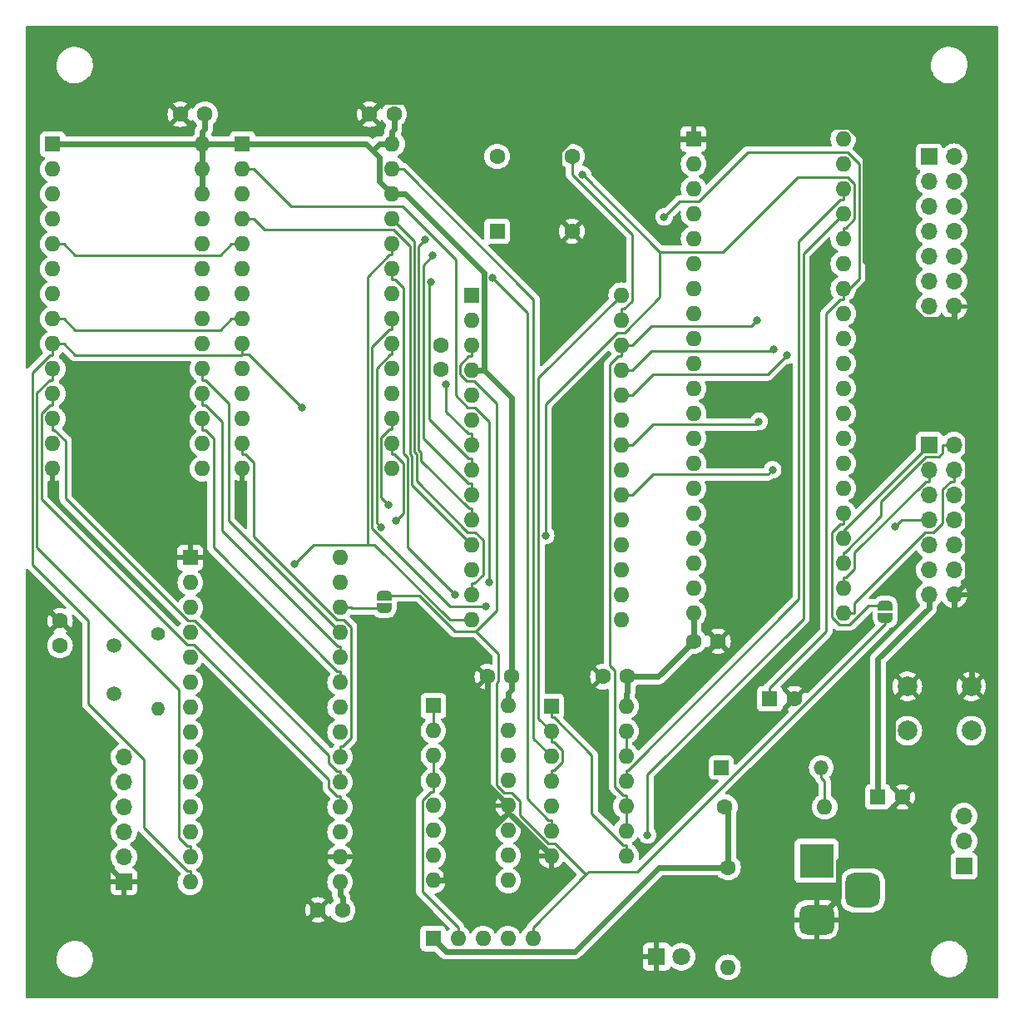
<source format=gbl>
G04 #@! TF.GenerationSoftware,KiCad,Pcbnew,7.0.6-0*
G04 #@! TF.CreationDate,2024-02-24T20:21:30+09:00*
G04 #@! TF.ProjectId,K6504-SBC,4b363530-342d-4534-9243-2e6b69636164,rev?*
G04 #@! TF.SameCoordinates,PX54e0840PY90013c0*
G04 #@! TF.FileFunction,Copper,L2,Bot*
G04 #@! TF.FilePolarity,Positive*
%FSLAX46Y46*%
G04 Gerber Fmt 4.6, Leading zero omitted, Abs format (unit mm)*
G04 Created by KiCad (PCBNEW 7.0.6-0) date 2024-02-24 20:21:30*
%MOMM*%
%LPD*%
G01*
G04 APERTURE LIST*
G04 Aperture macros list*
%AMRoundRect*
0 Rectangle with rounded corners*
0 $1 Rounding radius*
0 $2 $3 $4 $5 $6 $7 $8 $9 X,Y pos of 4 corners*
0 Add a 4 corners polygon primitive as box body*
4,1,4,$2,$3,$4,$5,$6,$7,$8,$9,$2,$3,0*
0 Add four circle primitives for the rounded corners*
1,1,$1+$1,$2,$3*
1,1,$1+$1,$4,$5*
1,1,$1+$1,$6,$7*
1,1,$1+$1,$8,$9*
0 Add four rect primitives between the rounded corners*
20,1,$1+$1,$2,$3,$4,$5,0*
20,1,$1+$1,$4,$5,$6,$7,0*
20,1,$1+$1,$6,$7,$8,$9,0*
20,1,$1+$1,$8,$9,$2,$3,0*%
%AMFreePoly0*
4,1,19,0.500000,-0.750000,0.000000,-0.750000,0.000000,-0.744911,-0.071157,-0.744911,-0.207708,-0.704816,-0.327430,-0.627875,-0.420627,-0.520320,-0.479746,-0.390866,-0.500000,-0.250000,-0.500000,0.250000,-0.479746,0.390866,-0.420627,0.520320,-0.327430,0.627875,-0.207708,0.704816,-0.071157,0.744911,0.000000,0.744911,0.000000,0.750000,0.500000,0.750000,0.500000,-0.750000,0.500000,-0.750000,
$1*%
%AMFreePoly1*
4,1,19,0.000000,0.744911,0.071157,0.744911,0.207708,0.704816,0.327430,0.627875,0.420627,0.520320,0.479746,0.390866,0.500000,0.250000,0.500000,-0.250000,0.479746,-0.390866,0.420627,-0.520320,0.327430,-0.627875,0.207708,-0.704816,0.071157,-0.744911,0.000000,-0.744911,0.000000,-0.750000,-0.500000,-0.750000,-0.500000,0.750000,0.000000,0.750000,0.000000,0.744911,0.000000,0.744911,
$1*%
G04 Aperture macros list end*
G04 #@! TA.AperFunction,ComponentPad*
%ADD10R,1.600000X1.600000*%
G04 #@! TD*
G04 #@! TA.AperFunction,ComponentPad*
%ADD11O,1.600000X1.600000*%
G04 #@! TD*
G04 #@! TA.AperFunction,ComponentPad*
%ADD12C,1.600000*%
G04 #@! TD*
G04 #@! TA.AperFunction,ComponentPad*
%ADD13R,1.500000X1.500000*%
G04 #@! TD*
G04 #@! TA.AperFunction,ComponentPad*
%ADD14O,1.500000X1.500000*%
G04 #@! TD*
G04 #@! TA.AperFunction,ComponentPad*
%ADD15R,1.700000X1.700000*%
G04 #@! TD*
G04 #@! TA.AperFunction,ComponentPad*
%ADD16O,1.700000X1.700000*%
G04 #@! TD*
G04 #@! TA.AperFunction,ComponentPad*
%ADD17R,3.500000X3.500000*%
G04 #@! TD*
G04 #@! TA.AperFunction,ComponentPad*
%ADD18RoundRect,0.750000X1.000000X-0.750000X1.000000X0.750000X-1.000000X0.750000X-1.000000X-0.750000X0*%
G04 #@! TD*
G04 #@! TA.AperFunction,ComponentPad*
%ADD19RoundRect,0.875000X0.875000X-0.875000X0.875000X0.875000X-0.875000X0.875000X-0.875000X-0.875000X0*%
G04 #@! TD*
G04 #@! TA.AperFunction,ComponentPad*
%ADD20R,1.800000X1.800000*%
G04 #@! TD*
G04 #@! TA.AperFunction,ComponentPad*
%ADD21C,1.800000*%
G04 #@! TD*
G04 #@! TA.AperFunction,ComponentPad*
%ADD22C,2.000000*%
G04 #@! TD*
G04 #@! TA.AperFunction,ComponentPad*
%ADD23C,1.400000*%
G04 #@! TD*
G04 #@! TA.AperFunction,ComponentPad*
%ADD24O,1.400000X1.400000*%
G04 #@! TD*
G04 #@! TA.AperFunction,ComponentPad*
%ADD25C,1.500000*%
G04 #@! TD*
G04 #@! TA.AperFunction,SMDPad,CuDef*
%ADD26FreePoly0,270.000000*%
G04 #@! TD*
G04 #@! TA.AperFunction,SMDPad,CuDef*
%ADD27FreePoly1,270.000000*%
G04 #@! TD*
G04 #@! TA.AperFunction,SMDPad,CuDef*
%ADD28FreePoly0,90.000000*%
G04 #@! TD*
G04 #@! TA.AperFunction,SMDPad,CuDef*
%ADD29FreePoly1,90.000000*%
G04 #@! TD*
G04 #@! TA.AperFunction,ViaPad*
%ADD30C,0.800000*%
G04 #@! TD*
G04 #@! TA.AperFunction,Conductor*
%ADD31C,0.600000*%
G04 #@! TD*
G04 #@! TA.AperFunction,Conductor*
%ADD32C,0.250000*%
G04 #@! TD*
G04 APERTURE END LIST*
D10*
X3260000Y87440000D03*
D11*
X3260000Y84900000D03*
X3260000Y82360000D03*
X3260000Y79820000D03*
X3260000Y77280000D03*
X3260000Y74740000D03*
X3260000Y72200000D03*
X3260000Y69660000D03*
X3260000Y67120000D03*
X3260000Y64580000D03*
X3260000Y62040000D03*
X3260000Y59500000D03*
X3260000Y56960000D03*
X3260000Y54420000D03*
X18500000Y54420000D03*
X18500000Y56960000D03*
X18500000Y59500000D03*
X18500000Y62040000D03*
X18500000Y64580000D03*
X18500000Y67120000D03*
X18500000Y69660000D03*
X18500000Y72200000D03*
X18500000Y74740000D03*
X18500000Y77280000D03*
X18500000Y79820000D03*
X18500000Y82360000D03*
X18500000Y84900000D03*
X18500000Y87440000D03*
D10*
X68485000Y87985000D03*
D11*
X68485000Y85445000D03*
X68485000Y82905000D03*
X68485000Y80365000D03*
X68485000Y77825000D03*
X68485000Y75285000D03*
X68485000Y72745000D03*
X68485000Y70205000D03*
X68485000Y67665000D03*
X68485000Y65125000D03*
X68485000Y62585000D03*
X68485000Y60045000D03*
X68485000Y57505000D03*
X68485000Y54965000D03*
X68485000Y52425000D03*
X68485000Y49885000D03*
X68485000Y47345000D03*
X68485000Y44805000D03*
X68485000Y42265000D03*
X68485000Y39725000D03*
X83725000Y39725000D03*
X83725000Y42265000D03*
X83725000Y44805000D03*
X83725000Y47345000D03*
X83725000Y49885000D03*
X83725000Y52425000D03*
X83725000Y54965000D03*
X83725000Y57505000D03*
X83725000Y60045000D03*
X83725000Y62585000D03*
X83725000Y65125000D03*
X83725000Y67665000D03*
X83725000Y70205000D03*
X83725000Y72745000D03*
X83725000Y75285000D03*
X83725000Y77825000D03*
X83725000Y80365000D03*
X83725000Y82905000D03*
X83725000Y85445000D03*
X83725000Y87985000D03*
D12*
X35500000Y90500000D03*
X38000000Y90500000D03*
D13*
X71320000Y24000000D03*
D14*
X81480000Y24000000D03*
D10*
X87247300Y21000000D03*
D12*
X89747300Y21000000D03*
D10*
X42000000Y30280000D03*
D11*
X42000000Y27740000D03*
X42000000Y25200000D03*
X42000000Y22660000D03*
X42000000Y20120000D03*
X42000000Y17580000D03*
X42000000Y15040000D03*
X42000000Y12500000D03*
X49620000Y12500000D03*
X49620000Y15040000D03*
X49620000Y17580000D03*
X49620000Y20120000D03*
X49620000Y22660000D03*
X49620000Y25200000D03*
X49620000Y27740000D03*
X49620000Y30280000D03*
D15*
X92460000Y56830000D03*
D16*
X95000000Y56830000D03*
X92460000Y54290000D03*
X95000000Y54290000D03*
X92460000Y51750000D03*
X95000000Y51750000D03*
X92460000Y49210000D03*
X95000000Y49210000D03*
X92460000Y46670000D03*
X95000000Y46670000D03*
X92460000Y44130000D03*
X95000000Y44130000D03*
X92460000Y41590000D03*
X95000000Y41590000D03*
D12*
X47500000Y33250000D03*
X50000000Y33250000D03*
D10*
X22560000Y87460000D03*
D11*
X22560000Y84920000D03*
X22560000Y82380000D03*
X22560000Y79840000D03*
X22560000Y77300000D03*
X22560000Y74760000D03*
X22560000Y72220000D03*
X22560000Y69680000D03*
X22560000Y67140000D03*
X22560000Y64600000D03*
X22560000Y62060000D03*
X22560000Y59520000D03*
X22560000Y56980000D03*
X22560000Y54440000D03*
X37800000Y54440000D03*
X37800000Y56980000D03*
X37800000Y59520000D03*
X37800000Y62060000D03*
X37800000Y64600000D03*
X37800000Y67140000D03*
X37800000Y69680000D03*
X37800000Y72220000D03*
X37800000Y74760000D03*
X37800000Y77300000D03*
X37800000Y79840000D03*
X37800000Y82380000D03*
X37800000Y84920000D03*
X37800000Y87460000D03*
D15*
X10500000Y12380000D03*
D16*
X10500000Y14920000D03*
X10500000Y17460000D03*
X10500000Y20000000D03*
X10500000Y22540000D03*
X10500000Y25080000D03*
D12*
X72000000Y13830000D03*
D11*
X72000000Y3670000D03*
D12*
X42750000Y67000000D03*
X42750000Y64500000D03*
X71670000Y20000000D03*
D11*
X81830000Y20000000D03*
D12*
X59250000Y33250000D03*
X61750000Y33250000D03*
X30250000Y9500000D03*
X32750000Y9500000D03*
D15*
X96000000Y13960000D03*
D16*
X96000000Y16500000D03*
X96000000Y19040000D03*
D17*
X81000000Y14500000D03*
D18*
X81000000Y8500000D03*
D19*
X85700000Y11500000D03*
D12*
X16250000Y90500000D03*
X18750000Y90500000D03*
X4000000Y36430000D03*
X4000000Y38930000D03*
D10*
X76250000Y31000000D03*
D12*
X78750000Y31000000D03*
D20*
X64725000Y4750000D03*
D21*
X67265000Y4750000D03*
D15*
X92460000Y86160000D03*
D16*
X95000000Y86160000D03*
X92460000Y83620000D03*
X95000000Y83620000D03*
X92460000Y81080000D03*
X95000000Y81080000D03*
X92460000Y78540000D03*
X95000000Y78540000D03*
X92460000Y76000000D03*
X95000000Y76000000D03*
X92460000Y73460000D03*
X95000000Y73460000D03*
X92460000Y70920000D03*
X95000000Y70920000D03*
D22*
X90250000Y32250000D03*
X96750000Y32250000D03*
X90250000Y27750000D03*
X96750000Y27750000D03*
D10*
X41980000Y6600000D03*
D11*
X44520000Y6600000D03*
X47060000Y6600000D03*
X49600000Y6600000D03*
X52140000Y6600000D03*
D23*
X14000000Y37620000D03*
D24*
X14000000Y30000000D03*
D10*
X48495000Y78580000D03*
D12*
X56115000Y78580000D03*
X56115000Y86200000D03*
X48495000Y86200000D03*
D25*
X9500000Y36380000D03*
X9500000Y31500000D03*
D12*
X70975000Y36845000D03*
X68475000Y36845000D03*
D10*
X45875000Y72080000D03*
D11*
X45875000Y69540000D03*
X45875000Y67000000D03*
X45875000Y64460000D03*
X45875000Y61920000D03*
X45875000Y59380000D03*
X45875000Y56840000D03*
X45875000Y54300000D03*
X45875000Y51760000D03*
X45875000Y49220000D03*
X45875000Y46680000D03*
X45875000Y44140000D03*
X45875000Y41600000D03*
X45875000Y39060000D03*
X61115000Y39060000D03*
X61115000Y41600000D03*
X61115000Y44140000D03*
X61115000Y46680000D03*
X61115000Y49220000D03*
X61115000Y51760000D03*
X61115000Y54300000D03*
X61115000Y56840000D03*
X61115000Y59380000D03*
X61115000Y61920000D03*
X61115000Y64460000D03*
X61115000Y67000000D03*
X61115000Y69540000D03*
X61115000Y72080000D03*
D10*
X54000000Y30240000D03*
D11*
X54000000Y27700000D03*
X54000000Y25160000D03*
X54000000Y22620000D03*
X54000000Y20080000D03*
X54000000Y17540000D03*
X54000000Y15000000D03*
X61620000Y15000000D03*
X61620000Y17540000D03*
X61620000Y20080000D03*
X61620000Y22620000D03*
X61620000Y25160000D03*
X61620000Y27700000D03*
X61620000Y30240000D03*
D10*
X17260000Y45360000D03*
D11*
X17260000Y42820000D03*
X17260000Y40280000D03*
X17260000Y37740000D03*
X17260000Y35200000D03*
X17260000Y32660000D03*
X17260000Y30120000D03*
X17260000Y27580000D03*
X17260000Y25040000D03*
X17260000Y22500000D03*
X17260000Y19960000D03*
X17260000Y17420000D03*
X17260000Y14880000D03*
X17260000Y12340000D03*
X32500000Y12340000D03*
X32500000Y14880000D03*
X32500000Y17420000D03*
X32500000Y19960000D03*
X32500000Y22500000D03*
X32500000Y25040000D03*
X32500000Y27580000D03*
X32500000Y30120000D03*
X32500000Y32660000D03*
X32500000Y35200000D03*
X32500000Y37740000D03*
X32500000Y40280000D03*
X32500000Y42820000D03*
X32500000Y45360000D03*
D26*
X88000000Y40500000D03*
D27*
X88000000Y39200000D03*
D28*
X37000000Y40200000D03*
D29*
X37000000Y41500000D03*
D30*
X65497900Y80041900D03*
X88991900Y48526000D03*
X36662800Y48465600D03*
X63803000Y17135500D03*
X28608400Y60654200D03*
X43310700Y62976000D03*
X41740600Y73397900D03*
X41961400Y76100200D03*
X41179700Y77699900D03*
X53427200Y47620900D03*
X57166900Y84348600D03*
X27877700Y44716300D03*
X47328900Y40404700D03*
X44200000Y41542500D03*
X47690900Y42848300D03*
X37458300Y50690000D03*
X76527100Y54305500D03*
X38183700Y49102400D03*
X75150300Y59227900D03*
X77954600Y65940800D03*
X76649200Y66590200D03*
X74939600Y69528400D03*
X48035900Y73825000D03*
D31*
X49620000Y20120000D02*
X47500000Y22240000D01*
X85961800Y75500900D02*
X85961800Y87599000D01*
X54784200Y86741500D02*
X49725000Y91800700D01*
X83250400Y14503100D02*
X89747300Y21000000D01*
X56115000Y78580000D02*
X54784200Y79910800D01*
X95000000Y69769800D02*
X95000000Y69569700D01*
X96750000Y38489700D02*
X95000000Y40239700D01*
X36800700Y91800700D02*
X35500000Y90500000D01*
X83250400Y10750400D02*
X83250400Y14503100D01*
X49725000Y91800700D02*
X36800700Y91800700D01*
X68485000Y87985000D02*
X69785300Y87985000D01*
X43300300Y12500000D02*
X43300300Y13099400D01*
X54784200Y79910800D02*
X54784200Y86741500D01*
X95000000Y70920000D02*
X95000000Y69769800D01*
X10500000Y12380000D02*
X5841800Y17038200D01*
X91893000Y69569700D02*
X85961800Y75500900D01*
X56027700Y87985000D02*
X68485000Y87985000D01*
X85961800Y87599000D02*
X84275500Y89285300D01*
X88747600Y30747600D02*
X90250000Y32250000D01*
X89747300Y21000000D02*
X88747600Y21999700D01*
X96371200Y42961200D02*
X95000000Y41590000D01*
X95000000Y41590000D02*
X95000000Y40239700D01*
X84275500Y89285300D02*
X71085600Y89285300D01*
X42000000Y12500000D02*
X43300300Y12500000D01*
X47500000Y22240000D02*
X47500000Y33250000D01*
X71085600Y89285300D02*
X69785300Y87985000D01*
X54000000Y15039100D02*
X49620000Y19419100D01*
X88747600Y21999700D02*
X88747600Y30747600D01*
X49620000Y19419100D02*
X49620000Y20120000D01*
X96371200Y68198500D02*
X96371200Y42961200D01*
X81000000Y8500000D02*
X83250400Y10750400D01*
X5841800Y37088200D02*
X4000000Y38930000D01*
X54000000Y15000000D02*
X54000000Y15039100D01*
X54784200Y86741500D02*
X56027700Y87985000D01*
X5841800Y17038200D02*
X5841800Y37088200D01*
X95000000Y69569700D02*
X96371200Y68198500D01*
X96750000Y32250000D02*
X96750000Y38489700D01*
X43300300Y13099400D02*
X49620000Y19419100D01*
X95000000Y69569700D02*
X91893000Y69569700D01*
X19820300Y87460000D02*
X19800300Y87440000D01*
X87247300Y21000000D02*
X87247300Y35027000D01*
X45875000Y64460000D02*
X47175300Y64460000D01*
X18500000Y84900000D02*
X18500000Y82360000D01*
X37800000Y82380000D02*
X39100300Y82380000D01*
X72000000Y13830000D02*
X64914100Y13830000D01*
X37800000Y82380000D02*
X36489800Y83690200D01*
X64880000Y33250000D02*
X68475000Y36845000D01*
X18750000Y88990300D02*
X18750000Y90500000D01*
X32750000Y9500000D02*
X32750000Y10789700D01*
X35839700Y86800000D02*
X35179600Y87460000D01*
X37800000Y87460000D02*
X36499700Y87460000D01*
X47135600Y74344700D02*
X47135600Y73452100D01*
X32750000Y10789700D02*
X32500000Y11039700D01*
X32500000Y12340000D02*
X32500000Y11039700D01*
X49620000Y31580300D02*
X50000000Y31960300D01*
X61750000Y31670300D02*
X61750000Y33250000D01*
X35179600Y87460000D02*
X22560000Y87460000D01*
X87247300Y35027000D02*
X92460000Y40239700D01*
X37800000Y88760300D02*
X38000000Y88960300D01*
X39100300Y82380000D02*
X47135600Y74344700D01*
X92460000Y41590000D02*
X92460000Y40239700D01*
X61750000Y33250000D02*
X64880000Y33250000D01*
X18500000Y87440000D02*
X19800300Y87440000D01*
X50000000Y33250000D02*
X50000000Y61635300D01*
X35839700Y86800000D02*
X36499700Y87460000D01*
X71670000Y20000000D02*
X72000000Y19670000D01*
X49620000Y30280000D02*
X49620000Y31580300D01*
X36489800Y86149800D02*
X35839700Y86800000D01*
X50000000Y31960300D02*
X50000000Y33250000D01*
X61620000Y30240000D02*
X61620000Y31540300D01*
X68485000Y39725000D02*
X68485000Y38424700D01*
X47175300Y73412400D02*
X47175300Y64460000D01*
X18500000Y87440000D02*
X18500000Y84900000D01*
X18500000Y87440000D02*
X18500000Y88740300D01*
X37800000Y87460000D02*
X37800000Y88760300D01*
X56382700Y5298600D02*
X43281400Y5298600D01*
X64914100Y13830000D02*
X56382700Y5298600D01*
X22560000Y87460000D02*
X19820300Y87460000D01*
X38000000Y88960300D02*
X38000000Y90500000D01*
X36489800Y83690200D02*
X36489800Y86149800D01*
X68475000Y36845000D02*
X68475000Y38414700D01*
X61620000Y31540300D02*
X61750000Y31670300D01*
X50000000Y61635300D02*
X47175300Y64460000D01*
X47135600Y73452100D02*
X47175300Y73412400D01*
X18500000Y87440000D02*
X4560300Y87440000D01*
X72000000Y19670000D02*
X72000000Y13830000D01*
X3260000Y87440000D02*
X4560300Y87440000D01*
X18500000Y88740300D02*
X18750000Y88990300D01*
X43281400Y5298600D02*
X41980000Y6600000D01*
X68475000Y38414700D02*
X68485000Y38424700D01*
D32*
X67091000Y81635000D02*
X65497900Y80041900D01*
X69015200Y81635000D02*
X67091000Y81635000D01*
X76250000Y31000000D02*
X76250000Y32125300D01*
X81480000Y24000000D02*
X81480000Y22924700D01*
X85336400Y73793800D02*
X85336400Y85428300D01*
X83725000Y72182400D02*
X85336400Y73793800D01*
X76250000Y32125300D02*
X82001700Y37877000D01*
X83725000Y72182400D02*
X83725000Y71619700D01*
X82001700Y37877000D02*
X82001700Y70177700D01*
X83443700Y71619700D02*
X83725000Y71619700D01*
X83725000Y72745000D02*
X83725000Y72182400D01*
X81480000Y22924700D02*
X81830000Y22574700D01*
X84167200Y86597500D02*
X73977700Y86597500D01*
X73977700Y86597500D02*
X69015200Y81635000D01*
X85336400Y85428300D02*
X84167200Y86597500D01*
X82001700Y70177700D02*
X83443700Y71619700D01*
X81830000Y22574700D02*
X81830000Y20000000D01*
X83725000Y48095000D02*
X83725000Y47345000D01*
X92460000Y56830000D02*
X83725000Y48095000D01*
X83917800Y45930300D02*
X83725000Y45930300D01*
X87578100Y51086300D02*
X87578100Y49590600D01*
X95000000Y56830000D02*
X93824700Y56830000D01*
X93824700Y56021900D02*
X93457500Y55654700D01*
X87578100Y49590600D02*
X83917800Y45930300D01*
X93457500Y55654700D02*
X92146500Y55654700D01*
X93824700Y56830000D02*
X93824700Y56021900D01*
X92146500Y55654700D02*
X87578100Y51086300D01*
X83725000Y44805000D02*
X83725000Y45930300D01*
X92460000Y53114700D02*
X92099500Y53114700D01*
X92460000Y54290000D02*
X92460000Y53114700D01*
X83725000Y42265000D02*
X83725000Y43390300D01*
X84006400Y43390300D02*
X83725000Y43390300D01*
X92099500Y53114700D02*
X84850300Y45865500D01*
X84850300Y44234200D02*
X84006400Y43390300D01*
X84850300Y45865500D02*
X84850300Y44234200D01*
X92058900Y47940000D02*
X84850300Y40731400D01*
X83725000Y39725000D02*
X84850300Y39725000D01*
X95000000Y54290000D02*
X95000000Y53114700D01*
X93824700Y48873700D02*
X92891000Y47940000D01*
X94632600Y53114700D02*
X93824700Y52306800D01*
X84850300Y40731400D02*
X84850300Y39725000D01*
X93824700Y52306800D02*
X93824700Y48873700D01*
X92891000Y47940000D02*
X92058900Y47940000D01*
X95000000Y53114700D02*
X94632600Y53114700D01*
X92460000Y49210000D02*
X89675900Y49210000D01*
X89675900Y49210000D02*
X88991900Y48526000D01*
X40874700Y11370600D02*
X40874700Y20690800D01*
X41718600Y21534700D02*
X42000000Y21534700D01*
X37623100Y66014700D02*
X36213400Y64605000D01*
X42000000Y22660000D02*
X42000000Y25200000D01*
X42000000Y22660000D02*
X42000000Y21534700D01*
X40874700Y20690800D02*
X41718600Y21534700D01*
X44520000Y7725300D02*
X40874700Y11370600D01*
X37800000Y66014700D02*
X37623100Y66014700D01*
X42000000Y27740000D02*
X42000000Y30280000D01*
X36213400Y64605000D02*
X36213400Y48915000D01*
X44520000Y6600000D02*
X44520000Y7725300D01*
X37800000Y67140000D02*
X37800000Y66014700D01*
X36213400Y48915000D02*
X36662800Y48465600D01*
X63803000Y17135500D02*
X63803000Y23302300D01*
X63803000Y23302300D02*
X79663100Y39162400D01*
X79663100Y39162400D02*
X79663100Y76303100D01*
X79663100Y76303100D02*
X83725000Y80365000D01*
X40584400Y41500000D02*
X44196600Y37887800D01*
X45875000Y67000000D02*
X45875000Y65874700D01*
X52140000Y7725300D02*
X57532500Y13117800D01*
X48456400Y32614800D02*
X48456400Y22168000D01*
X57815000Y13400300D02*
X62756500Y13400300D01*
X88000000Y38643800D02*
X88000000Y39200000D01*
X50776000Y20581200D02*
X50776000Y19147500D01*
X45407600Y63334600D02*
X44702500Y64039700D01*
X53653500Y16270000D02*
X54380200Y16270000D01*
X62756500Y13400300D02*
X88000000Y38643800D01*
X46349400Y37887800D02*
X48416200Y39954600D01*
X46116000Y63334600D02*
X45407600Y63334600D01*
X48456400Y22168000D02*
X49234400Y21390000D01*
X49967200Y21390000D02*
X50776000Y20581200D01*
X48416200Y39954600D02*
X48416200Y61034400D01*
X48639900Y35597300D02*
X48639900Y32798300D01*
X54380200Y16270000D02*
X57532500Y13117800D01*
X52140000Y6600000D02*
X52140000Y7725300D01*
X37000000Y41500000D02*
X40584400Y41500000D01*
X44702500Y64039700D02*
X44702500Y64983500D01*
X45593700Y65874700D02*
X45875000Y65874700D01*
X44196600Y37887800D02*
X46349400Y37887800D01*
X48639900Y32798300D02*
X48456400Y32614800D01*
X57532500Y13117800D02*
X57815000Y13400300D01*
X49234400Y21390000D02*
X49967200Y21390000D01*
X46349400Y37887800D02*
X48639900Y35597300D01*
X44702500Y64983500D02*
X45593700Y65874700D01*
X50776000Y19147500D02*
X53653500Y16270000D01*
X48416200Y61034400D02*
X46116000Y63334600D01*
X16134700Y31902700D02*
X1638400Y46399000D01*
X16978600Y16005300D02*
X16134700Y16849200D01*
X17260000Y14880000D02*
X17260000Y16005300D01*
X17260000Y16005300D02*
X16978600Y16005300D01*
X16134700Y16849200D02*
X16134700Y31902700D01*
X2978700Y63454700D02*
X3260000Y63454700D01*
X1638400Y46399000D02*
X1638400Y62114400D01*
X1638400Y62114400D02*
X2978700Y63454700D01*
X3260000Y64580000D02*
X3260000Y63454700D01*
X1161800Y64177800D02*
X2978700Y65994700D01*
X6869200Y38961600D02*
X1161800Y44669000D01*
X12568500Y24791000D02*
X6869200Y30490300D01*
X17260000Y12340000D02*
X17260000Y13465300D01*
X6869200Y30490300D02*
X6869200Y38961600D01*
X1161800Y44669000D02*
X1161800Y64177800D01*
X23247900Y66014700D02*
X22560000Y66014700D01*
X3260000Y67120000D02*
X4385300Y67120000D01*
X22560000Y67140000D02*
X22560000Y66014700D01*
X17260000Y13465300D02*
X16978700Y13465300D01*
X2978700Y65994700D02*
X3260000Y65994700D01*
X28608400Y60654200D02*
X23247900Y66014700D01*
X12568500Y17875500D02*
X12568500Y24791000D01*
X5510600Y65994700D02*
X4385300Y67120000D01*
X22540000Y65994700D02*
X5510600Y65994700D01*
X16978700Y13465300D02*
X12568500Y17875500D01*
X3260000Y67120000D02*
X3260000Y65994700D01*
X22560000Y66014700D02*
X22540000Y65994700D01*
X45875000Y56840000D02*
X45875000Y57965300D01*
X43310700Y62976000D02*
X43310700Y60248300D01*
X22560000Y69680000D02*
X21434700Y69680000D01*
X20289400Y68534700D02*
X5510600Y68534700D01*
X43310700Y60248300D02*
X45593700Y57965300D01*
X21434700Y69680000D02*
X20289400Y68534700D01*
X5510600Y68534700D02*
X4385300Y69660000D01*
X3260000Y69660000D02*
X4385300Y69660000D01*
X45593700Y57965300D02*
X45875000Y57965300D01*
X41578000Y73235300D02*
X41740600Y73397900D01*
X41578000Y59441000D02*
X41578000Y73235300D01*
X45875000Y55425300D02*
X45593700Y55425300D01*
X45875000Y54300000D02*
X45875000Y55425300D01*
X45593700Y55425300D02*
X41578000Y59441000D01*
X40967100Y75105900D02*
X41961400Y76100200D01*
X40967100Y57511800D02*
X40967100Y75105900D01*
X45875000Y51760000D02*
X45875000Y52885300D01*
X45875000Y52885300D02*
X45593600Y52885300D01*
X45593600Y52885300D02*
X40967100Y57511800D01*
X20289400Y76154700D02*
X5510600Y76154700D01*
X45623100Y50345300D02*
X40726500Y55241900D01*
X3260000Y77280000D02*
X4385300Y77280000D01*
X22560000Y77300000D02*
X21434700Y77300000D01*
X5510600Y76154700D02*
X4385300Y77280000D01*
X40516800Y77037000D02*
X41179700Y77699900D01*
X40516800Y56296400D02*
X40516800Y77037000D01*
X21434700Y77300000D02*
X20289400Y76154700D01*
X45875000Y49220000D02*
X45875000Y50345300D01*
X40726500Y55241900D02*
X40726500Y56086700D01*
X45875000Y50345300D02*
X45623100Y50345300D01*
X40726500Y56086700D02*
X40516800Y56296400D01*
X22560000Y79840000D02*
X23685300Y79840000D01*
X39825900Y52729100D02*
X39825900Y55713500D01*
X39616100Y77077000D02*
X37978400Y78714700D01*
X45875000Y46680000D02*
X39825900Y52729100D01*
X37978400Y78714700D02*
X24810600Y78714700D01*
X39825900Y55713500D02*
X39616100Y55923300D01*
X39616100Y55923300D02*
X39616100Y77077000D01*
X24810600Y78714700D02*
X23685300Y79840000D01*
X84006300Y78950300D02*
X84886000Y79830000D01*
X83725000Y77825000D02*
X83725000Y78950300D01*
X53427200Y47620900D02*
X53427200Y60945900D01*
X83725000Y78950300D02*
X84006300Y78950300D01*
X65074000Y71880000D02*
X65074000Y76499200D01*
X53427200Y60945900D02*
X60751300Y68270000D01*
X61464000Y68270000D02*
X65074000Y71880000D01*
X84192100Y84075900D02*
X79076100Y84075900D01*
X60751300Y68270000D02*
X61464000Y68270000D01*
X84886000Y79830000D02*
X84886000Y83382000D01*
X71499400Y76499200D02*
X65074000Y76499200D01*
X65074000Y76499200D02*
X57224600Y84348600D01*
X57224600Y84348600D02*
X57166900Y84348600D01*
X84886000Y83382000D02*
X84192100Y84075900D01*
X79076100Y84075900D02*
X71499400Y76499200D01*
X47042300Y43611300D02*
X47042300Y47131600D01*
X46156300Y42725300D02*
X47042300Y43611300D01*
X40066500Y56109800D02*
X40066500Y77573500D01*
X40276200Y53163200D02*
X40276200Y55900100D01*
X45489400Y47950000D02*
X40276200Y53163200D01*
X45875000Y42725300D02*
X46156300Y42725300D01*
X40066500Y77573500D02*
X37800000Y79840000D01*
X45875000Y41600000D02*
X45875000Y42725300D01*
X40276200Y55900100D02*
X40066500Y56109800D01*
X47042300Y47131600D02*
X46223900Y47950000D01*
X46223900Y47950000D02*
X45489400Y47950000D01*
X37800000Y76174700D02*
X37518700Y76174700D01*
X43661300Y39060000D02*
X44749700Y39060000D01*
X27877700Y44716300D02*
X29849700Y46688300D01*
X37800000Y77300000D02*
X37800000Y76174700D01*
X35301400Y73957400D02*
X35301400Y46688300D01*
X45875000Y39060000D02*
X44749700Y39060000D01*
X36033000Y46688300D02*
X43661300Y39060000D01*
X61620000Y27700000D02*
X61620000Y25160000D01*
X29849700Y46688300D02*
X35301400Y46688300D01*
X37518700Y76174700D02*
X35301400Y73957400D01*
X35301400Y46688300D02*
X36033000Y46688300D01*
X37800000Y69680000D02*
X37800000Y68554700D01*
X43687400Y40404700D02*
X35751800Y48340300D01*
X35751800Y66787800D02*
X37518700Y68554700D01*
X47328900Y40404700D02*
X43687400Y40404700D01*
X37518700Y68554700D02*
X37800000Y68554700D01*
X35751800Y48340300D02*
X35751800Y66787800D01*
X38081400Y73634700D02*
X37800000Y73634700D01*
X38925300Y72790800D02*
X38081400Y73634700D01*
X37800000Y74760000D02*
X37800000Y73634700D01*
X38925300Y55977200D02*
X38925300Y72790800D01*
X44200000Y41542500D02*
X39375600Y46366900D01*
X39375600Y55526900D02*
X38925300Y55977200D01*
X39375600Y46366900D02*
X39375600Y55526900D01*
X47690900Y42848300D02*
X47690900Y59201600D01*
X38840400Y81110000D02*
X27495300Y81110000D01*
X44250400Y75700000D02*
X38840400Y81110000D01*
X47690900Y59201600D02*
X46242500Y60650000D01*
X45496000Y60650000D02*
X44250400Y61895600D01*
X27495300Y81110000D02*
X23685300Y84920000D01*
X22560000Y84920000D02*
X23685300Y84920000D01*
X44250400Y61895600D02*
X44250400Y75700000D01*
X46242500Y60650000D02*
X45496000Y60650000D01*
X18781300Y63454700D02*
X18500000Y63454700D01*
X21139700Y61096300D02*
X18781300Y63454700D01*
X21139700Y49100300D02*
X21139700Y61096300D01*
X18500000Y64580000D02*
X18500000Y63454700D01*
X32500000Y37740000D02*
X21139700Y49100300D01*
X32500000Y36325300D02*
X32266000Y36325300D01*
X18500000Y62040000D02*
X18500000Y60914700D01*
X20502700Y48088600D02*
X20502700Y59193300D01*
X18781300Y60914700D02*
X18500000Y60914700D01*
X32266000Y36325300D02*
X20502700Y48088600D01*
X20502700Y59193300D02*
X18781300Y60914700D01*
X32500000Y35200000D02*
X32500000Y36325300D01*
X37458300Y50690000D02*
X36674800Y51473500D01*
X64319900Y53839600D02*
X62240300Y51760000D01*
X19625300Y57530800D02*
X18781400Y58374700D01*
X36674700Y51473500D02*
X36674700Y57550800D01*
X32500000Y33785300D02*
X32218700Y33785300D01*
X76527100Y54305500D02*
X76061200Y53839600D01*
X18500000Y59500000D02*
X18500000Y58374700D01*
X37800000Y59520000D02*
X37800000Y58394700D01*
X76061200Y53839600D02*
X64319900Y53839600D01*
X32218700Y33785300D02*
X19625300Y46378700D01*
X36674800Y51473500D02*
X36674700Y51473500D01*
X32500000Y32660000D02*
X32500000Y33785300D01*
X18781400Y58374700D02*
X18500000Y58374700D01*
X36674700Y57550800D02*
X37518600Y58394700D01*
X37518600Y58394700D02*
X37800000Y58394700D01*
X61115000Y51760000D02*
X62240300Y51760000D01*
X19625300Y46378700D02*
X19625300Y57530800D01*
X37800000Y56980000D02*
X37800000Y55854700D01*
X37800000Y55854700D02*
X37992800Y55854700D01*
X38925300Y49844000D02*
X38183700Y49102400D01*
X38925300Y54922200D02*
X38925300Y49844000D01*
X37992800Y55854700D02*
X38925300Y54922200D01*
X74842000Y58919600D02*
X75150300Y59227900D01*
X61115000Y56840000D02*
X62240300Y56840000D01*
X64319900Y58919600D02*
X74842000Y58919600D01*
X62240300Y56840000D02*
X64319900Y58919600D01*
X22560000Y56980000D02*
X22560000Y55854700D01*
X32781400Y26165300D02*
X32500000Y26165300D01*
X32176800Y39010000D02*
X32901100Y39010000D01*
X32901100Y39010000D02*
X33625300Y38285800D01*
X23685300Y55010800D02*
X23685300Y47501500D01*
X33625300Y27009200D02*
X32781400Y26165300D01*
X23685300Y47501500D02*
X32176800Y39010000D01*
X22841400Y55854700D02*
X23685300Y55010800D01*
X22560000Y55854700D02*
X22841400Y55854700D01*
X33625300Y38285800D02*
X33625300Y27009200D01*
X32500000Y25040000D02*
X32500000Y26165300D01*
X32218600Y23625300D02*
X31374700Y24469200D01*
X3436900Y58374700D02*
X3260000Y58374700D01*
X77954600Y65940800D02*
X76013400Y63999600D01*
X76013400Y63999600D02*
X64319900Y63999600D01*
X17697400Y38938900D02*
X17003300Y38938900D01*
X3260000Y59500000D02*
X3260000Y58374700D01*
X31374700Y24469200D02*
X31374700Y25261600D01*
X31374700Y25261600D02*
X17697400Y38938900D01*
X32500000Y22500000D02*
X32500000Y23625300D01*
X4571900Y57239700D02*
X3436900Y58374700D01*
X32500000Y23625300D02*
X32218600Y23625300D01*
X4571900Y51370300D02*
X4571900Y57239700D01*
X61115000Y61920000D02*
X62240300Y61920000D01*
X64319900Y63999600D02*
X62240300Y61920000D01*
X17003300Y38938900D02*
X4571900Y51370300D01*
X16938400Y36470000D02*
X17661900Y36470000D01*
X61115000Y64460000D02*
X62240300Y64460000D01*
X76454000Y66395000D02*
X76649200Y66590200D01*
X32500000Y19960000D02*
X32500000Y21085300D01*
X2103100Y51305300D02*
X16938400Y36470000D01*
X3260000Y62040000D02*
X3260000Y60914700D01*
X2978700Y60914700D02*
X2103100Y60039100D01*
X3260000Y60914700D02*
X2978700Y60914700D01*
X2103100Y60039100D02*
X2103100Y51305300D01*
X17661900Y36470000D02*
X31374700Y22757200D01*
X32218600Y21085300D02*
X32500000Y21085300D01*
X31374700Y21929200D02*
X32218600Y21085300D01*
X64175300Y66395000D02*
X76454000Y66395000D01*
X31374700Y22757200D02*
X31374700Y21929200D01*
X62240300Y64460000D02*
X64175300Y66395000D01*
X61115000Y67000000D02*
X62240300Y67000000D01*
X61620000Y20080000D02*
X61620000Y21205300D01*
X61620000Y17540000D02*
X61620000Y20080000D01*
X61620000Y21205300D02*
X61338600Y21205300D01*
X62240300Y67000000D02*
X64175300Y68935000D01*
X60494700Y33870300D02*
X59989700Y34375300D01*
X61338600Y21205300D02*
X60494700Y22049200D01*
X59989700Y34375300D02*
X59989700Y65030800D01*
X59989700Y65030800D02*
X60833600Y65874700D01*
X60833600Y65874700D02*
X61115000Y65874700D01*
X61115000Y67000000D02*
X61115000Y65874700D01*
X74346200Y68935000D02*
X74939600Y69528400D01*
X60494700Y22049200D02*
X60494700Y33870300D01*
X64175300Y68935000D02*
X74346200Y68935000D01*
X61396400Y70665300D02*
X61115000Y70665300D01*
X56115000Y86200000D02*
X56115000Y84374800D01*
X56115000Y84374800D02*
X62240300Y78249500D01*
X61115000Y69540000D02*
X61115000Y70665300D01*
X62240300Y78249500D02*
X62240300Y71509200D01*
X62240300Y71509200D02*
X61396400Y70665300D01*
X55125300Y25730800D02*
X54281400Y26574700D01*
X54281300Y23745300D02*
X55125300Y24589300D01*
X52701900Y28998100D02*
X54000000Y27700000D01*
X54281400Y26574700D02*
X54000000Y26574700D01*
X55125300Y24589300D02*
X55125300Y25730800D01*
X54000000Y27700000D02*
X54000000Y26574700D01*
X54000000Y22620000D02*
X54000000Y23745300D01*
X54000000Y23745300D02*
X54281300Y23745300D01*
X61115000Y72080000D02*
X52701900Y63666900D01*
X52701900Y63666900D02*
X52701900Y28998100D01*
X61620000Y16125300D02*
X61338700Y16125300D01*
X58124600Y19339400D02*
X58124600Y25271400D01*
X54000000Y30240000D02*
X54000000Y29114700D01*
X61338700Y16125300D02*
X58124600Y19339400D01*
X61620000Y15000000D02*
X61620000Y16125300D01*
X54281300Y29114700D02*
X54000000Y29114700D01*
X58124600Y25271400D02*
X54281300Y29114700D01*
X37800000Y84920000D02*
X38925300Y84920000D01*
X52202600Y71642700D02*
X38925300Y84920000D01*
X54000000Y25160000D02*
X52202600Y26957400D01*
X52202600Y26957400D02*
X52202600Y71642700D01*
X53718600Y18665300D02*
X54000000Y18665300D01*
X48035900Y73825000D02*
X51570700Y70290200D01*
X51570700Y20813200D02*
X53718600Y18665300D01*
X54000000Y17540000D02*
X54000000Y18665300D01*
X51570700Y70290200D02*
X51570700Y20813200D01*
X79212700Y41133700D02*
X61824300Y23745300D01*
X61620000Y22620000D02*
X61620000Y23745300D01*
X83443700Y81779700D02*
X79212700Y77548700D01*
X83725000Y82905000D02*
X83725000Y81779700D01*
X79212700Y77548700D02*
X79212700Y41133700D01*
X61824300Y23745300D02*
X61620000Y23745300D01*
X83725000Y81779700D02*
X83443700Y81779700D01*
X33705300Y40200000D02*
X33625300Y40280000D01*
X37000000Y40200000D02*
X33705300Y40200000D01*
X32500000Y40280000D02*
X33625300Y40280000D01*
X83443600Y48759700D02*
X83725000Y48759700D01*
X86300200Y40500000D02*
X84367300Y38567100D01*
X84367300Y38567100D02*
X83291200Y38567100D01*
X82599700Y47915800D02*
X83443600Y48759700D01*
X82599700Y39258600D02*
X82599700Y47915800D01*
X83725000Y49885000D02*
X83725000Y48759700D01*
X88000000Y40500000D02*
X86300200Y40500000D01*
X83291200Y38567100D02*
X82599700Y39258600D01*
G04 #@! TA.AperFunction,Conductor*
G36*
X99443039Y99480315D02*
G01*
X99488794Y99427511D01*
X99500000Y99376000D01*
X99500000Y624000D01*
X99480315Y556961D01*
X99427511Y511206D01*
X99376000Y500000D01*
X624000Y500000D01*
X556961Y519685D01*
X511206Y572489D01*
X500000Y624000D01*
X500000Y4432237D01*
X3645787Y4432237D01*
X3675413Y4162987D01*
X3675415Y4162976D01*
X3743926Y3900918D01*
X3743928Y3900912D01*
X3849870Y3651610D01*
X3964940Y3463062D01*
X3990979Y3420395D01*
X3990986Y3420385D01*
X4164253Y3212181D01*
X4164259Y3212176D01*
X4365998Y3031418D01*
X4591910Y2881956D01*
X4837176Y2766980D01*
X4837183Y2766978D01*
X4837185Y2766977D01*
X5096557Y2688943D01*
X5096564Y2688942D01*
X5096569Y2688940D01*
X5364561Y2649500D01*
X5364566Y2649500D01*
X5567636Y2649500D01*
X5619133Y2653270D01*
X5770156Y2664323D01*
X5882758Y2689407D01*
X6034546Y2723218D01*
X6034548Y2723219D01*
X6034553Y2723220D01*
X6287558Y2819986D01*
X6523777Y2952559D01*
X6738177Y3118112D01*
X6926186Y3313119D01*
X7083799Y3533421D01*
X7161689Y3684919D01*
X7207649Y3774310D01*
X7207651Y3774316D01*
X7207656Y3774325D01*
X7217151Y3802156D01*
X63325000Y3802156D01*
X63331401Y3742628D01*
X63331403Y3742621D01*
X63381645Y3607914D01*
X63381649Y3607907D01*
X63467809Y3492813D01*
X63467812Y3492810D01*
X63582906Y3406650D01*
X63582913Y3406646D01*
X63717620Y3356404D01*
X63717627Y3356402D01*
X63777155Y3350001D01*
X63777172Y3350000D01*
X64475000Y3350000D01*
X64475000Y4375811D01*
X64527547Y4339984D01*
X64657173Y4300000D01*
X64758724Y4300000D01*
X64859138Y4315135D01*
X64975000Y4370932D01*
X64975000Y3350000D01*
X65672828Y3350000D01*
X65672844Y3350001D01*
X65732372Y3356402D01*
X65732379Y3356404D01*
X65867086Y3406646D01*
X65867093Y3406650D01*
X65982187Y3492810D01*
X65982190Y3492813D01*
X66068350Y3607907D01*
X66068355Y3607916D01*
X66097075Y3684919D01*
X66138945Y3740853D01*
X66204409Y3765271D01*
X66272682Y3750420D01*
X66304484Y3725572D01*
X66313216Y3716087D01*
X66313219Y3716085D01*
X66313222Y3716082D01*
X66496365Y3573536D01*
X66496371Y3573532D01*
X66496374Y3573530D01*
X66700497Y3463064D01*
X66758059Y3443303D01*
X66920015Y3387703D01*
X66920017Y3387703D01*
X66920019Y3387702D01*
X67148951Y3349500D01*
X67148952Y3349500D01*
X67381048Y3349500D01*
X67381049Y3349500D01*
X67609981Y3387702D01*
X67829503Y3463064D01*
X68033626Y3573530D01*
X68157570Y3669999D01*
X70694532Y3669999D01*
X70714364Y3443314D01*
X70714366Y3443303D01*
X70773258Y3223512D01*
X70773261Y3223503D01*
X70869431Y3017268D01*
X70869432Y3017266D01*
X70999954Y2830859D01*
X71160858Y2669955D01*
X71190070Y2649501D01*
X71347266Y2539432D01*
X71553504Y2443261D01*
X71773308Y2384365D01*
X71935230Y2370199D01*
X71999998Y2364532D01*
X72000000Y2364532D01*
X72000002Y2364532D01*
X72056672Y2369491D01*
X72226692Y2384365D01*
X72446496Y2443261D01*
X72652734Y2539432D01*
X72839139Y2669953D01*
X73000047Y2830861D01*
X73130568Y3017266D01*
X73226739Y3223504D01*
X73285635Y3443308D01*
X73305468Y3670000D01*
X73285635Y3896692D01*
X73226739Y4116496D01*
X73130568Y4322734D01*
X73053894Y4432237D01*
X92645787Y4432237D01*
X92675413Y4162987D01*
X92675415Y4162976D01*
X92743926Y3900918D01*
X92743928Y3900912D01*
X92849870Y3651610D01*
X92964940Y3463062D01*
X92990979Y3420395D01*
X92990986Y3420385D01*
X93164253Y3212181D01*
X93164259Y3212176D01*
X93365998Y3031418D01*
X93591910Y2881956D01*
X93837176Y2766980D01*
X93837183Y2766978D01*
X93837185Y2766977D01*
X94096557Y2688943D01*
X94096564Y2688942D01*
X94096569Y2688940D01*
X94364561Y2649500D01*
X94364566Y2649500D01*
X94567636Y2649500D01*
X94619133Y2653270D01*
X94770156Y2664323D01*
X94882758Y2689407D01*
X95034546Y2723218D01*
X95034548Y2723219D01*
X95034553Y2723220D01*
X95287558Y2819986D01*
X95523777Y2952559D01*
X95738177Y3118112D01*
X95926186Y3313119D01*
X96083799Y3533421D01*
X96161689Y3684919D01*
X96207649Y3774310D01*
X96207651Y3774316D01*
X96207656Y3774325D01*
X96295118Y4030695D01*
X96344319Y4297067D01*
X96354212Y4567765D01*
X96324586Y4837018D01*
X96256072Y5099088D01*
X96150130Y5348390D01*
X96009018Y5579610D01*
X95981108Y5613148D01*
X95835746Y5787820D01*
X95835740Y5787825D01*
X95634002Y5968582D01*
X95408092Y6118043D01*
X95406509Y6118785D01*
X95162824Y6233020D01*
X95162819Y6233022D01*
X95162814Y6233024D01*
X94903442Y6311058D01*
X94903428Y6311061D01*
X94787791Y6328079D01*
X94635439Y6350500D01*
X94432369Y6350500D01*
X94432364Y6350500D01*
X94229844Y6335677D01*
X94229831Y6335675D01*
X93965453Y6276783D01*
X93965446Y6276780D01*
X93712439Y6180013D01*
X93476226Y6047443D01*
X93476224Y6047442D01*
X93476223Y6047441D01*
X93424097Y6007191D01*
X93261822Y5881888D01*
X93073822Y5686891D01*
X93073816Y5686884D01*
X92916202Y5466581D01*
X92916199Y5466576D01*
X92792350Y5225691D01*
X92792343Y5225673D01*
X92704884Y4969315D01*
X92704881Y4969301D01*
X92655681Y4702932D01*
X92655680Y4702925D01*
X92645787Y4432237D01*
X73053894Y4432237D01*
X73000047Y4509139D01*
X73000045Y4509142D01*
X72839141Y4670046D01*
X72652734Y4800568D01*
X72652732Y4800569D01*
X72446497Y4896739D01*
X72446488Y4896742D01*
X72226697Y4955634D01*
X72226693Y4955635D01*
X72226692Y4955635D01*
X72226691Y4955636D01*
X72226686Y4955636D01*
X72000002Y4975468D01*
X71999998Y4975468D01*
X71773313Y4955636D01*
X71773302Y4955634D01*
X71553511Y4896742D01*
X71553502Y4896739D01*
X71347267Y4800569D01*
X71347265Y4800568D01*
X71160858Y4670046D01*
X70999954Y4509142D01*
X70869432Y4322735D01*
X70869431Y4322733D01*
X70773261Y4116498D01*
X70773258Y4116489D01*
X70714366Y3896698D01*
X70714364Y3896687D01*
X70694532Y3670002D01*
X70694532Y3669999D01*
X68157570Y3669999D01*
X68216784Y3716087D01*
X68373979Y3886847D01*
X68500924Y4081151D01*
X68594157Y4293700D01*
X68651134Y4518695D01*
X68651824Y4527024D01*
X68670300Y4749994D01*
X68670300Y4750007D01*
X68651135Y4981298D01*
X68651133Y4981309D01*
X68594157Y5206301D01*
X68500924Y5418849D01*
X68373983Y5613148D01*
X68373980Y5613151D01*
X68373979Y5613153D01*
X68216784Y5783913D01*
X68216779Y5783917D01*
X68216777Y5783919D01*
X68033634Y5926465D01*
X68033628Y5926469D01*
X67829504Y6036936D01*
X67829495Y6036939D01*
X67609984Y6112298D01*
X67422404Y6143599D01*
X67381049Y6150500D01*
X67148951Y6150500D01*
X67107596Y6143599D01*
X66920015Y6112298D01*
X66700504Y6036939D01*
X66700495Y6036936D01*
X66496371Y5926469D01*
X66496365Y5926465D01*
X66313222Y5783919D01*
X66313215Y5783913D01*
X66304484Y5774428D01*
X66244595Y5738439D01*
X66174757Y5740542D01*
X66117143Y5780068D01*
X66097075Y5815082D01*
X66068355Y5892085D01*
X66068350Y5892094D01*
X65982190Y6007188D01*
X65982187Y6007191D01*
X65867093Y6093351D01*
X65867086Y6093355D01*
X65732379Y6143597D01*
X65732372Y6143599D01*
X65672844Y6150000D01*
X64975000Y6150000D01*
X64975000Y5124190D01*
X64922453Y5160016D01*
X64792827Y5200000D01*
X64691276Y5200000D01*
X64590862Y5184865D01*
X64475000Y5129069D01*
X64475000Y6150000D01*
X63777155Y6150000D01*
X63717627Y6143599D01*
X63717620Y6143597D01*
X63582913Y6093355D01*
X63582906Y6093351D01*
X63467812Y6007191D01*
X63467809Y6007188D01*
X63381649Y5892094D01*
X63381645Y5892087D01*
X63331403Y5757380D01*
X63331401Y5757373D01*
X63325000Y5697845D01*
X63325000Y5000000D01*
X64349722Y5000000D01*
X64301375Y4916260D01*
X64271190Y4784008D01*
X64281327Y4648735D01*
X64330887Y4522459D01*
X64348797Y4500000D01*
X63325000Y4500000D01*
X63325000Y3802156D01*
X7217151Y3802156D01*
X7295118Y4030695D01*
X7344319Y4297067D01*
X7354212Y4567765D01*
X7324586Y4837018D01*
X7256072Y5099088D01*
X7150130Y5348390D01*
X7009018Y5579610D01*
X6981108Y5613148D01*
X6835746Y5787820D01*
X6835740Y5787825D01*
X6634002Y5968582D01*
X6408092Y6118043D01*
X6406509Y6118785D01*
X6162824Y6233020D01*
X6162819Y6233022D01*
X6162814Y6233024D01*
X5903442Y6311058D01*
X5903428Y6311061D01*
X5787791Y6328079D01*
X5635439Y6350500D01*
X5432369Y6350500D01*
X5432364Y6350500D01*
X5229844Y6335677D01*
X5229831Y6335675D01*
X4965453Y6276783D01*
X4965446Y6276780D01*
X4712439Y6180013D01*
X4476226Y6047443D01*
X4476224Y6047442D01*
X4476223Y6047441D01*
X4424097Y6007191D01*
X4261822Y5881888D01*
X4073822Y5686891D01*
X4073816Y5686884D01*
X3916202Y5466581D01*
X3916199Y5466576D01*
X3792350Y5225691D01*
X3792343Y5225673D01*
X3704884Y4969315D01*
X3704881Y4969301D01*
X3655681Y4702932D01*
X3655680Y4702925D01*
X3645787Y4432237D01*
X500000Y4432237D01*
X500000Y44141180D01*
X519685Y44208219D01*
X572489Y44253974D01*
X641647Y44263918D01*
X703039Y44236724D01*
X730029Y44214396D01*
X738110Y44207711D01*
X742432Y44203778D01*
X4592911Y40353299D01*
X4626396Y40291976D01*
X4621412Y40222284D01*
X4579540Y40166351D01*
X4514076Y40141934D01*
X4452827Y40153235D01*
X4446326Y40156266D01*
X4446317Y40156270D01*
X4226610Y40215140D01*
X4226599Y40215142D01*
X4000002Y40234966D01*
X3999998Y40234966D01*
X3773400Y40215142D01*
X3773389Y40215140D01*
X3553682Y40156270D01*
X3553673Y40156266D01*
X3347513Y40060132D01*
X3274526Y40009027D01*
X3955599Y39327954D01*
X3874852Y39315165D01*
X3761955Y39257641D01*
X3672359Y39168045D01*
X3614835Y39055148D01*
X3602046Y38974401D01*
X2920973Y39655474D01*
X2920972Y39655473D01*
X2869868Y39582487D01*
X2773734Y39376327D01*
X2773730Y39376318D01*
X2714860Y39156611D01*
X2714858Y39156600D01*
X2695034Y38930003D01*
X2695034Y38929998D01*
X2714858Y38703401D01*
X2714860Y38703390D01*
X2773730Y38483683D01*
X2773734Y38483674D01*
X2869865Y38277519D01*
X2869866Y38277517D01*
X2920973Y38204529D01*
X2920974Y38204528D01*
X3602046Y38885601D01*
X3614835Y38804852D01*
X3672359Y38691955D01*
X3761955Y38602359D01*
X3874852Y38544835D01*
X3955599Y38532047D01*
X3274526Y37850975D01*
X3274526Y37850974D01*
X3347512Y37799869D01*
X3347515Y37799868D01*
X3362974Y37792659D01*
X3415414Y37746487D01*
X3434567Y37679294D01*
X3414352Y37612413D01*
X3362978Y37567895D01*
X3347269Y37560570D01*
X3347265Y37560568D01*
X3160858Y37430046D01*
X2999954Y37269142D01*
X2869432Y37082735D01*
X2869431Y37082733D01*
X2773261Y36876498D01*
X2773258Y36876489D01*
X2714366Y36656698D01*
X2714364Y36656687D01*
X2694532Y36430002D01*
X2694532Y36429999D01*
X2714364Y36203314D01*
X2714366Y36203303D01*
X2773258Y35983512D01*
X2773261Y35983503D01*
X2869431Y35777268D01*
X2869432Y35777266D01*
X2999954Y35590859D01*
X3160858Y35429955D01*
X3186672Y35411880D01*
X3347266Y35299432D01*
X3553504Y35203261D01*
X3553509Y35203260D01*
X3553511Y35203259D01*
X3565674Y35200000D01*
X3773308Y35144365D01*
X3935230Y35130199D01*
X3999998Y35124532D01*
X4000000Y35124532D01*
X4000002Y35124532D01*
X4056672Y35129491D01*
X4226692Y35144365D01*
X4446496Y35203261D01*
X4652734Y35299432D01*
X4839139Y35429953D01*
X5000047Y35590861D01*
X5130568Y35777266D01*
X5226739Y35983504D01*
X5285635Y36203308D01*
X5305468Y36430000D01*
X5285635Y36656692D01*
X5235178Y36845002D01*
X5226741Y36876489D01*
X5226738Y36876498D01*
X5175997Y36985311D01*
X5130568Y37082734D01*
X5000047Y37269139D01*
X5000045Y37269142D01*
X4839141Y37430046D01*
X4652734Y37560568D01*
X4652730Y37560570D01*
X4637022Y37567895D01*
X4584583Y37614069D01*
X4565433Y37681263D01*
X4585650Y37748143D01*
X4637028Y37792660D01*
X4652481Y37799866D01*
X4725472Y37850975D01*
X4044401Y38532047D01*
X4125148Y38544835D01*
X4238045Y38602359D01*
X4327641Y38691955D01*
X4385165Y38804852D01*
X4397953Y38885600D01*
X5079025Y38204528D01*
X5130136Y38277522D01*
X5226264Y38483669D01*
X5226269Y38483683D01*
X5285139Y38703390D01*
X5285141Y38703401D01*
X5304966Y38929998D01*
X5304966Y38930003D01*
X5285141Y39156600D01*
X5285139Y39156611D01*
X5226269Y39376318D01*
X5226267Y39376322D01*
X5223236Y39382823D01*
X5212743Y39451901D01*
X5241261Y39515685D01*
X5299736Y39553926D01*
X5369604Y39554482D01*
X5423298Y39522912D01*
X6207382Y38738828D01*
X6240866Y38677507D01*
X6243700Y38651149D01*
X6243700Y30573045D01*
X6241975Y30557428D01*
X6242261Y30557401D01*
X6241526Y30549635D01*
X6243700Y30480486D01*
X6243700Y30450957D01*
X6243701Y30450940D01*
X6244568Y30444069D01*
X6245026Y30438250D01*
X6246490Y30391676D01*
X6246491Y30391673D01*
X6252080Y30372433D01*
X6256024Y30353389D01*
X6258536Y30333509D01*
X6275690Y30290181D01*
X6277582Y30284653D01*
X6290581Y30239912D01*
X6300780Y30222666D01*
X6309336Y30205200D01*
X6316714Y30186568D01*
X6341734Y30152130D01*
X6344098Y30148877D01*
X6347306Y30143993D01*
X6371027Y30103884D01*
X6371033Y30103876D01*
X6385190Y30089720D01*
X6397828Y30074924D01*
X6409605Y30058714D01*
X6409606Y30058713D01*
X6445509Y30029012D01*
X6449820Y30025090D01*
X9121595Y27353314D01*
X9968858Y26506051D01*
X10002343Y26444728D01*
X9997359Y26375036D01*
X9955487Y26319103D01*
X9933582Y26305988D01*
X9822171Y26254036D01*
X9822169Y26254035D01*
X9628597Y26118495D01*
X9461505Y25951403D01*
X9325965Y25757831D01*
X9325964Y25757829D01*
X9226098Y25543665D01*
X9226094Y25543656D01*
X9164938Y25315414D01*
X9164936Y25315404D01*
X9144341Y25080001D01*
X9144341Y25080000D01*
X9164936Y24844597D01*
X9164938Y24844587D01*
X9226094Y24616345D01*
X9226096Y24616341D01*
X9226097Y24616337D01*
X9320727Y24413403D01*
X9325965Y24402170D01*
X9325967Y24402166D01*
X9413548Y24277088D01*
X9454938Y24217977D01*
X9461501Y24208605D01*
X9461506Y24208598D01*
X9628597Y24041507D01*
X9628603Y24041502D01*
X9814158Y23911575D01*
X9857783Y23856998D01*
X9864977Y23787500D01*
X9833454Y23725145D01*
X9814158Y23708425D01*
X9628597Y23578495D01*
X9461505Y23411403D01*
X9325965Y23217831D01*
X9325964Y23217829D01*
X9226098Y23003665D01*
X9226094Y23003656D01*
X9164938Y22775414D01*
X9164936Y22775404D01*
X9144341Y22540001D01*
X9144341Y22540000D01*
X9164936Y22304597D01*
X9164938Y22304587D01*
X9226094Y22076345D01*
X9226096Y22076341D01*
X9226097Y22076337D01*
X9298000Y21922142D01*
X9325965Y21862170D01*
X9325967Y21862166D01*
X9461501Y21668605D01*
X9461506Y21668598D01*
X9628597Y21501507D01*
X9628603Y21501502D01*
X9814158Y21371575D01*
X9857783Y21316998D01*
X9864977Y21247500D01*
X9833454Y21185145D01*
X9814158Y21168425D01*
X9628597Y21038495D01*
X9461505Y20871403D01*
X9325965Y20677831D01*
X9325964Y20677829D01*
X9226098Y20463665D01*
X9226094Y20463656D01*
X9164938Y20235414D01*
X9164936Y20235404D01*
X9144341Y20000001D01*
X9144341Y20000000D01*
X9164936Y19764597D01*
X9164938Y19764587D01*
X9226094Y19536345D01*
X9226096Y19536341D01*
X9226097Y19536337D01*
X9302713Y19372035D01*
X9325965Y19322170D01*
X9325967Y19322166D01*
X9423687Y19182609D01*
X9454025Y19139281D01*
X9461501Y19128605D01*
X9461506Y19128598D01*
X9628597Y18961507D01*
X9628603Y18961502D01*
X9814158Y18831575D01*
X9857783Y18776998D01*
X9864977Y18707500D01*
X9833454Y18645145D01*
X9814158Y18628425D01*
X9628597Y18498495D01*
X9461505Y18331403D01*
X9325965Y18137831D01*
X9325964Y18137829D01*
X9226098Y17923665D01*
X9226094Y17923656D01*
X9164938Y17695414D01*
X9164936Y17695404D01*
X9144341Y17460001D01*
X9144341Y17460000D01*
X9164936Y17224597D01*
X9164938Y17224587D01*
X9226094Y16996345D01*
X9226096Y16996341D01*
X9226097Y16996337D01*
X9267040Y16908535D01*
X9325965Y16782170D01*
X9325967Y16782166D01*
X9419155Y16649081D01*
X9459462Y16591516D01*
X9461501Y16588605D01*
X9461506Y16588598D01*
X9628597Y16421507D01*
X9628603Y16421502D01*
X9814158Y16291575D01*
X9857783Y16236998D01*
X9864977Y16167500D01*
X9833454Y16105145D01*
X9814158Y16088425D01*
X9628597Y15958495D01*
X9461505Y15791403D01*
X9325965Y15597831D01*
X9325964Y15597829D01*
X9226098Y15383665D01*
X9226094Y15383656D01*
X9164938Y15155414D01*
X9164936Y15155404D01*
X9144341Y14920001D01*
X9144341Y14920000D01*
X9164936Y14684597D01*
X9164938Y14684587D01*
X9226094Y14456345D01*
X9226096Y14456341D01*
X9226097Y14456337D01*
X9309962Y14276489D01*
X9325965Y14242170D01*
X9325967Y14242166D01*
X9382898Y14160861D01*
X9461501Y14048604D01*
X9461506Y14048598D01*
X9583818Y13926286D01*
X9617303Y13864963D01*
X9612319Y13795271D01*
X9570447Y13739338D01*
X9539471Y13722423D01*
X9407912Y13673354D01*
X9407906Y13673351D01*
X9292812Y13587191D01*
X9292809Y13587188D01*
X9206649Y13472094D01*
X9206645Y13472087D01*
X9156403Y13337380D01*
X9156401Y13337373D01*
X9150000Y13277845D01*
X9150000Y12630000D01*
X10066314Y12630000D01*
X10040507Y12589844D01*
X10000000Y12451889D01*
X10000000Y12308111D01*
X10040507Y12170156D01*
X10066314Y12130000D01*
X9150000Y12130000D01*
X9150000Y11482156D01*
X9156401Y11422628D01*
X9156403Y11422621D01*
X9206645Y11287914D01*
X9206649Y11287907D01*
X9292809Y11172813D01*
X9292812Y11172810D01*
X9407906Y11086650D01*
X9407913Y11086646D01*
X9542620Y11036404D01*
X9542627Y11036402D01*
X9602155Y11030001D01*
X9602172Y11030000D01*
X10250000Y11030000D01*
X10250000Y11944499D01*
X10357685Y11895320D01*
X10464237Y11880000D01*
X10535763Y11880000D01*
X10642315Y11895320D01*
X10750000Y11944499D01*
X10750000Y11030000D01*
X11397828Y11030000D01*
X11397844Y11030001D01*
X11457372Y11036402D01*
X11457379Y11036404D01*
X11592086Y11086646D01*
X11592093Y11086650D01*
X11707187Y11172810D01*
X11707190Y11172813D01*
X11793350Y11287907D01*
X11793354Y11287914D01*
X11843596Y11422621D01*
X11843598Y11422628D01*
X11849999Y11482156D01*
X11850000Y11482173D01*
X11850000Y12130000D01*
X10933686Y12130000D01*
X10959493Y12170156D01*
X11000000Y12308111D01*
X11000000Y12451889D01*
X10959493Y12589844D01*
X10933686Y12630000D01*
X11850000Y12630000D01*
X11850000Y13277828D01*
X11849999Y13277845D01*
X11843598Y13337373D01*
X11843596Y13337380D01*
X11793354Y13472087D01*
X11793350Y13472094D01*
X11707190Y13587188D01*
X11707187Y13587191D01*
X11592093Y13673351D01*
X11592088Y13673354D01*
X11460528Y13722423D01*
X11404595Y13764295D01*
X11380178Y13829759D01*
X11395030Y13898032D01*
X11416175Y13926280D01*
X11538495Y14048599D01*
X11674035Y14242170D01*
X11773903Y14456337D01*
X11835063Y14684592D01*
X11855659Y14920000D01*
X11835063Y15155408D01*
X11773903Y15383663D01*
X11674035Y15597829D01*
X11652491Y15628598D01*
X11538494Y15791403D01*
X11371402Y15958494D01*
X11371396Y15958499D01*
X11185842Y16088425D01*
X11142217Y16143002D01*
X11135023Y16212500D01*
X11166546Y16274855D01*
X11185842Y16291575D01*
X11210750Y16309016D01*
X11371401Y16421505D01*
X11538495Y16588599D01*
X11674035Y16782170D01*
X11773903Y16996337D01*
X11835063Y17224592D01*
X11852126Y17419630D01*
X11877578Y17484696D01*
X11934169Y17525675D01*
X12003931Y17529553D01*
X12064715Y17495099D01*
X12067371Y17492038D01*
X12084490Y17474920D01*
X12097127Y17460125D01*
X12108906Y17443913D01*
X12137813Y17419999D01*
X12144809Y17414212D01*
X12149120Y17410290D01*
X14239685Y15319726D01*
X16235931Y13323480D01*
X16269416Y13262157D01*
X16264432Y13192465D01*
X16249826Y13164677D01*
X16129432Y12992734D01*
X16129432Y12992733D01*
X16129430Y12992730D01*
X16033261Y12786498D01*
X16033258Y12786489D01*
X15974366Y12566698D01*
X15974364Y12566687D01*
X15954532Y12340002D01*
X15954532Y12339999D01*
X15974364Y12113314D01*
X15974366Y12113303D01*
X16033258Y11893512D01*
X16033261Y11893503D01*
X16129431Y11687268D01*
X16129432Y11687266D01*
X16259954Y11500859D01*
X16420858Y11339955D01*
X16435158Y11329942D01*
X16607266Y11209432D01*
X16813504Y11113261D01*
X17033308Y11054365D01*
X17195230Y11040199D01*
X17259998Y11034532D01*
X17260000Y11034532D01*
X17260002Y11034532D01*
X17316673Y11039491D01*
X17486692Y11054365D01*
X17706496Y11113261D01*
X17912734Y11209432D01*
X18099139Y11339953D01*
X18260047Y11500861D01*
X18390568Y11687266D01*
X18486739Y11893504D01*
X18545635Y12113308D01*
X18565468Y12340000D01*
X18545635Y12566692D01*
X18495861Y12752453D01*
X18486741Y12786489D01*
X18486738Y12786498D01*
X18478133Y12804952D01*
X18390568Y12992734D01*
X18264948Y13172139D01*
X18260045Y13179142D01*
X18099141Y13340046D01*
X17934076Y13455625D01*
X17890451Y13510202D01*
X17881444Y13549412D01*
X17879304Y13583438D01*
X17876779Y13591208D01*
X17871687Y13613986D01*
X17870664Y13622092D01*
X17870663Y13622095D01*
X17869685Y13629842D01*
X17870993Y13630008D01*
X17873107Y13691719D01*
X17912872Y13749170D01*
X17919696Y13754307D01*
X17919779Y13754365D01*
X18099139Y13879953D01*
X18260047Y14040861D01*
X18390568Y14227266D01*
X18486739Y14433504D01*
X18545635Y14653308D01*
X18563532Y14857873D01*
X18565468Y14879999D01*
X18565468Y14880002D01*
X18551470Y15040000D01*
X18545635Y15106692D01*
X18486739Y15326496D01*
X18390568Y15532734D01*
X18260047Y15719139D01*
X18260045Y15719142D01*
X18099141Y15880046D01*
X17934076Y15995625D01*
X17890451Y16050202D01*
X17881444Y16089412D01*
X17879304Y16123438D01*
X17876779Y16131208D01*
X17871687Y16153986D01*
X17870664Y16162092D01*
X17870663Y16162095D01*
X17869685Y16169842D01*
X17870993Y16170008D01*
X17873107Y16231719D01*
X17912872Y16289170D01*
X17919696Y16294307D01*
X18099139Y16419953D01*
X18260047Y16580861D01*
X18390568Y16767266D01*
X18486739Y16973504D01*
X18545635Y17193308D01*
X18565468Y17420000D01*
X18561968Y17460000D01*
X18551470Y17580000D01*
X18545635Y17646692D01*
X18486739Y17866496D01*
X18390568Y18072734D01*
X18260047Y18259139D01*
X18260045Y18259142D01*
X18099141Y18420046D01*
X17912734Y18550568D01*
X17912728Y18550571D01*
X17885038Y18563483D01*
X17854724Y18577619D01*
X17802285Y18623790D01*
X17783133Y18690983D01*
X17803348Y18757865D01*
X17854725Y18802382D01*
X17912734Y18829432D01*
X18099139Y18959953D01*
X18260047Y19120861D01*
X18390568Y19307266D01*
X18486739Y19513504D01*
X18545635Y19733308D01*
X18565468Y19960000D01*
X18561968Y20000000D01*
X18554969Y20080002D01*
X18545635Y20186692D01*
X18486739Y20406496D01*
X18390568Y20612734D01*
X18278535Y20772735D01*
X18260045Y20799142D01*
X18099141Y20960046D01*
X17912734Y21090568D01*
X17912728Y21090571D01*
X17881210Y21105268D01*
X17854724Y21117619D01*
X17802285Y21163790D01*
X17783133Y21230983D01*
X17803348Y21297865D01*
X17854725Y21342382D01*
X17912734Y21369432D01*
X18099139Y21499953D01*
X18260047Y21660861D01*
X18390568Y21847266D01*
X18486739Y22053504D01*
X18545635Y22273308D01*
X18564764Y22491958D01*
X18565468Y22499999D01*
X18565468Y22500002D01*
X18551470Y22660000D01*
X18545635Y22726692D01*
X18486739Y22946496D01*
X18390568Y23152734D01*
X18260047Y23339139D01*
X18260045Y23339142D01*
X18099141Y23500046D01*
X17912734Y23630568D01*
X17912728Y23630571D01*
X17854725Y23657618D01*
X17802285Y23703790D01*
X17783133Y23770983D01*
X17803348Y23837865D01*
X17854725Y23882382D01*
X17912734Y23909432D01*
X18099139Y24039953D01*
X18260047Y24200861D01*
X18390568Y24387266D01*
X18486739Y24593504D01*
X18545635Y24813308D01*
X18565468Y25040000D01*
X18565346Y25041390D01*
X18553445Y25177421D01*
X18545635Y25266692D01*
X18486739Y25486496D01*
X18390568Y25692734D01*
X18260047Y25879139D01*
X18260045Y25879142D01*
X18099141Y26040046D01*
X17912734Y26170568D01*
X17912728Y26170571D01*
X17862585Y26193953D01*
X17854724Y26197619D01*
X17802285Y26243790D01*
X17783133Y26310983D01*
X17803348Y26377865D01*
X17854725Y26422382D01*
X17912734Y26449432D01*
X18099139Y26579953D01*
X18260047Y26740861D01*
X18390568Y26927266D01*
X18486739Y27133504D01*
X18545635Y27353308D01*
X18565468Y27580000D01*
X18545635Y27806692D01*
X18486739Y28026496D01*
X18390568Y28232734D01*
X18260047Y28419139D01*
X18260045Y28419142D01*
X18099141Y28580046D01*
X17912734Y28710568D01*
X17912728Y28710571D01*
X17854725Y28737618D01*
X17802285Y28783790D01*
X17783133Y28850983D01*
X17803348Y28917865D01*
X17854725Y28962382D01*
X17912734Y28989432D01*
X18099139Y29119953D01*
X18260047Y29280861D01*
X18390568Y29467266D01*
X18486739Y29673504D01*
X18545635Y29893308D01*
X18565468Y30120000D01*
X18562656Y30152136D01*
X18556585Y30221536D01*
X18545635Y30346692D01*
X18489169Y30557428D01*
X18486741Y30566489D01*
X18486738Y30566498D01*
X18430785Y30686489D01*
X18390568Y30772734D01*
X18260047Y30959139D01*
X18260045Y30959142D01*
X18099141Y31120046D01*
X17912734Y31250568D01*
X17912728Y31250571D01*
X17854725Y31277618D01*
X17802285Y31323790D01*
X17783133Y31390983D01*
X17803348Y31457865D01*
X17854725Y31502382D01*
X17912734Y31529432D01*
X18099139Y31659953D01*
X18260047Y31820861D01*
X18390568Y32007266D01*
X18486739Y32213504D01*
X18545635Y32433308D01*
X18565468Y32660000D01*
X18563755Y32679574D01*
X18554568Y32784584D01*
X18545635Y32886692D01*
X18486739Y33106496D01*
X18390568Y33312734D01*
X18260047Y33499139D01*
X18260045Y33499142D01*
X18099141Y33660046D01*
X17912734Y33790568D01*
X17912728Y33790571D01*
X17854725Y33817618D01*
X17802285Y33863790D01*
X17783133Y33930983D01*
X17803348Y33997865D01*
X17854725Y34042382D01*
X17872134Y34050500D01*
X17912734Y34069432D01*
X18099139Y34199953D01*
X18260047Y34360861D01*
X18390568Y34547266D01*
X18414146Y34597831D01*
X18460315Y34650265D01*
X18527508Y34669418D01*
X18594390Y34649203D01*
X18614207Y34633103D01*
X30712881Y22534429D01*
X30746366Y22473106D01*
X30749200Y22446748D01*
X30749200Y22011945D01*
X30747475Y21996328D01*
X30747761Y21996301D01*
X30747026Y21988535D01*
X30749200Y21919386D01*
X30749200Y21889857D01*
X30749201Y21889840D01*
X30750068Y21882969D01*
X30750526Y21877150D01*
X30751990Y21830576D01*
X30751991Y21830573D01*
X30757580Y21811333D01*
X30761524Y21792289D01*
X30764036Y21772408D01*
X30771869Y21752624D01*
X30781190Y21729081D01*
X30783082Y21723553D01*
X30789515Y21701411D01*
X30796082Y21678810D01*
X30805559Y21662784D01*
X30806280Y21661566D01*
X30814836Y21644100D01*
X30818985Y21633622D01*
X30822214Y21625468D01*
X30849598Y21587777D01*
X30852806Y21582893D01*
X30876527Y21542784D01*
X30876533Y21542776D01*
X30890690Y21528620D01*
X30903327Y21513825D01*
X30915106Y21497613D01*
X30944598Y21473215D01*
X30951009Y21467912D01*
X30955320Y21463990D01*
X31347017Y21072292D01*
X31475889Y20943420D01*
X31509374Y20882097D01*
X31504390Y20812405D01*
X31489784Y20784617D01*
X31369432Y20612734D01*
X31369432Y20612733D01*
X31369430Y20612730D01*
X31273261Y20406498D01*
X31273258Y20406489D01*
X31214366Y20186698D01*
X31214364Y20186687D01*
X31194532Y19960002D01*
X31194532Y19959999D01*
X31214364Y19733314D01*
X31214366Y19733303D01*
X31273258Y19513512D01*
X31273261Y19513503D01*
X31369431Y19307268D01*
X31369432Y19307266D01*
X31499954Y19120859D01*
X31660858Y18959955D01*
X31817892Y18850000D01*
X31847266Y18829432D01*
X31905278Y18802381D01*
X31957713Y18756212D01*
X31976866Y18689018D01*
X31956651Y18622137D01*
X31905277Y18577620D01*
X31847268Y18550570D01*
X31847265Y18550568D01*
X31660858Y18420046D01*
X31499954Y18259142D01*
X31369432Y18072735D01*
X31369431Y18072733D01*
X31273261Y17866498D01*
X31273258Y17866489D01*
X31214366Y17646698D01*
X31214364Y17646687D01*
X31194532Y17420002D01*
X31194532Y17419999D01*
X31214364Y17193314D01*
X31214366Y17193303D01*
X31273258Y16973512D01*
X31273261Y16973503D01*
X31369431Y16767268D01*
X31369432Y16767266D01*
X31499954Y16580859D01*
X31660858Y16419955D01*
X31660861Y16419953D01*
X31847266Y16289432D01*
X31905865Y16262107D01*
X31958305Y16215935D01*
X31977457Y16148742D01*
X31957242Y16081861D01*
X31905867Y16037343D01*
X31847515Y16010133D01*
X31661179Y15879658D01*
X31500342Y15718821D01*
X31369865Y15532483D01*
X31273734Y15326327D01*
X31273730Y15326318D01*
X31221127Y15130001D01*
X31221128Y15130000D01*
X32184314Y15130000D01*
X32172359Y15118045D01*
X32114835Y15005148D01*
X32095014Y14880000D01*
X32114835Y14754852D01*
X32172359Y14641955D01*
X32184314Y14630000D01*
X31221128Y14630000D01*
X31273730Y14433683D01*
X31273734Y14433674D01*
X31369865Y14227518D01*
X31500342Y14041180D01*
X31661179Y13880343D01*
X31847518Y13749866D01*
X31847520Y13749865D01*
X31905865Y13722658D01*
X31958305Y13676486D01*
X31977457Y13609293D01*
X31957242Y13542411D01*
X31905867Y13497895D01*
X31847268Y13470569D01*
X31847264Y13470567D01*
X31660858Y13340046D01*
X31499954Y13179142D01*
X31369432Y12992735D01*
X31369431Y12992733D01*
X31273261Y12786498D01*
X31273258Y12786489D01*
X31214366Y12566698D01*
X31214364Y12566687D01*
X31194532Y12340002D01*
X31194532Y12339999D01*
X31214364Y12113314D01*
X31214366Y12113303D01*
X31273258Y11893512D01*
X31273261Y11893503D01*
X31369431Y11687268D01*
X31369432Y11687266D01*
X31499954Y11500859D01*
X31663181Y11337632D01*
X31696666Y11276309D01*
X31699500Y11249951D01*
X31699500Y10949509D01*
X31699501Y10949500D01*
X31708791Y10908792D01*
X31709955Y10901937D01*
X31714632Y10860441D01*
X31728420Y10821038D01*
X31730345Y10814355D01*
X31739639Y10773639D01*
X31757759Y10736012D01*
X31760421Y10729586D01*
X31774212Y10690175D01*
X31796422Y10654828D01*
X31799787Y10648741D01*
X31808748Y10630135D01*
X31817909Y10611113D01*
X31834707Y10590049D01*
X31839334Y10584247D01*
X31865742Y10519560D01*
X31852985Y10450865D01*
X31830067Y10419254D01*
X31749954Y10339142D01*
X31619432Y10152735D01*
X31619430Y10152731D01*
X31612105Y10137022D01*
X31565931Y10084583D01*
X31498737Y10065433D01*
X31431857Y10085650D01*
X31387341Y10137026D01*
X31380132Y10152485D01*
X31380131Y10152488D01*
X31329026Y10225474D01*
X31329025Y10225474D01*
X30647953Y9544402D01*
X30635165Y9625148D01*
X30577641Y9738045D01*
X30488045Y9827641D01*
X30375148Y9885165D01*
X30294399Y9897955D01*
X30975472Y10579027D01*
X30902483Y10630134D01*
X30902481Y10630135D01*
X30696326Y10726266D01*
X30696317Y10726270D01*
X30476610Y10785140D01*
X30476599Y10785142D01*
X30250002Y10804966D01*
X30249998Y10804966D01*
X30023400Y10785142D01*
X30023389Y10785140D01*
X29803682Y10726270D01*
X29803673Y10726266D01*
X29597513Y10630132D01*
X29524526Y10579027D01*
X30205598Y9897954D01*
X30124852Y9885165D01*
X30011955Y9827641D01*
X29922359Y9738045D01*
X29864835Y9625148D01*
X29852046Y9544400D01*
X29170973Y10225474D01*
X29170972Y10225473D01*
X29119868Y10152487D01*
X29023734Y9946327D01*
X29023730Y9946318D01*
X28964860Y9726611D01*
X28964858Y9726600D01*
X28945034Y9500003D01*
X28945034Y9499998D01*
X28964858Y9273401D01*
X28964860Y9273390D01*
X29023730Y9053683D01*
X29023734Y9053674D01*
X29119865Y8847519D01*
X29119866Y8847517D01*
X29170973Y8774529D01*
X29170974Y8774528D01*
X29852045Y9455601D01*
X29864835Y9374852D01*
X29922359Y9261955D01*
X30011955Y9172359D01*
X30124852Y9114835D01*
X30205599Y9102047D01*
X29524526Y8420975D01*
X29524526Y8420974D01*
X29597512Y8369869D01*
X29597516Y8369867D01*
X29803673Y8273735D01*
X29803682Y8273731D01*
X30023389Y8214861D01*
X30023400Y8214859D01*
X30249998Y8195034D01*
X30250002Y8195034D01*
X30476599Y8214859D01*
X30476610Y8214861D01*
X30696317Y8273731D01*
X30696331Y8273736D01*
X30902478Y8369864D01*
X30975472Y8420975D01*
X30294401Y9102047D01*
X30375148Y9114835D01*
X30488045Y9172359D01*
X30577641Y9261955D01*
X30635165Y9374852D01*
X30647953Y9455600D01*
X31329025Y8774528D01*
X31380134Y8847519D01*
X31387340Y8862972D01*
X31433511Y8915413D01*
X31500704Y8934567D01*
X31567585Y8914354D01*
X31612105Y8862978D01*
X31619430Y8847270D01*
X31619432Y8847266D01*
X31749954Y8660859D01*
X31910858Y8499955D01*
X31910861Y8499953D01*
X32097266Y8369432D01*
X32303504Y8273261D01*
X32523308Y8214365D01*
X32685230Y8200199D01*
X32749998Y8194532D01*
X32750000Y8194532D01*
X32750002Y8194532D01*
X32806673Y8199491D01*
X32976692Y8214365D01*
X33196496Y8273261D01*
X33402734Y8369432D01*
X33589139Y8499953D01*
X33750047Y8660861D01*
X33880568Y8847266D01*
X33976739Y9053504D01*
X34035635Y9273308D01*
X34055468Y9500000D01*
X34035635Y9726692D01*
X33976739Y9946496D01*
X33880568Y10152734D01*
X33750047Y10339139D01*
X33750045Y10339142D01*
X33586819Y10502368D01*
X33553334Y10563691D01*
X33550500Y10590049D01*
X33550500Y10879895D01*
X33550499Y10879898D01*
X33541203Y10920624D01*
X33540044Y10927449D01*
X33535368Y10968955D01*
X33521574Y11008376D01*
X33519652Y11015045D01*
X33510359Y11055761D01*
X33492245Y11093374D01*
X33489583Y11099802D01*
X33475789Y11139222D01*
X33459621Y11164953D01*
X33453563Y11174594D01*
X33450213Y11180656D01*
X33432091Y11218287D01*
X33406041Y11250953D01*
X33402037Y11256597D01*
X33398199Y11262706D01*
X33379212Y11329942D01*
X33399590Y11396774D01*
X33415519Y11416334D01*
X33500047Y11500861D01*
X33630568Y11687266D01*
X33726739Y11893504D01*
X33785635Y12113308D01*
X33805468Y12340000D01*
X33785635Y12566692D01*
X33735861Y12752453D01*
X33726741Y12786489D01*
X33726738Y12786498D01*
X33718133Y12804952D01*
X33630568Y12992734D01*
X33504948Y13172139D01*
X33500045Y13179142D01*
X33339141Y13340046D01*
X33152734Y13470568D01*
X33152732Y13470569D01*
X33121885Y13484953D01*
X33094132Y13497895D01*
X33041694Y13544066D01*
X33022542Y13611260D01*
X33042758Y13678141D01*
X33094134Y13722659D01*
X33152484Y13749868D01*
X33338820Y13880343D01*
X33499657Y14041180D01*
X33630134Y14227518D01*
X33726265Y14433674D01*
X33726269Y14433683D01*
X33778872Y14630000D01*
X32815686Y14630000D01*
X32827641Y14641955D01*
X32885165Y14754852D01*
X32904986Y14880000D01*
X32885165Y15005148D01*
X32827641Y15118045D01*
X32815686Y15130000D01*
X33778872Y15130000D01*
X33778872Y15130001D01*
X33726269Y15326318D01*
X33726265Y15326327D01*
X33630134Y15532483D01*
X33499657Y15718821D01*
X33338820Y15879658D01*
X33152482Y16010135D01*
X33094133Y16037343D01*
X33041694Y16083516D01*
X33022542Y16150709D01*
X33042758Y16217590D01*
X33094129Y16262105D01*
X33152734Y16289432D01*
X33339139Y16419953D01*
X33500047Y16580861D01*
X33630568Y16767266D01*
X33726739Y16973504D01*
X33785635Y17193308D01*
X33805468Y17420000D01*
X33801968Y17460000D01*
X33791470Y17580000D01*
X33785635Y17646692D01*
X33726739Y17866496D01*
X33630568Y18072734D01*
X33500047Y18259139D01*
X33500045Y18259142D01*
X33339141Y18420046D01*
X33227097Y18498499D01*
X33152734Y18550568D01*
X33094722Y18577620D01*
X33042284Y18623792D01*
X33023133Y18690986D01*
X33043349Y18757867D01*
X33094721Y18802381D01*
X33152734Y18829432D01*
X33339139Y18959953D01*
X33500047Y19120861D01*
X33630568Y19307266D01*
X33726739Y19513504D01*
X33785635Y19733308D01*
X33805468Y19960000D01*
X33801968Y20000000D01*
X33794969Y20080002D01*
X33785635Y20186692D01*
X33726739Y20406496D01*
X33630568Y20612734D01*
X33518535Y20772735D01*
X33500045Y20799142D01*
X33339141Y20960046D01*
X33174076Y21075625D01*
X33130451Y21130202D01*
X33121444Y21169412D01*
X33119304Y21203438D01*
X33116779Y21211208D01*
X33111687Y21233986D01*
X33110664Y21242092D01*
X33110663Y21242095D01*
X33109685Y21249842D01*
X33110993Y21250008D01*
X33113107Y21311719D01*
X33152872Y21369170D01*
X33159696Y21374307D01*
X33175203Y21385165D01*
X33339139Y21499953D01*
X33500047Y21660861D01*
X33630568Y21847266D01*
X33726739Y22053504D01*
X33785635Y22273308D01*
X33804764Y22491958D01*
X33805468Y22499999D01*
X33805468Y22500002D01*
X33791470Y22660000D01*
X33785635Y22726692D01*
X33726739Y22946496D01*
X33630568Y23152734D01*
X33500047Y23339139D01*
X33500045Y23339142D01*
X33339141Y23500046D01*
X33174076Y23615625D01*
X33130451Y23670202D01*
X33121444Y23709412D01*
X33119304Y23743438D01*
X33116779Y23751208D01*
X33111687Y23773986D01*
X33110664Y23782092D01*
X33110663Y23782095D01*
X33109685Y23789842D01*
X33110993Y23790008D01*
X33113107Y23851719D01*
X33152872Y23909170D01*
X33159696Y23914307D01*
X33243892Y23973261D01*
X33339139Y24039953D01*
X33500047Y24200861D01*
X33630568Y24387266D01*
X33726739Y24593504D01*
X33785635Y24813308D01*
X33805468Y25040000D01*
X33805346Y25041390D01*
X33793445Y25177421D01*
X33785635Y25266692D01*
X33726739Y25486496D01*
X33630568Y25692734D01*
X33584987Y25757831D01*
X33510216Y25864617D01*
X33487888Y25930824D01*
X33504900Y25998591D01*
X33524106Y26023417D01*
X34009088Y26508399D01*
X34021342Y26518214D01*
X34021159Y26518436D01*
X34027166Y26523408D01*
X34027177Y26523414D01*
X34058465Y26556733D01*
X34074527Y26573836D01*
X34084971Y26584282D01*
X34095420Y26594729D01*
X34099679Y26600222D01*
X34103452Y26604639D01*
X34135362Y26638618D01*
X34145015Y26656180D01*
X34155689Y26672430D01*
X34167973Y26688264D01*
X34186480Y26731033D01*
X34189049Y26736276D01*
X34211496Y26777107D01*
X34211497Y26777108D01*
X34216477Y26796509D01*
X34222778Y26814912D01*
X34230738Y26833304D01*
X34238030Y26879351D01*
X34239211Y26885048D01*
X34250800Y26930181D01*
X34250800Y26950218D01*
X34252327Y26969618D01*
X34252697Y26971952D01*
X34255460Y26989396D01*
X34251075Y27035785D01*
X34250800Y27041623D01*
X34250800Y38203063D01*
X34252524Y38218677D01*
X34252238Y38218704D01*
X34252972Y38226467D01*
X34250800Y38295598D01*
X34250800Y38325149D01*
X34250800Y38325150D01*
X34249929Y38332041D01*
X34249472Y38337855D01*
X34249229Y38345577D01*
X34248009Y38384428D01*
X34242420Y38403663D01*
X34238474Y38422716D01*
X34235964Y38442592D01*
X34218801Y38485941D01*
X34216914Y38491454D01*
X34213009Y38504894D01*
X34203917Y38536190D01*
X34203430Y38537013D01*
X34193721Y38553431D01*
X34185160Y38570907D01*
X34183608Y38574825D01*
X34177786Y38589532D01*
X34177786Y38589533D01*
X34160369Y38613504D01*
X34150383Y38627250D01*
X34147200Y38632095D01*
X34123470Y38672221D01*
X34123465Y38672227D01*
X34109305Y38686387D01*
X34096670Y38701180D01*
X34084893Y38717388D01*
X34048993Y38747087D01*
X34044681Y38751010D01*
X33513814Y39281877D01*
X33480329Y39343200D01*
X33485313Y39412892D01*
X33499920Y39440682D01*
X33500041Y39440856D01*
X33500047Y39440861D01*
X33555415Y39519936D01*
X33609990Y39563558D01*
X33676391Y39571282D01*
X33678254Y39570987D01*
X33685494Y39569841D01*
X33685495Y39569840D01*
X33685495Y39569841D01*
X33685496Y39569840D01*
X33731883Y39574225D01*
X33737722Y39574500D01*
X35904714Y39574500D01*
X35971753Y39554815D01*
X35998427Y39531703D01*
X36037110Y39487060D01*
X36037110Y39487059D01*
X36145762Y39392912D01*
X36145771Y39392906D01*
X36145774Y39392903D01*
X36145779Y39392900D01*
X36145783Y39392897D01*
X36266833Y39315103D01*
X36266856Y39315090D01*
X36398028Y39255186D01*
X36399737Y39254750D01*
X36535723Y39214820D01*
X36535724Y39214820D01*
X36535727Y39214819D01*
X36578162Y39208719D01*
X36678038Y39194358D01*
X36734397Y39194358D01*
X36734414Y39194353D01*
X36785764Y39194353D01*
X37265556Y39194353D01*
X37265603Y39194358D01*
X37321961Y39194358D01*
X37321962Y39194358D01*
X37436491Y39210825D01*
X37455501Y39213558D01*
X37464277Y39214820D01*
X37464278Y39214820D01*
X37602370Y39255368D01*
X37624190Y39265333D01*
X37733143Y39315090D01*
X37733147Y39315093D01*
X37733155Y39315096D01*
X37854226Y39392903D01*
X37854233Y39392910D01*
X37854237Y39392912D01*
X37962887Y39487057D01*
X37962890Y39487060D01*
X38057139Y39595830D01*
X38127586Y39705448D01*
X38134868Y39716779D01*
X38134868Y39716780D01*
X38134871Y39716784D01*
X38194658Y39847700D01*
X38235165Y39985655D01*
X38255647Y40128111D01*
X38255647Y40700000D01*
X38253856Y40725047D01*
X38252668Y40741654D01*
X38267520Y40809927D01*
X38316925Y40859332D01*
X38376352Y40874500D01*
X40273948Y40874500D01*
X40340987Y40854815D01*
X40361629Y40838181D01*
X43695797Y37504012D01*
X43705622Y37491749D01*
X43705843Y37491931D01*
X43710814Y37485922D01*
X43725159Y37472452D01*
X43761235Y37438574D01*
X43782129Y37417680D01*
X43787611Y37413427D01*
X43792043Y37409643D01*
X43826018Y37377738D01*
X43843576Y37368086D01*
X43859835Y37357405D01*
X43875664Y37345127D01*
X43918438Y37326618D01*
X43923656Y37324062D01*
X43964508Y37301603D01*
X43983916Y37296620D01*
X44002317Y37290320D01*
X44020704Y37282363D01*
X44064088Y37275492D01*
X44066719Y37275075D01*
X44072439Y37273891D01*
X44117581Y37262300D01*
X44137616Y37262300D01*
X44157014Y37260774D01*
X44176794Y37257641D01*
X44176795Y37257640D01*
X44176795Y37257641D01*
X44176796Y37257640D01*
X44223183Y37262025D01*
X44229022Y37262300D01*
X46038948Y37262300D01*
X46105987Y37242615D01*
X46126629Y37225981D01*
X47978081Y35374529D01*
X48011566Y35313206D01*
X48014400Y35286848D01*
X48014400Y34619627D01*
X47994715Y34552588D01*
X47941911Y34506833D01*
X47872753Y34496889D01*
X47858307Y34499852D01*
X47726610Y34535140D01*
X47726599Y34535142D01*
X47500002Y34554966D01*
X47499998Y34554966D01*
X47273400Y34535142D01*
X47273389Y34535140D01*
X47053682Y34476270D01*
X47053673Y34476266D01*
X46847513Y34380132D01*
X46774526Y34329027D01*
X47455599Y33647954D01*
X47374852Y33635165D01*
X47261955Y33577641D01*
X47172359Y33488045D01*
X47114835Y33375148D01*
X47102046Y33294401D01*
X46420973Y33975474D01*
X46420972Y33975473D01*
X46369868Y33902487D01*
X46273734Y33696327D01*
X46273730Y33696318D01*
X46214860Y33476611D01*
X46214858Y33476600D01*
X46195034Y33250003D01*
X46195034Y33249998D01*
X46214858Y33023401D01*
X46214860Y33023390D01*
X46273730Y32803683D01*
X46273734Y32803674D01*
X46369865Y32597519D01*
X46369866Y32597517D01*
X46420973Y32524529D01*
X46420974Y32524528D01*
X47102046Y33205601D01*
X47114835Y33124852D01*
X47172359Y33011955D01*
X47261955Y32922359D01*
X47374852Y32864835D01*
X47455597Y32852047D01*
X46774526Y32170975D01*
X46774526Y32170974D01*
X46847512Y32119869D01*
X46847516Y32119867D01*
X47053673Y32023735D01*
X47053682Y32023731D01*
X47273389Y31964861D01*
X47273400Y31964859D01*
X47499998Y31945034D01*
X47500002Y31945034D01*
X47696093Y31962190D01*
X47764593Y31948423D01*
X47814776Y31899808D01*
X47830900Y31838662D01*
X47830900Y22250745D01*
X47829175Y22235128D01*
X47829461Y22235101D01*
X47828726Y22227335D01*
X47830900Y22158186D01*
X47830900Y22128657D01*
X47830901Y22128640D01*
X47831768Y22121769D01*
X47832226Y22115950D01*
X47833690Y22069376D01*
X47833691Y22069373D01*
X47839280Y22050133D01*
X47843224Y22031089D01*
X47845736Y22011208D01*
X47856738Y21983420D01*
X47862890Y21967881D01*
X47864782Y21962353D01*
X47877782Y21917610D01*
X47883770Y21907484D01*
X47887980Y21900366D01*
X47896536Y21882900D01*
X47898813Y21877150D01*
X47903914Y21864268D01*
X47931298Y21826577D01*
X47934506Y21821693D01*
X47958227Y21781584D01*
X47958233Y21781576D01*
X47972390Y21767420D01*
X47985027Y21752625D01*
X47996806Y21736413D01*
X48031421Y21707777D01*
X48032709Y21706712D01*
X48037020Y21702790D01*
X48469809Y21270000D01*
X48613292Y21126517D01*
X48646777Y21065194D01*
X48641793Y20995502D01*
X48623131Y20963469D01*
X48623443Y20963250D01*
X48620830Y20959519D01*
X48620612Y20959144D01*
X48620345Y20958827D01*
X48489866Y20772483D01*
X48393734Y20566327D01*
X48393730Y20566318D01*
X48341127Y20370001D01*
X48341128Y20370000D01*
X49304314Y20370000D01*
X49292359Y20358045D01*
X49234835Y20245148D01*
X49215014Y20120000D01*
X49234835Y19994852D01*
X49292359Y19881955D01*
X49304314Y19870000D01*
X48341128Y19870000D01*
X48393730Y19673683D01*
X48393734Y19673674D01*
X48489865Y19467518D01*
X48620342Y19281180D01*
X48781179Y19120343D01*
X48967518Y18989866D01*
X48967520Y18989865D01*
X49025865Y18962658D01*
X49078305Y18916486D01*
X49097457Y18849293D01*
X49077242Y18782411D01*
X49025867Y18737895D01*
X48967266Y18710568D01*
X48967264Y18710567D01*
X48780858Y18580046D01*
X48619954Y18419142D01*
X48489432Y18232735D01*
X48489431Y18232733D01*
X48393261Y18026498D01*
X48393258Y18026489D01*
X48334366Y17806698D01*
X48334364Y17806687D01*
X48314532Y17580002D01*
X48314532Y17579999D01*
X48334364Y17353314D01*
X48334366Y17353303D01*
X48393258Y17133512D01*
X48393261Y17133503D01*
X48489431Y16927268D01*
X48489432Y16927266D01*
X48619954Y16740859D01*
X48780858Y16579955D01*
X48780861Y16579953D01*
X48967266Y16449432D01*
X49025275Y16422382D01*
X49077714Y16376209D01*
X49096866Y16309016D01*
X49076650Y16242135D01*
X49025275Y16197618D01*
X48967267Y16170569D01*
X48967265Y16170568D01*
X48780858Y16040046D01*
X48619954Y15879142D01*
X48489432Y15692735D01*
X48489431Y15692733D01*
X48393261Y15486498D01*
X48393258Y15486489D01*
X48334366Y15266698D01*
X48334364Y15266687D01*
X48314532Y15040002D01*
X48314532Y15039999D01*
X48334364Y14813314D01*
X48334366Y14813303D01*
X48393258Y14593512D01*
X48393261Y14593503D01*
X48489431Y14387268D01*
X48489432Y14387266D01*
X48619954Y14200859D01*
X48780858Y14039955D01*
X48805058Y14023010D01*
X48967266Y13909432D01*
X49025275Y13882382D01*
X49077714Y13836209D01*
X49096866Y13769016D01*
X49076650Y13702135D01*
X49025275Y13657618D01*
X48967267Y13630569D01*
X48967265Y13630568D01*
X48780858Y13500046D01*
X48619954Y13339142D01*
X48489432Y13152735D01*
X48489431Y13152733D01*
X48393261Y12946498D01*
X48393258Y12946489D01*
X48334366Y12726698D01*
X48334364Y12726687D01*
X48314532Y12500002D01*
X48314532Y12499999D01*
X48334364Y12273314D01*
X48334366Y12273303D01*
X48393258Y12053512D01*
X48393261Y12053503D01*
X48489431Y11847268D01*
X48489432Y11847266D01*
X48619954Y11660859D01*
X48780858Y11499955D01*
X48780861Y11499953D01*
X48967266Y11369432D01*
X49173504Y11273261D01*
X49173509Y11273260D01*
X49173511Y11273259D01*
X49212911Y11262702D01*
X49393308Y11214365D01*
X49555230Y11200199D01*
X49619998Y11194532D01*
X49620000Y11194532D01*
X49620002Y11194532D01*
X49676673Y11199491D01*
X49846692Y11214365D01*
X50066496Y11273261D01*
X50272734Y11369432D01*
X50459139Y11499953D01*
X50620047Y11660861D01*
X50750568Y11847266D01*
X50846739Y12053504D01*
X50905635Y12273308D01*
X50925468Y12500000D01*
X50924797Y12507665D01*
X50914094Y12630000D01*
X50905635Y12726692D01*
X50846739Y12946496D01*
X50750568Y13152734D01*
X50652839Y13292307D01*
X50620045Y13339142D01*
X50459141Y13500046D01*
X50272734Y13630568D01*
X50272728Y13630571D01*
X50214725Y13657618D01*
X50162285Y13703790D01*
X50143133Y13770983D01*
X50163348Y13837865D01*
X50214725Y13882382D01*
X50272734Y13909432D01*
X50459139Y14039953D01*
X50620047Y14200861D01*
X50750568Y14387266D01*
X50846739Y14593504D01*
X50905635Y14813308D01*
X50925468Y15040000D01*
X50905635Y15266692D01*
X50846739Y15486496D01*
X50750568Y15692734D01*
X50638725Y15852464D01*
X50620045Y15879142D01*
X50459141Y16040046D01*
X50272734Y16170568D01*
X50272728Y16170571D01*
X50214725Y16197618D01*
X50162285Y16243790D01*
X50143133Y16310983D01*
X50163348Y16377865D01*
X50214725Y16422382D01*
X50272734Y16449432D01*
X50459139Y16579953D01*
X50620047Y16740861D01*
X50750568Y16927266D01*
X50846739Y17133504D01*
X50905635Y17353308D01*
X50925468Y17580000D01*
X50905635Y17806692D01*
X50905632Y17806702D01*
X50904694Y17812026D01*
X50906028Y17812262D01*
X50907530Y17875646D01*
X50946686Y17933512D01*
X51010912Y17961023D01*
X51079815Y17949444D01*
X51113327Y17925583D01*
X53012535Y16026375D01*
X53046020Y15965052D01*
X53041036Y15895360D01*
X53012535Y15851013D01*
X53000342Y15838821D01*
X52869865Y15652483D01*
X52773734Y15446327D01*
X52773730Y15446318D01*
X52721127Y15250001D01*
X52721128Y15250000D01*
X53684314Y15250000D01*
X53672359Y15238045D01*
X53614835Y15125148D01*
X53595014Y15000000D01*
X53614835Y14874852D01*
X53672359Y14761955D01*
X53684314Y14750000D01*
X52721128Y14750000D01*
X52773730Y14553683D01*
X52773734Y14553674D01*
X52869865Y14347518D01*
X53000342Y14161180D01*
X53161179Y14000343D01*
X53347517Y13869866D01*
X53553673Y13773735D01*
X53553682Y13773731D01*
X53749999Y13721128D01*
X53750000Y13721129D01*
X53750000Y14684314D01*
X53761955Y14672359D01*
X53874852Y14614835D01*
X53968519Y14600000D01*
X54031481Y14600000D01*
X54125148Y14614835D01*
X54238045Y14672359D01*
X54250000Y14684315D01*
X54250000Y13721128D01*
X54446317Y13773731D01*
X54446326Y13773735D01*
X54652482Y13869866D01*
X54838820Y14000343D01*
X54999657Y14161180D01*
X55130134Y14347519D01*
X55130134Y14347520D01*
X55146880Y14383431D01*
X55193051Y14435872D01*
X55260244Y14455025D01*
X55327126Y14434811D01*
X55346939Y14418715D01*
X56560218Y13205474D01*
X56593704Y13144152D01*
X56588720Y13074460D01*
X56560219Y13030111D01*
X51756208Y8226101D01*
X51743951Y8216280D01*
X51744134Y8216059D01*
X51738123Y8211087D01*
X51690772Y8160664D01*
X51669889Y8139782D01*
X51669877Y8139768D01*
X51665621Y8134283D01*
X51661837Y8129853D01*
X51629937Y8095882D01*
X51629936Y8095880D01*
X51620284Y8078324D01*
X51609610Y8062074D01*
X51597329Y8046239D01*
X51597324Y8046232D01*
X51578815Y8003462D01*
X51576245Y7998216D01*
X51553803Y7957394D01*
X51548822Y7937993D01*
X51542521Y7919590D01*
X51534562Y7901198D01*
X51534561Y7901195D01*
X51527271Y7855173D01*
X51526087Y7849454D01*
X51514499Y7804322D01*
X51513808Y7798846D01*
X51485875Y7734803D01*
X51461909Y7712814D01*
X51300859Y7600047D01*
X51139954Y7439142D01*
X51009432Y7252735D01*
X51009431Y7252733D01*
X50982382Y7194725D01*
X50936209Y7142286D01*
X50869016Y7123134D01*
X50802135Y7143350D01*
X50757618Y7194725D01*
X50730568Y7252733D01*
X50730567Y7252735D01*
X50600045Y7439142D01*
X50439141Y7600046D01*
X50252734Y7730568D01*
X50252732Y7730569D01*
X50046497Y7826739D01*
X50046488Y7826742D01*
X49826697Y7885634D01*
X49826693Y7885635D01*
X49826692Y7885635D01*
X49826691Y7885636D01*
X49826686Y7885636D01*
X49600002Y7905468D01*
X49599998Y7905468D01*
X49373313Y7885636D01*
X49373302Y7885634D01*
X49153511Y7826742D01*
X49153502Y7826739D01*
X48947267Y7730569D01*
X48947265Y7730568D01*
X48760858Y7600046D01*
X48599954Y7439142D01*
X48469432Y7252735D01*
X48469431Y7252733D01*
X48442382Y7194725D01*
X48396209Y7142286D01*
X48329016Y7123134D01*
X48262135Y7143350D01*
X48217618Y7194725D01*
X48190568Y7252733D01*
X48190567Y7252735D01*
X48060045Y7439142D01*
X47899141Y7600046D01*
X47712734Y7730568D01*
X47712732Y7730569D01*
X47506497Y7826739D01*
X47506488Y7826742D01*
X47286697Y7885634D01*
X47286693Y7885635D01*
X47286692Y7885635D01*
X47286691Y7885636D01*
X47286686Y7885636D01*
X47060002Y7905468D01*
X47059998Y7905468D01*
X46833313Y7885636D01*
X46833302Y7885634D01*
X46613511Y7826742D01*
X46613502Y7826739D01*
X46407267Y7730569D01*
X46407265Y7730568D01*
X46220858Y7600046D01*
X46059954Y7439142D01*
X45929432Y7252735D01*
X45929431Y7252733D01*
X45902382Y7194725D01*
X45856209Y7142286D01*
X45789016Y7123134D01*
X45722135Y7143350D01*
X45677618Y7194725D01*
X45650568Y7252733D01*
X45650567Y7252735D01*
X45520045Y7439142D01*
X45359141Y7600046D01*
X45195899Y7714348D01*
X45152274Y7768924D01*
X45143083Y7812031D01*
X45142710Y7823927D01*
X45137119Y7843170D01*
X45133173Y7862222D01*
X45130664Y7882092D01*
X45113504Y7925433D01*
X45111624Y7930921D01*
X45098618Y7975690D01*
X45088422Y7992930D01*
X45079861Y8010406D01*
X45072487Y8029030D01*
X45072486Y8029032D01*
X45045079Y8066755D01*
X45041888Y8071614D01*
X45039857Y8075048D01*
X45018170Y8111720D01*
X45018168Y8111722D01*
X45018165Y8111726D01*
X45004006Y8125885D01*
X44991368Y8140681D01*
X44979594Y8156887D01*
X44975028Y8160664D01*
X44943688Y8186591D01*
X44939376Y8190514D01*
X42128130Y11001761D01*
X42094645Y11063084D01*
X42099629Y11132776D01*
X42141501Y11188709D01*
X42205007Y11212970D01*
X42226598Y11214859D01*
X42226610Y11214861D01*
X42446317Y11273731D01*
X42446326Y11273735D01*
X42652482Y11369866D01*
X42838820Y11500343D01*
X42999657Y11661180D01*
X43130134Y11847518D01*
X43226265Y12053674D01*
X43226269Y12053683D01*
X43278872Y12250000D01*
X42315686Y12250000D01*
X42327641Y12261955D01*
X42385165Y12374852D01*
X42404986Y12500000D01*
X42385165Y12625148D01*
X42327641Y12738045D01*
X42315686Y12750000D01*
X43278872Y12750000D01*
X43278872Y12750001D01*
X43226269Y12946318D01*
X43226265Y12946327D01*
X43130134Y13152483D01*
X42999657Y13338821D01*
X42838820Y13499658D01*
X42652482Y13630135D01*
X42594133Y13657343D01*
X42541694Y13703516D01*
X42522542Y13770709D01*
X42542758Y13837590D01*
X42594129Y13882105D01*
X42652734Y13909432D01*
X42839139Y14039953D01*
X43000047Y14200861D01*
X43130568Y14387266D01*
X43226739Y14593504D01*
X43285635Y14813308D01*
X43305468Y15040000D01*
X43285635Y15266692D01*
X43226739Y15486496D01*
X43130568Y15692734D01*
X43018725Y15852464D01*
X43000045Y15879142D01*
X42839141Y16040046D01*
X42652734Y16170568D01*
X42652728Y16170571D01*
X42594725Y16197618D01*
X42542285Y16243790D01*
X42523133Y16310983D01*
X42543348Y16377865D01*
X42594725Y16422382D01*
X42652734Y16449432D01*
X42839139Y16579953D01*
X43000047Y16740861D01*
X43130568Y16927266D01*
X43226739Y17133504D01*
X43285635Y17353308D01*
X43305468Y17580000D01*
X43285635Y17806692D01*
X43237456Y17986498D01*
X43226741Y18026489D01*
X43226738Y18026498D01*
X43193269Y18098272D01*
X43130568Y18232734D01*
X43000047Y18419139D01*
X43000045Y18419142D01*
X42839141Y18580046D01*
X42652734Y18710568D01*
X42652728Y18710571D01*
X42594725Y18737618D01*
X42542285Y18783790D01*
X42523133Y18850983D01*
X42543348Y18917865D01*
X42594725Y18962382D01*
X42595317Y18962658D01*
X42652734Y18989432D01*
X42839139Y19119953D01*
X43000047Y19280861D01*
X43130568Y19467266D01*
X43226739Y19673504D01*
X43285635Y19893308D01*
X43305468Y20120000D01*
X43302656Y20152136D01*
X43295371Y20235408D01*
X43285635Y20346692D01*
X43237456Y20526498D01*
X43226741Y20566489D01*
X43226738Y20566498D01*
X43207406Y20607956D01*
X43130568Y20772734D01*
X43012906Y20940774D01*
X43000045Y20959142D01*
X42839141Y21120046D01*
X42750974Y21181780D01*
X42656554Y21247893D01*
X42612931Y21302467D01*
X42605737Y21371965D01*
X42605875Y21372699D01*
X42608253Y21385165D01*
X42610377Y21396299D01*
X42611210Y21400030D01*
X42625500Y21455681D01*
X42625500Y21455687D01*
X42626191Y21461152D01*
X42654121Y21525196D01*
X42678086Y21547185D01*
X42839139Y21659953D01*
X43000047Y21820861D01*
X43130568Y22007266D01*
X43226739Y22213504D01*
X43285635Y22433308D01*
X43305468Y22660000D01*
X43285635Y22886692D01*
X43237456Y23066498D01*
X43226741Y23106489D01*
X43226738Y23106498D01*
X43186344Y23193123D01*
X43130568Y23312734D01*
X43000047Y23499139D01*
X43000045Y23499142D01*
X42839140Y23660047D01*
X42678377Y23772614D01*
X42634752Y23827191D01*
X42625500Y23874189D01*
X42625500Y23985812D01*
X42645185Y24052851D01*
X42678377Y24087387D01*
X42773419Y24153936D01*
X42839139Y24199953D01*
X43000047Y24360861D01*
X43130568Y24547266D01*
X43226739Y24753504D01*
X43285635Y24973308D01*
X43305468Y25200000D01*
X43305091Y25204304D01*
X43295779Y25310746D01*
X43285635Y25426692D01*
X43235761Y25612827D01*
X43226741Y25646489D01*
X43226738Y25646498D01*
X43205177Y25692735D01*
X43130568Y25852734D01*
X43001774Y26036673D01*
X43000045Y26039142D01*
X42839141Y26200046D01*
X42652734Y26330568D01*
X42652728Y26330571D01*
X42594725Y26357618D01*
X42542285Y26403790D01*
X42523133Y26470983D01*
X42543348Y26537865D01*
X42594725Y26582382D01*
X42652734Y26609432D01*
X42839139Y26739953D01*
X43000047Y26900861D01*
X43130568Y27087266D01*
X43226739Y27293504D01*
X43285635Y27513308D01*
X43305468Y27740000D01*
X43285635Y27966692D01*
X43226739Y28186496D01*
X43130568Y28392734D01*
X43000047Y28579139D01*
X43000045Y28579142D01*
X42839143Y28740044D01*
X42814536Y28757274D01*
X42770912Y28811851D01*
X42763719Y28881350D01*
X42795241Y28943704D01*
X42855471Y28979118D01*
X42872404Y28982139D01*
X42907483Y28985909D01*
X43042331Y29036204D01*
X43157546Y29122454D01*
X43243796Y29237669D01*
X43294091Y29372517D01*
X43300500Y29432127D01*
X43300499Y31127872D01*
X43294091Y31187483D01*
X43291829Y31193547D01*
X43243797Y31322329D01*
X43243793Y31322336D01*
X43157547Y31437545D01*
X43157544Y31437548D01*
X43042335Y31523794D01*
X43042328Y31523798D01*
X42907482Y31574092D01*
X42907483Y31574092D01*
X42847883Y31580499D01*
X42847881Y31580500D01*
X42847873Y31580500D01*
X42847864Y31580500D01*
X41152129Y31580500D01*
X41152123Y31580499D01*
X41092516Y31574092D01*
X40957671Y31523798D01*
X40957664Y31523794D01*
X40842455Y31437548D01*
X40842452Y31437545D01*
X40756206Y31322336D01*
X40756202Y31322329D01*
X40705908Y31187483D01*
X40701608Y31147484D01*
X40699501Y31127877D01*
X40699500Y31127865D01*
X40699500Y29432130D01*
X40699501Y29432124D01*
X40705908Y29372517D01*
X40756202Y29237672D01*
X40756206Y29237665D01*
X40842452Y29122456D01*
X40842455Y29122453D01*
X40957664Y29036207D01*
X40957671Y29036203D01*
X40975131Y29029691D01*
X41092517Y28985909D01*
X41127596Y28982138D01*
X41192144Y28955401D01*
X41231993Y28898009D01*
X41234488Y28828184D01*
X41198836Y28768095D01*
X41185464Y28757275D01*
X41160858Y28740046D01*
X40999954Y28579142D01*
X40869432Y28392735D01*
X40869431Y28392733D01*
X40773261Y28186498D01*
X40773258Y28186489D01*
X40714366Y27966698D01*
X40714364Y27966687D01*
X40694532Y27740002D01*
X40694532Y27739999D01*
X40714364Y27513314D01*
X40714366Y27513303D01*
X40773258Y27293512D01*
X40773261Y27293503D01*
X40869431Y27087268D01*
X40869432Y27087266D01*
X40999954Y26900859D01*
X41160858Y26739955D01*
X41160861Y26739953D01*
X41347266Y26609432D01*
X41405275Y26582382D01*
X41457714Y26536209D01*
X41476866Y26469016D01*
X41456650Y26402135D01*
X41405275Y26357618D01*
X41347267Y26330569D01*
X41347265Y26330568D01*
X41160858Y26200046D01*
X40999954Y26039142D01*
X40869432Y25852735D01*
X40869431Y25852733D01*
X40773261Y25646498D01*
X40773258Y25646489D01*
X40714366Y25426698D01*
X40714364Y25426687D01*
X40694532Y25200002D01*
X40694532Y25199999D01*
X40714364Y24973314D01*
X40714366Y24973303D01*
X40773258Y24753512D01*
X40773261Y24753503D01*
X40869431Y24547268D01*
X40869432Y24547266D01*
X40999954Y24360859D01*
X41160858Y24199955D01*
X41321623Y24087387D01*
X41365248Y24032811D01*
X41374500Y23985812D01*
X41374500Y23874189D01*
X41354815Y23807150D01*
X41321623Y23772614D01*
X41160859Y23660047D01*
X40999954Y23499142D01*
X40869432Y23312735D01*
X40869431Y23312733D01*
X40773261Y23106498D01*
X40773258Y23106489D01*
X40714366Y22886698D01*
X40714364Y22886687D01*
X40694532Y22660002D01*
X40694532Y22659999D01*
X40714364Y22433314D01*
X40714366Y22433303D01*
X40773258Y22213512D01*
X40773261Y22213503D01*
X40818575Y22116328D01*
X40869432Y22007266D01*
X40897439Y21967268D01*
X40989783Y21835384D01*
X41012110Y21769178D01*
X40995098Y21701411D01*
X40975888Y21676581D01*
X40490908Y21191601D01*
X40478651Y21181780D01*
X40478834Y21181559D01*
X40472823Y21176587D01*
X40425472Y21126164D01*
X40404589Y21105281D01*
X40404577Y21105268D01*
X40400321Y21099783D01*
X40396537Y21095353D01*
X40364637Y21061382D01*
X40364636Y21061380D01*
X40354984Y21043824D01*
X40344310Y21027574D01*
X40332029Y21011739D01*
X40332024Y21011732D01*
X40313515Y20968962D01*
X40310945Y20963716D01*
X40288503Y20922894D01*
X40283522Y20903493D01*
X40277221Y20885090D01*
X40269262Y20866698D01*
X40269261Y20866695D01*
X40261971Y20820673D01*
X40260787Y20814954D01*
X40249201Y20769828D01*
X40249200Y20769818D01*
X40249200Y20749784D01*
X40247673Y20730385D01*
X40244540Y20710606D01*
X40244540Y20710605D01*
X40248925Y20664217D01*
X40249200Y20658379D01*
X40249200Y11453345D01*
X40247475Y11437728D01*
X40247761Y11437701D01*
X40247026Y11429935D01*
X40249200Y11360786D01*
X40249200Y11331257D01*
X40249201Y11331240D01*
X40250068Y11324369D01*
X40250526Y11318550D01*
X40251990Y11271976D01*
X40251991Y11271973D01*
X40257580Y11252733D01*
X40261524Y11233689D01*
X40264036Y11213808D01*
X40280267Y11172813D01*
X40281190Y11170481D01*
X40283082Y11164953D01*
X40296082Y11120210D01*
X40300191Y11113261D01*
X40306280Y11102966D01*
X40314838Y11085497D01*
X40322214Y11066868D01*
X40349598Y11029177D01*
X40352806Y11024293D01*
X40376527Y10984184D01*
X40376533Y10984176D01*
X40390690Y10970020D01*
X40403327Y10955225D01*
X40415106Y10939013D01*
X40429060Y10927469D01*
X40451009Y10909312D01*
X40455320Y10905390D01*
X42046516Y9314194D01*
X43633080Y7727630D01*
X43666565Y7666307D01*
X43661581Y7596615D01*
X43633081Y7552268D01*
X43519952Y7439139D01*
X43502725Y7414536D01*
X43448147Y7370912D01*
X43378648Y7363720D01*
X43316294Y7395243D01*
X43280882Y7455474D01*
X43277861Y7472409D01*
X43274091Y7507484D01*
X43223797Y7642329D01*
X43223793Y7642336D01*
X43137547Y7757545D01*
X43137544Y7757548D01*
X43022335Y7843794D01*
X43022328Y7843798D01*
X42887482Y7894092D01*
X42887483Y7894092D01*
X42827883Y7900499D01*
X42827881Y7900500D01*
X42827873Y7900500D01*
X42827864Y7900500D01*
X41132129Y7900500D01*
X41132123Y7900499D01*
X41072516Y7894092D01*
X40937671Y7843798D01*
X40937664Y7843794D01*
X40822455Y7757548D01*
X40822452Y7757545D01*
X40736206Y7642336D01*
X40736202Y7642329D01*
X40685908Y7507483D01*
X40679501Y7447884D01*
X40679500Y7447865D01*
X40679500Y5752130D01*
X40679501Y5752124D01*
X40685908Y5692517D01*
X40736202Y5557672D01*
X40736206Y5557665D01*
X40822452Y5442456D01*
X40822455Y5442453D01*
X40937664Y5356207D01*
X40937671Y5356203D01*
X41072517Y5305909D01*
X41072516Y5305909D01*
X41079444Y5305165D01*
X41132127Y5299500D01*
X42097059Y5299501D01*
X42164098Y5279817D01*
X42184740Y5263182D01*
X42779138Y4668784D01*
X42814496Y4646567D01*
X42820170Y4642540D01*
X42852811Y4616510D01*
X42852814Y4616508D01*
X42890438Y4598390D01*
X42896523Y4595026D01*
X42914484Y4583740D01*
X42931878Y4572811D01*
X42971299Y4559017D01*
X42977707Y4556362D01*
X43015339Y4538240D01*
X43056041Y4528950D01*
X43062728Y4527024D01*
X43102142Y4513233D01*
X43102145Y4513232D01*
X43143641Y4508557D01*
X43150493Y4507393D01*
X43191206Y4498100D01*
X43191208Y4498100D01*
X56472894Y4498100D01*
X56513603Y4507392D01*
X56520460Y4508557D01*
X56561955Y4513232D01*
X56601380Y4527029D01*
X56608021Y4528942D01*
X56648761Y4538240D01*
X56686393Y4556364D01*
X56692805Y4559020D01*
X56732222Y4572811D01*
X56767589Y4595035D01*
X56773661Y4598391D01*
X56811287Y4616509D01*
X56843936Y4642548D01*
X56849595Y4646563D01*
X56884962Y4668784D01*
X57012516Y4796338D01*
X57071075Y4854897D01*
X57071088Y4854912D01*
X60966176Y8750000D01*
X78750000Y8750000D01*
X79566314Y8750000D01*
X79540507Y8709844D01*
X79500000Y8571889D01*
X79500000Y8428111D01*
X79540507Y8290156D01*
X79566314Y8250000D01*
X78750001Y8250000D01*
X78750001Y7685808D01*
X78760400Y7553668D01*
X78815377Y7335481D01*
X78908428Y7130626D01*
X78908431Y7130620D01*
X79036559Y6945677D01*
X79036569Y6945665D01*
X79195664Y6786570D01*
X79195676Y6786560D01*
X79380619Y6658432D01*
X79380625Y6658429D01*
X79585480Y6565378D01*
X79803667Y6510401D01*
X79935807Y6500000D01*
X80749999Y6500001D01*
X80750000Y6500002D01*
X80750000Y8000000D01*
X81250000Y8000000D01*
X81250000Y6500001D01*
X82064192Y6500001D01*
X82196332Y6510401D01*
X82414519Y6565378D01*
X82619374Y6658429D01*
X82619380Y6658432D01*
X82804323Y6786560D01*
X82804335Y6786570D01*
X82963430Y6945665D01*
X82963440Y6945677D01*
X83091568Y7130620D01*
X83091571Y7130626D01*
X83184622Y7335481D01*
X83239599Y7553668D01*
X83250000Y7685806D01*
X83250000Y8250000D01*
X82433686Y8250000D01*
X82459493Y8290156D01*
X82500000Y8428111D01*
X82500000Y8571889D01*
X82459493Y8709844D01*
X82433686Y8750000D01*
X83249999Y8750000D01*
X83249999Y9314192D01*
X83239599Y9446333D01*
X83184622Y9664520D01*
X83091571Y9869375D01*
X83091568Y9869381D01*
X82963440Y10054324D01*
X82963430Y10054336D01*
X82804335Y10213431D01*
X82804323Y10213441D01*
X82619380Y10341569D01*
X82619374Y10341572D01*
X82414519Y10434623D01*
X82196332Y10489600D01*
X82064194Y10500000D01*
X81250000Y10500000D01*
X81250000Y9000000D01*
X80750000Y9000000D01*
X80750000Y10500000D01*
X80749999Y10500000D01*
X79935808Y10499999D01*
X79803667Y10489600D01*
X79585480Y10434623D01*
X79380625Y10341572D01*
X79380619Y10341569D01*
X79195676Y10213441D01*
X79195664Y10213431D01*
X79036569Y10054336D01*
X79036559Y10054324D01*
X78908431Y9869381D01*
X78908428Y9869375D01*
X78815377Y9664520D01*
X78760400Y9446333D01*
X78750000Y9314194D01*
X78750000Y8750000D01*
X60966176Y8750000D01*
X65209358Y12993181D01*
X65270682Y13026666D01*
X65297040Y13029500D01*
X70909951Y13029500D01*
X70976990Y13009815D01*
X70997632Y12993181D01*
X71160858Y12829955D01*
X71160861Y12829953D01*
X71347266Y12699432D01*
X71553504Y12603261D01*
X71773308Y12544365D01*
X71935230Y12530199D01*
X71999998Y12524532D01*
X72000000Y12524532D01*
X72000002Y12524532D01*
X72056672Y12529491D01*
X72226692Y12544365D01*
X72446496Y12603261D01*
X72652734Y12699432D01*
X72839139Y12829953D01*
X73000047Y12990861D01*
X73130568Y13177266D01*
X73226739Y13383504D01*
X73285635Y13603308D01*
X73305468Y13830000D01*
X73301097Y13879955D01*
X73298519Y13909432D01*
X73285635Y14056692D01*
X73226739Y14276496D01*
X73130568Y14482734D01*
X73011128Y14653314D01*
X73000045Y14669142D01*
X72836819Y14832368D01*
X72803334Y14893691D01*
X72800500Y14920049D01*
X72800500Y16297865D01*
X78749500Y16297865D01*
X78749501Y12702138D01*
X78749501Y12702124D01*
X78755908Y12642517D01*
X78806202Y12507672D01*
X78806206Y12507665D01*
X78892452Y12392456D01*
X78892455Y12392453D01*
X79007664Y12306207D01*
X79007671Y12306203D01*
X79142517Y12255909D01*
X79142516Y12255909D01*
X79149444Y12255165D01*
X79202127Y12249500D01*
X82797872Y12249501D01*
X82857483Y12255909D01*
X82992331Y12306204D01*
X83107546Y12392454D01*
X83193796Y12507669D01*
X83211426Y12554940D01*
X83253296Y12610872D01*
X83318759Y12635290D01*
X83387033Y12620439D01*
X83436439Y12571035D01*
X83451433Y12505029D01*
X83449500Y12468627D01*
X83449500Y10531374D01*
X83452295Y10478757D01*
X83452295Y10478756D01*
X83496754Y10248879D01*
X83496755Y10248874D01*
X83533130Y10152487D01*
X83579425Y10029811D01*
X83697929Y9827869D01*
X83697934Y9827862D01*
X83848856Y9648859D01*
X83848858Y9648857D01*
X84027861Y9497935D01*
X84027868Y9497930D01*
X84229810Y9379426D01*
X84448874Y9296755D01*
X84678759Y9252295D01*
X84720194Y9250095D01*
X84731374Y9249500D01*
X84731378Y9249500D01*
X86668626Y9249500D01*
X86678731Y9250038D01*
X86721241Y9252295D01*
X86951126Y9296755D01*
X87170190Y9379426D01*
X87372132Y9497930D01*
X87374591Y9500003D01*
X87551141Y9648857D01*
X87551143Y9648859D01*
X87702065Y9827862D01*
X87702065Y9827863D01*
X87702070Y9827868D01*
X87820574Y10029810D01*
X87903245Y10248874D01*
X87947705Y10478759D01*
X87950500Y10531378D01*
X87950500Y12468622D01*
X87947705Y12521241D01*
X87903245Y12751126D01*
X87820574Y12970190D01*
X87702070Y13172132D01*
X87702065Y13172139D01*
X87551143Y13351142D01*
X87551141Y13351144D01*
X87372138Y13502066D01*
X87372131Y13502071D01*
X87170189Y13620575D01*
X87072030Y13657618D01*
X86951126Y13703245D01*
X86948308Y13703790D01*
X86721244Y13747705D01*
X86668626Y13750500D01*
X86668622Y13750500D01*
X84731378Y13750500D01*
X84731374Y13750500D01*
X84678756Y13747705D01*
X84678755Y13747705D01*
X84448878Y13703246D01*
X84448876Y13703246D01*
X84448874Y13703245D01*
X84382353Y13678141D01*
X84229810Y13620575D01*
X84027868Y13502071D01*
X84027861Y13502066D01*
X83848858Y13351144D01*
X83848856Y13351142D01*
X83697934Y13172139D01*
X83697929Y13172132D01*
X83579425Y12970190D01*
X83539608Y12864680D01*
X83498261Y12755115D01*
X83496753Y12751120D01*
X83496240Y12748468D01*
X83495712Y12747448D01*
X83495317Y12746050D01*
X83495032Y12746131D01*
X83464175Y12686391D01*
X83403639Y12651503D01*
X83333851Y12654883D01*
X83276968Y12695456D01*
X83251051Y12760341D01*
X83250499Y12772011D01*
X83250499Y16297872D01*
X83244091Y16357483D01*
X83237910Y16374054D01*
X83193797Y16492329D01*
X83193793Y16492336D01*
X83188056Y16500000D01*
X94644341Y16500000D01*
X94664936Y16264597D01*
X94664938Y16264587D01*
X94726094Y16036345D01*
X94726096Y16036341D01*
X94726097Y16036337D01*
X94824796Y15824676D01*
X94825965Y15822170D01*
X94825967Y15822166D01*
X94898106Y15719142D01*
X94961501Y15628604D01*
X94961506Y15628598D01*
X95083430Y15506674D01*
X95116915Y15445351D01*
X95111931Y15375659D01*
X95070059Y15319726D01*
X95039083Y15302811D01*
X94907669Y15253797D01*
X94907664Y15253794D01*
X94792455Y15167548D01*
X94792452Y15167545D01*
X94706206Y15052336D01*
X94706202Y15052329D01*
X94655908Y14917483D01*
X94649501Y14857884D01*
X94649501Y14857877D01*
X94649500Y14857865D01*
X94649500Y13062130D01*
X94649501Y13062124D01*
X94655908Y13002517D01*
X94706202Y12867672D01*
X94706206Y12867665D01*
X94792452Y12752456D01*
X94792455Y12752453D01*
X94907664Y12666207D01*
X94907671Y12666203D01*
X95042517Y12615909D01*
X95042516Y12615909D01*
X95049444Y12615165D01*
X95102127Y12609500D01*
X96897872Y12609501D01*
X96957483Y12615909D01*
X97092331Y12666204D01*
X97207546Y12752454D01*
X97293796Y12867669D01*
X97344091Y13002517D01*
X97350500Y13062127D01*
X97350499Y14857872D01*
X97344091Y14917483D01*
X97343152Y14920000D01*
X97293797Y15052329D01*
X97293793Y15052336D01*
X97207547Y15167545D01*
X97207544Y15167548D01*
X97092335Y15253794D01*
X97092328Y15253798D01*
X96960917Y15302811D01*
X96904983Y15344682D01*
X96880566Y15410147D01*
X96895418Y15478420D01*
X96916563Y15506668D01*
X97038495Y15628599D01*
X97174035Y15822170D01*
X97273903Y16036337D01*
X97335063Y16264592D01*
X97355659Y16500000D01*
X97335063Y16735408D01*
X97273903Y16963663D01*
X97174035Y17177829D01*
X97163193Y17193314D01*
X97038494Y17371403D01*
X96871402Y17538494D01*
X96871401Y17538495D01*
X96716880Y17646692D01*
X96685841Y17668426D01*
X96642216Y17723003D01*
X96635024Y17792502D01*
X96666546Y17854856D01*
X96685836Y17871572D01*
X96871401Y18001505D01*
X97038495Y18168599D01*
X97174035Y18362170D01*
X97273903Y18576337D01*
X97335063Y18804592D01*
X97355659Y19040000D01*
X97335063Y19275408D01*
X97273903Y19503663D01*
X97174035Y19717829D01*
X97163193Y19733314D01*
X97038494Y19911403D01*
X96871402Y20078494D01*
X96871395Y20078499D01*
X96869251Y20080000D01*
X96766244Y20152127D01*
X96677834Y20214033D01*
X96677830Y20214035D01*
X96632004Y20235404D01*
X96463663Y20313903D01*
X96463659Y20313904D01*
X96463655Y20313906D01*
X96235413Y20375062D01*
X96235403Y20375064D01*
X96000001Y20395659D01*
X95999999Y20395659D01*
X95764596Y20375064D01*
X95764586Y20375062D01*
X95536344Y20313906D01*
X95536335Y20313902D01*
X95322171Y20214036D01*
X95322169Y20214035D01*
X95128597Y20078495D01*
X94961505Y19911403D01*
X94825965Y19717831D01*
X94825964Y19717829D01*
X94726098Y19503665D01*
X94726094Y19503656D01*
X94664938Y19275414D01*
X94664936Y19275404D01*
X94644341Y19040001D01*
X94644341Y19040000D01*
X94664936Y18804597D01*
X94664938Y18804587D01*
X94726094Y18576345D01*
X94726096Y18576341D01*
X94726097Y18576337D01*
X94799400Y18419139D01*
X94825965Y18362170D01*
X94825967Y18362166D01*
X94898106Y18259142D01*
X94953553Y18179955D01*
X94961501Y18168605D01*
X94961506Y18168598D01*
X95128597Y18001507D01*
X95128603Y18001502D01*
X95314158Y17871575D01*
X95357783Y17816998D01*
X95364977Y17747500D01*
X95333454Y17685145D01*
X95314158Y17668425D01*
X95128597Y17538495D01*
X94961505Y17371403D01*
X94825965Y17177831D01*
X94825964Y17177829D01*
X94726098Y16963665D01*
X94726094Y16963656D01*
X94664938Y16735414D01*
X94664936Y16735404D01*
X94644341Y16500001D01*
X94644341Y16500000D01*
X83188056Y16500000D01*
X83107547Y16607545D01*
X83107544Y16607548D01*
X82992335Y16693794D01*
X82992328Y16693798D01*
X82857482Y16744092D01*
X82857483Y16744092D01*
X82797883Y16750499D01*
X82797881Y16750500D01*
X82797873Y16750500D01*
X82797864Y16750500D01*
X79202129Y16750500D01*
X79202123Y16750499D01*
X79142516Y16744092D01*
X79007671Y16693798D01*
X79007664Y16693794D01*
X78892455Y16607548D01*
X78892452Y16607545D01*
X78806206Y16492336D01*
X78806202Y16492329D01*
X78755908Y16357483D01*
X78750698Y16309016D01*
X78749501Y16297877D01*
X78749500Y16297865D01*
X72800500Y16297865D01*
X72800500Y19319630D01*
X72812118Y19372035D01*
X72821449Y19392045D01*
X72896739Y19553504D01*
X72955635Y19773308D01*
X72975468Y20000000D01*
X72955635Y20226692D01*
X72896739Y20446496D01*
X72800568Y20652734D01*
X72670047Y20839139D01*
X72670045Y20839142D01*
X72509141Y21000046D01*
X72322734Y21130568D01*
X72322732Y21130569D01*
X72116497Y21226739D01*
X72116488Y21226742D01*
X71896697Y21285634D01*
X71896687Y21285636D01*
X71821117Y21292247D01*
X71756049Y21317700D01*
X71715070Y21374291D01*
X71711192Y21444053D01*
X71744242Y21503454D01*
X74240786Y23999998D01*
X80224723Y23999998D01*
X80225964Y23985812D01*
X80243542Y23784888D01*
X80243793Y23782025D01*
X80243793Y23782021D01*
X80300422Y23570678D01*
X80300424Y23570674D01*
X80300425Y23570670D01*
X80334969Y23496590D01*
X80392897Y23372362D01*
X80392898Y23372361D01*
X80518402Y23193123D01*
X80673123Y23038402D01*
X80803748Y22946937D01*
X80847371Y22892362D01*
X80856562Y22849260D01*
X80857290Y22826076D01*
X80857291Y22826073D01*
X80862880Y22806833D01*
X80866824Y22787789D01*
X80868120Y22777535D01*
X80869336Y22767909D01*
X80886490Y22724581D01*
X80888382Y22719053D01*
X80900596Y22677013D01*
X80901382Y22674310D01*
X80909843Y22660002D01*
X80911580Y22657066D01*
X80920138Y22639597D01*
X80927514Y22620968D01*
X80954898Y22583277D01*
X80958106Y22578393D01*
X80981827Y22538284D01*
X80981833Y22538276D01*
X80995990Y22524120D01*
X81008627Y22509325D01*
X81011261Y22505700D01*
X81020405Y22493114D01*
X81020406Y22493113D01*
X81056309Y22463412D01*
X81060620Y22459490D01*
X81168183Y22351927D01*
X81201666Y22290608D01*
X81204500Y22264249D01*
X81204500Y21214189D01*
X81184815Y21147150D01*
X81151623Y21112614D01*
X80990859Y21000047D01*
X80829954Y20839142D01*
X80699432Y20652735D01*
X80699431Y20652733D01*
X80603261Y20446498D01*
X80603258Y20446489D01*
X80544366Y20226698D01*
X80544364Y20226687D01*
X80524532Y20000002D01*
X80524532Y19999999D01*
X80544364Y19773314D01*
X80544366Y19773303D01*
X80603258Y19553512D01*
X80603261Y19553503D01*
X80699431Y19347268D01*
X80699432Y19347266D01*
X80829954Y19160859D01*
X80990858Y18999955D01*
X81037370Y18967387D01*
X81177266Y18869432D01*
X81383504Y18773261D01*
X81603308Y18714365D01*
X81765230Y18700199D01*
X81829998Y18694532D01*
X81830000Y18694532D01*
X81830002Y18694532D01*
X81886672Y18699491D01*
X82056692Y18714365D01*
X82276496Y18773261D01*
X82482734Y18869432D01*
X82669139Y18999953D01*
X82830047Y19160861D01*
X82960568Y19347266D01*
X83056739Y19553504D01*
X83115635Y19773308D01*
X83135468Y20000000D01*
X83115635Y20226692D01*
X83056739Y20446496D01*
X82960568Y20652734D01*
X82830047Y20839139D01*
X82830045Y20839142D01*
X82669140Y21000047D01*
X82508377Y21112614D01*
X82464752Y21167191D01*
X82455500Y21214189D01*
X82455500Y22491958D01*
X82457224Y22507578D01*
X82456939Y22507605D01*
X82457673Y22515367D01*
X82455500Y22584528D01*
X82455500Y22614044D01*
X82455500Y22614050D01*
X82454631Y22620921D01*
X82454173Y22626748D01*
X82452710Y22673327D01*
X82447119Y22692570D01*
X82443173Y22711622D01*
X82440664Y22731492D01*
X82423504Y22774833D01*
X82421624Y22780321D01*
X82408618Y22825090D01*
X82398422Y22842330D01*
X82389861Y22859806D01*
X82382487Y22878430D01*
X82382486Y22878432D01*
X82355079Y22916155D01*
X82351888Y22921014D01*
X82336818Y22946496D01*
X82333065Y22952843D01*
X82315884Y23020567D01*
X82338044Y23086829D01*
X82352106Y23103632D01*
X82441598Y23193123D01*
X82567102Y23372361D01*
X82659575Y23570670D01*
X82716207Y23782023D01*
X82734036Y23985812D01*
X82735277Y23999998D01*
X82735277Y24000003D01*
X82729203Y24069430D01*
X82716207Y24217977D01*
X82663842Y24413404D01*
X82659577Y24429323D01*
X82659576Y24429324D01*
X82659575Y24429330D01*
X82567102Y24627638D01*
X82567100Y24627641D01*
X82567099Y24627643D01*
X82441599Y24806876D01*
X82390991Y24857484D01*
X82286877Y24961598D01*
X82136306Y25067029D01*
X82107638Y25087103D01*
X81999950Y25137318D01*
X81909330Y25179575D01*
X81909326Y25179576D01*
X81909322Y25179578D01*
X81697977Y25236207D01*
X81480002Y25255277D01*
X81479998Y25255277D01*
X81352151Y25244092D01*
X81262023Y25236207D01*
X81262020Y25236207D01*
X81050677Y25179578D01*
X81050668Y25179574D01*
X80852361Y25087102D01*
X80852357Y25087100D01*
X80673121Y24961598D01*
X80518402Y24806879D01*
X80392900Y24627643D01*
X80392898Y24627639D01*
X80320761Y24472940D01*
X80300668Y24429850D01*
X80300426Y24429332D01*
X80300422Y24429323D01*
X80243793Y24217980D01*
X80243793Y24217977D01*
X80242296Y24200861D01*
X80224723Y24000003D01*
X80224723Y23999998D01*
X74240786Y23999998D01*
X88383788Y38142999D01*
X88396042Y38152814D01*
X88395859Y38153036D01*
X88401868Y38158009D01*
X88401877Y38158014D01*
X88428683Y38186560D01*
X88484136Y38220652D01*
X88602370Y38255368D01*
X88602381Y38255373D01*
X88733143Y38315090D01*
X88733147Y38315093D01*
X88733155Y38315096D01*
X88854226Y38392903D01*
X88854233Y38392910D01*
X88854237Y38392912D01*
X88962887Y38487057D01*
X88962890Y38487060D01*
X89057139Y38595830D01*
X89126270Y38703401D01*
X89134868Y38716779D01*
X89134868Y38716780D01*
X89134871Y38716784D01*
X89194658Y38847700D01*
X89235165Y38985655D01*
X89255647Y39128111D01*
X89255647Y39700000D01*
X89250500Y39771961D01*
X89247114Y39783494D01*
X89239546Y39809267D01*
X89235784Y39861851D01*
X89235853Y39862329D01*
X89255647Y40000000D01*
X89255647Y40571889D01*
X89235165Y40714345D01*
X89194658Y40852300D01*
X89134871Y40983216D01*
X89134870Y40983218D01*
X89057140Y41104169D01*
X89057143Y41104166D01*
X88962891Y41212940D01*
X88962885Y41212945D01*
X88854237Y41307089D01*
X88854216Y41307104D01*
X88733166Y41384898D01*
X88733143Y41384911D01*
X88601965Y41444817D01*
X88600242Y41445257D01*
X88464282Y41485179D01*
X88464272Y41485182D01*
X88336321Y41503578D01*
X88321962Y41505642D01*
X88321961Y41505642D01*
X88265603Y41505642D01*
X88265586Y41505647D01*
X88214236Y41505647D01*
X87785764Y41505647D01*
X87734444Y41505647D01*
X87734397Y41505642D01*
X87678038Y41505642D01*
X87544499Y41486442D01*
X87535722Y41485181D01*
X87397631Y41444633D01*
X87397618Y41444628D01*
X87266856Y41384911D01*
X87266833Y41384898D01*
X87145783Y41307104D01*
X87145762Y41307089D01*
X87052660Y41226415D01*
X87037113Y41212943D01*
X87037110Y41212940D01*
X87010528Y41182262D01*
X86998427Y41168297D01*
X86939649Y41130523D01*
X86904714Y41125500D01*
X86428351Y41125500D01*
X86361312Y41145185D01*
X86315557Y41197989D01*
X86305613Y41267147D01*
X86334638Y41330703D01*
X86340670Y41337181D01*
X88606354Y43602865D01*
X91068423Y46064934D01*
X91129744Y46098417D01*
X91199436Y46093433D01*
X91255369Y46051561D01*
X91268483Y46029657D01*
X91285961Y45992176D01*
X91285965Y45992169D01*
X91391242Y45841818D01*
X91421501Y45798604D01*
X91421506Y45798598D01*
X91588597Y45631507D01*
X91588603Y45631502D01*
X91774158Y45501575D01*
X91817783Y45446998D01*
X91824977Y45377500D01*
X91793454Y45315145D01*
X91774158Y45298425D01*
X91588597Y45168495D01*
X91421505Y45001403D01*
X91285965Y44807831D01*
X91285964Y44807829D01*
X91186098Y44593665D01*
X91186094Y44593656D01*
X91124938Y44365414D01*
X91124936Y44365404D01*
X91104341Y44130001D01*
X91104341Y44130000D01*
X91124936Y43894597D01*
X91124938Y43894587D01*
X91186094Y43666345D01*
X91186096Y43666341D01*
X91186097Y43666337D01*
X91276375Y43472735D01*
X91285965Y43452170D01*
X91285967Y43452166D01*
X91325598Y43395568D01*
X91421501Y43258604D01*
X91421506Y43258598D01*
X91588597Y43091507D01*
X91588603Y43091502D01*
X91774158Y42961575D01*
X91817783Y42906998D01*
X91824977Y42837500D01*
X91793454Y42775145D01*
X91774158Y42758425D01*
X91588597Y42628495D01*
X91421505Y42461403D01*
X91285965Y42267831D01*
X91285964Y42267829D01*
X91186098Y42053665D01*
X91186094Y42053656D01*
X91124938Y41825414D01*
X91124936Y41825404D01*
X91104341Y41590001D01*
X91104341Y41590000D01*
X91124936Y41354597D01*
X91124938Y41354587D01*
X91186094Y41126345D01*
X91186096Y41126341D01*
X91186097Y41126337D01*
X91278563Y40928044D01*
X91285965Y40912170D01*
X91285967Y40912166D01*
X91346652Y40825500D01*
X91421501Y40718604D01*
X91421506Y40718598D01*
X91526481Y40613623D01*
X91559966Y40552300D01*
X91554982Y40482608D01*
X91526481Y40438261D01*
X86745038Y35656816D01*
X86617486Y35529265D01*
X86617483Y35529261D01*
X86595266Y35493904D01*
X86591241Y35488231D01*
X86565210Y35455590D01*
X86547091Y35417967D01*
X86543727Y35411880D01*
X86521512Y35376524D01*
X86521508Y35376517D01*
X86507716Y35337105D01*
X86505055Y35330680D01*
X86486939Y35293061D01*
X86477644Y35252341D01*
X86475719Y35245659D01*
X86461932Y35206256D01*
X86457255Y35164765D01*
X86456091Y35157911D01*
X86446800Y35117194D01*
X86446800Y22416977D01*
X86427115Y22349938D01*
X86374311Y22304183D01*
X86347165Y22296734D01*
X86347368Y22295876D01*
X86339820Y22294093D01*
X86204971Y22243798D01*
X86204964Y22243794D01*
X86089755Y22157548D01*
X86089752Y22157545D01*
X86003506Y22042336D01*
X86003502Y22042329D01*
X85953208Y21907483D01*
X85946930Y21849081D01*
X85946801Y21847877D01*
X85946800Y21847865D01*
X85946800Y20152130D01*
X85946801Y20152124D01*
X85953208Y20092517D01*
X86003502Y19957672D01*
X86003506Y19957665D01*
X86089752Y19842456D01*
X86089755Y19842453D01*
X86204964Y19756207D01*
X86204971Y19756203D01*
X86339817Y19705909D01*
X86339816Y19705909D01*
X86346744Y19705165D01*
X86399427Y19699500D01*
X88095172Y19699501D01*
X88154783Y19705909D01*
X88289631Y19756204D01*
X88404846Y19842454D01*
X88491096Y19957669D01*
X88541391Y20092517D01*
X88547800Y20152127D01*
X88547799Y20152155D01*
X88547978Y20155453D01*
X88549483Y20155373D01*
X88567412Y20216674D01*
X88620168Y20262486D01*
X88663764Y20270019D01*
X89349346Y20955601D01*
X89362135Y20874852D01*
X89419659Y20761955D01*
X89509255Y20672359D01*
X89622152Y20614835D01*
X89702899Y20602047D01*
X89021826Y19920975D01*
X89021826Y19920974D01*
X89094812Y19869869D01*
X89094816Y19869867D01*
X89300973Y19773735D01*
X89300982Y19773731D01*
X89520689Y19714861D01*
X89520700Y19714859D01*
X89747298Y19695034D01*
X89747302Y19695034D01*
X89973899Y19714859D01*
X89973910Y19714861D01*
X90193617Y19773731D01*
X90193631Y19773736D01*
X90399778Y19869864D01*
X90472772Y19920975D01*
X89791701Y20602047D01*
X89872448Y20614835D01*
X89985345Y20672359D01*
X90074941Y20761955D01*
X90132465Y20874852D01*
X90145253Y20955600D01*
X90826325Y20274528D01*
X90877436Y20347522D01*
X90973564Y20553669D01*
X90973569Y20553683D01*
X91032439Y20773390D01*
X91032441Y20773401D01*
X91052266Y20999998D01*
X91052266Y21000003D01*
X91032441Y21226600D01*
X91032439Y21226611D01*
X90973569Y21446318D01*
X90973565Y21446327D01*
X90877433Y21652484D01*
X90877431Y21652488D01*
X90826326Y21725474D01*
X90826325Y21725474D01*
X90145253Y21044402D01*
X90132465Y21125148D01*
X90074941Y21238045D01*
X89985345Y21327641D01*
X89872448Y21385165D01*
X89791699Y21397955D01*
X90472772Y22079027D01*
X90399783Y22130134D01*
X90399781Y22130135D01*
X90193626Y22226266D01*
X90193617Y22226270D01*
X89973910Y22285140D01*
X89973899Y22285142D01*
X89747302Y22304966D01*
X89747298Y22304966D01*
X89520700Y22285142D01*
X89520689Y22285140D01*
X89300982Y22226270D01*
X89300973Y22226266D01*
X89094813Y22130132D01*
X89021826Y22079027D01*
X89702898Y21397954D01*
X89622152Y21385165D01*
X89509255Y21327641D01*
X89419659Y21238045D01*
X89362135Y21125148D01*
X89349346Y21044401D01*
X88663098Y21730649D01*
X88614105Y21740495D01*
X88563923Y21789111D01*
X88549281Y21844634D01*
X88548200Y21844577D01*
X88548154Y21844571D01*
X88548153Y21844574D01*
X88547976Y21844564D01*
X88547799Y21847865D01*
X88547799Y21847872D01*
X88541391Y21907483D01*
X88536951Y21919386D01*
X88491097Y22042329D01*
X88491093Y22042336D01*
X88404847Y22157545D01*
X88404844Y22157548D01*
X88289635Y22243794D01*
X88289628Y22243798D01*
X88154782Y22294092D01*
X88147238Y22295874D01*
X88147774Y22298147D01*
X88093988Y22320429D01*
X88054143Y22377823D01*
X88047800Y22416976D01*
X88047800Y27749995D01*
X88744357Y27749995D01*
X88764890Y27502188D01*
X88764892Y27502176D01*
X88825936Y27261119D01*
X88925826Y27033394D01*
X89061833Y26825218D01*
X89061836Y26825215D01*
X89230256Y26642262D01*
X89426491Y26489526D01*
X89462572Y26470000D01*
X89621441Y26384024D01*
X89645190Y26371172D01*
X89880386Y26290429D01*
X90125665Y26249500D01*
X90374335Y26249500D01*
X90619614Y26290429D01*
X90854810Y26371172D01*
X91073509Y26489526D01*
X91269744Y26642262D01*
X91438164Y26825215D01*
X91574173Y27033393D01*
X91674063Y27261119D01*
X91735108Y27502179D01*
X91755643Y27749995D01*
X95244357Y27749995D01*
X95264890Y27502188D01*
X95264892Y27502176D01*
X95325936Y27261119D01*
X95425826Y27033394D01*
X95561833Y26825218D01*
X95561836Y26825215D01*
X95730256Y26642262D01*
X95926491Y26489526D01*
X95962572Y26470000D01*
X96121441Y26384024D01*
X96145190Y26371172D01*
X96380386Y26290429D01*
X96625665Y26249500D01*
X96874335Y26249500D01*
X97119614Y26290429D01*
X97354810Y26371172D01*
X97573509Y26489526D01*
X97769744Y26642262D01*
X97938164Y26825215D01*
X98074173Y27033393D01*
X98174063Y27261119D01*
X98235108Y27502179D01*
X98255643Y27750000D01*
X98241002Y27926692D01*
X98235109Y27997813D01*
X98235107Y27997825D01*
X98174063Y28238882D01*
X98074173Y28466607D01*
X97938166Y28674783D01*
X97878086Y28740047D01*
X97769744Y28857738D01*
X97573509Y29010474D01*
X97573507Y29010475D01*
X97573506Y29010476D01*
X97354811Y29128828D01*
X97354802Y29128831D01*
X97119616Y29209571D01*
X96874335Y29250500D01*
X96625665Y29250500D01*
X96380383Y29209571D01*
X96145197Y29128831D01*
X96145188Y29128828D01*
X95926493Y29010476D01*
X95746744Y28870571D01*
X95730256Y28857738D01*
X95724038Y28850983D01*
X95561833Y28674783D01*
X95425826Y28466607D01*
X95325936Y28238882D01*
X95264892Y27997825D01*
X95264890Y27997813D01*
X95244357Y27750006D01*
X95244357Y27749995D01*
X91755643Y27749995D01*
X91755643Y27750000D01*
X91741002Y27926692D01*
X91735109Y27997813D01*
X91735107Y27997825D01*
X91674063Y28238882D01*
X91574173Y28466607D01*
X91438166Y28674783D01*
X91378086Y28740047D01*
X91269744Y28857738D01*
X91073509Y29010474D01*
X91073507Y29010475D01*
X91073506Y29010476D01*
X90854811Y29128828D01*
X90854802Y29128831D01*
X90619616Y29209571D01*
X90374335Y29250500D01*
X90125665Y29250500D01*
X89880383Y29209571D01*
X89645197Y29128831D01*
X89645188Y29128828D01*
X89426493Y29010476D01*
X89246744Y28870571D01*
X89230256Y28857738D01*
X89224038Y28850983D01*
X89061833Y28674783D01*
X88925826Y28466607D01*
X88825936Y28238882D01*
X88764892Y27997825D01*
X88764890Y27997813D01*
X88744357Y27750006D01*
X88744357Y27749995D01*
X88047800Y27749995D01*
X88047800Y32249995D01*
X88744859Y32249995D01*
X88765385Y32002271D01*
X88765387Y32002262D01*
X88826412Y31761283D01*
X88926266Y31533636D01*
X89026564Y31380118D01*
X89724070Y32077624D01*
X89726884Y32064085D01*
X89796442Y31929844D01*
X89899638Y31819348D01*
X90028819Y31740791D01*
X90080002Y31726451D01*
X89379942Y31026391D01*
X89426768Y30989945D01*
X89426770Y30989944D01*
X89645385Y30871636D01*
X89645396Y30871631D01*
X89880506Y30790917D01*
X90125707Y30750000D01*
X90374293Y30750000D01*
X90619493Y30790917D01*
X90854603Y30871631D01*
X90854614Y30871636D01*
X91073228Y30989943D01*
X91073231Y30989945D01*
X91120056Y31026391D01*
X90421568Y31724879D01*
X90538458Y31775651D01*
X90655739Y31871066D01*
X90742928Y31994585D01*
X90773354Y32080198D01*
X91473434Y31380118D01*
X91573731Y31533631D01*
X91673587Y31761283D01*
X91734612Y32002262D01*
X91734614Y32002271D01*
X91755141Y32249995D01*
X95244859Y32249995D01*
X95265385Y32002271D01*
X95265387Y32002262D01*
X95326412Y31761283D01*
X95426266Y31533636D01*
X95526564Y31380118D01*
X96224070Y32077624D01*
X96226884Y32064085D01*
X96296442Y31929844D01*
X96399638Y31819348D01*
X96528819Y31740791D01*
X96580002Y31726451D01*
X95879942Y31026391D01*
X95926768Y30989945D01*
X95926770Y30989944D01*
X96145385Y30871636D01*
X96145396Y30871631D01*
X96380506Y30790917D01*
X96625707Y30750000D01*
X96874293Y30750000D01*
X97119493Y30790917D01*
X97354603Y30871631D01*
X97354614Y30871636D01*
X97573228Y30989943D01*
X97573231Y30989945D01*
X97620056Y31026391D01*
X96921568Y31724879D01*
X97038458Y31775651D01*
X97155739Y31871066D01*
X97242928Y31994585D01*
X97273354Y32080198D01*
X97973434Y31380118D01*
X98073731Y31533631D01*
X98173587Y31761283D01*
X98234612Y32002262D01*
X98234614Y32002271D01*
X98255141Y32249995D01*
X98255141Y32250006D01*
X98234614Y32497730D01*
X98234612Y32497739D01*
X98173587Y32738718D01*
X98073731Y32966370D01*
X97973434Y33119884D01*
X97275929Y32422378D01*
X97273116Y32435915D01*
X97203558Y32570156D01*
X97100362Y32680652D01*
X96971181Y32759209D01*
X96919997Y32773550D01*
X97620057Y33473610D01*
X97620056Y33473611D01*
X97573229Y33510057D01*
X97354614Y33628365D01*
X97354603Y33628370D01*
X97119493Y33709084D01*
X96874293Y33750000D01*
X96625707Y33750000D01*
X96380506Y33709084D01*
X96145396Y33628370D01*
X96145390Y33628368D01*
X95926761Y33510051D01*
X95879942Y33473612D01*
X95879942Y33473610D01*
X96578431Y32775122D01*
X96461542Y32724349D01*
X96344261Y32628934D01*
X96257072Y32505415D01*
X96226645Y32419803D01*
X95526564Y33119884D01*
X95426267Y32966368D01*
X95326412Y32738718D01*
X95265387Y32497739D01*
X95265385Y32497730D01*
X95244859Y32250006D01*
X95244859Y32249995D01*
X91755141Y32249995D01*
X91755141Y32250006D01*
X91734614Y32497730D01*
X91734612Y32497739D01*
X91673587Y32738718D01*
X91573731Y32966370D01*
X91473434Y33119884D01*
X90775928Y32422379D01*
X90773116Y32435915D01*
X90703558Y32570156D01*
X90600362Y32680652D01*
X90471181Y32759209D01*
X90419997Y32773550D01*
X91120057Y33473610D01*
X91120056Y33473611D01*
X91073229Y33510057D01*
X90854614Y33628365D01*
X90854603Y33628370D01*
X90619493Y33709084D01*
X90374293Y33750000D01*
X90125707Y33750000D01*
X89880506Y33709084D01*
X89645396Y33628370D01*
X89645390Y33628368D01*
X89426761Y33510051D01*
X89379942Y33473612D01*
X89379942Y33473610D01*
X90078431Y32775122D01*
X89961542Y32724349D01*
X89844261Y32628934D01*
X89757072Y32505415D01*
X89726645Y32419803D01*
X89026564Y33119884D01*
X88926267Y32966368D01*
X88826412Y32738718D01*
X88765387Y32497739D01*
X88765385Y32497730D01*
X88744859Y32250006D01*
X88744859Y32249995D01*
X88047800Y32249995D01*
X88047800Y34644061D01*
X88067485Y34711100D01*
X88084119Y34731742D01*
X90558590Y37206212D01*
X93057826Y39705448D01*
X93057825Y39705449D01*
X93089812Y39737434D01*
X93089812Y39737435D01*
X93089816Y39737438D01*
X93112037Y39772805D01*
X93116052Y39778464D01*
X93142091Y39811113D01*
X93160209Y39848739D01*
X93163568Y39854815D01*
X93185789Y39890178D01*
X93199580Y39929595D01*
X93202236Y39936007D01*
X93220360Y39973639D01*
X93229658Y40014379D01*
X93231571Y40021020D01*
X93245368Y40060445D01*
X93250043Y40101940D01*
X93251208Y40108795D01*
X93252726Y40115451D01*
X93260500Y40149506D01*
X93260500Y40329894D01*
X93260499Y40437310D01*
X93280185Y40504349D01*
X93313375Y40538884D01*
X93331401Y40551505D01*
X93498495Y40718599D01*
X93628730Y40904595D01*
X93683307Y40948219D01*
X93752805Y40955413D01*
X93815160Y40923890D01*
X93831879Y40904595D01*
X93961890Y40718922D01*
X94128917Y40551895D01*
X94322421Y40416400D01*
X94536507Y40316571D01*
X94536516Y40316567D01*
X94750000Y40259366D01*
X94750000Y41154499D01*
X94857685Y41105320D01*
X94964237Y41090000D01*
X95035763Y41090000D01*
X95142315Y41105320D01*
X95250000Y41154499D01*
X95250000Y40259367D01*
X95463483Y40316567D01*
X95463492Y40316571D01*
X95677578Y40416400D01*
X95871082Y40551895D01*
X96038105Y40718918D01*
X96173600Y40912422D01*
X96273429Y41126508D01*
X96273432Y41126514D01*
X96330636Y41340000D01*
X95433686Y41340000D01*
X95459493Y41380156D01*
X95500000Y41518111D01*
X95500000Y41661889D01*
X95459493Y41799844D01*
X95433686Y41840000D01*
X96330636Y41840000D01*
X96330635Y41840001D01*
X96273432Y42053487D01*
X96273429Y42053493D01*
X96173600Y42267578D01*
X96173599Y42267580D01*
X96038113Y42461074D01*
X96038108Y42461080D01*
X95871078Y42628110D01*
X95685405Y42758121D01*
X95641780Y42812698D01*
X95634588Y42882196D01*
X95666110Y42944551D01*
X95685406Y42961270D01*
X95715557Y42982382D01*
X95871401Y43091505D01*
X96038495Y43258599D01*
X96174035Y43452170D01*
X96273903Y43666337D01*
X96335063Y43894592D01*
X96355659Y44130000D01*
X96335063Y44365408D01*
X96287808Y44541767D01*
X96273905Y44593656D01*
X96273904Y44593657D01*
X96273903Y44593663D01*
X96174035Y44807829D01*
X96168425Y44815842D01*
X96038494Y45001403D01*
X95871402Y45168494D01*
X95871396Y45168499D01*
X95685842Y45298425D01*
X95642217Y45353002D01*
X95635023Y45422500D01*
X95666546Y45484855D01*
X95685842Y45501575D01*
X95754190Y45549433D01*
X95871401Y45631505D01*
X96038495Y45798599D01*
X96174035Y45992170D01*
X96273903Y46206337D01*
X96335063Y46434592D01*
X96355659Y46670000D01*
X96335063Y46905408D01*
X96273903Y47133663D01*
X96174035Y47347829D01*
X96168425Y47355842D01*
X96038494Y47541403D01*
X95871402Y47708494D01*
X95871396Y47708499D01*
X95685842Y47838425D01*
X95642217Y47893002D01*
X95635023Y47962500D01*
X95666546Y48024855D01*
X95685842Y48041575D01*
X95776439Y48105012D01*
X95871401Y48171505D01*
X96038495Y48338599D01*
X96174035Y48532170D01*
X96273903Y48746337D01*
X96335063Y48974592D01*
X96355659Y49210000D01*
X96335063Y49445408D01*
X96286294Y49627417D01*
X96273905Y49673656D01*
X96273904Y49673657D01*
X96273903Y49673663D01*
X96174035Y49887829D01*
X96173652Y49888377D01*
X96038494Y50081403D01*
X95871402Y50248494D01*
X95871396Y50248499D01*
X95685842Y50378425D01*
X95642217Y50433002D01*
X95635023Y50502500D01*
X95666546Y50564855D01*
X95685842Y50581575D01*
X95739200Y50618937D01*
X95871401Y50711505D01*
X96038495Y50878599D01*
X96174035Y51072170D01*
X96273903Y51286337D01*
X96335063Y51514592D01*
X96355659Y51750000D01*
X96335063Y51985408D01*
X96273903Y52213663D01*
X96174035Y52427829D01*
X96044073Y52613436D01*
X96038494Y52621403D01*
X95871402Y52788494D01*
X95871401Y52788495D01*
X95857938Y52797922D01*
X95685839Y52918427D01*
X95642216Y52973003D01*
X95635023Y53042502D01*
X95666545Y53104856D01*
X95685831Y53121568D01*
X95871401Y53251505D01*
X96038495Y53418599D01*
X96174035Y53612170D01*
X96273903Y53826337D01*
X96335063Y54054592D01*
X96355659Y54290000D01*
X96355234Y54294852D01*
X96344285Y54420002D01*
X96335063Y54525408D01*
X96273903Y54753663D01*
X96174035Y54967829D01*
X96123289Y55040303D01*
X96038494Y55161403D01*
X95871402Y55328494D01*
X95871396Y55328499D01*
X95685842Y55458425D01*
X95642217Y55513002D01*
X95635023Y55582500D01*
X95666546Y55644855D01*
X95685842Y55661575D01*
X95737731Y55697908D01*
X95871401Y55791505D01*
X96038495Y55958599D01*
X96174035Y56152170D01*
X96273903Y56366337D01*
X96335063Y56594592D01*
X96355659Y56830000D01*
X96335063Y57065408D01*
X96277819Y57279049D01*
X96273905Y57293656D01*
X96273904Y57293657D01*
X96273903Y57293663D01*
X96174035Y57507829D01*
X96168504Y57515729D01*
X96038494Y57701403D01*
X95871402Y57868494D01*
X95871395Y57868499D01*
X95677834Y58004033D01*
X95677830Y58004035D01*
X95634603Y58024192D01*
X95463663Y58103903D01*
X95463659Y58103904D01*
X95463655Y58103906D01*
X95235413Y58165062D01*
X95235403Y58165064D01*
X95000001Y58185659D01*
X94999999Y58185659D01*
X94764596Y58165064D01*
X94764586Y58165062D01*
X94536344Y58103906D01*
X94536337Y58103904D01*
X94536337Y58103903D01*
X94522816Y58097599D01*
X94322171Y58004036D01*
X94322169Y58004035D01*
X94128600Y57868497D01*
X94006673Y57746570D01*
X93945350Y57713086D01*
X93875658Y57718070D01*
X93819725Y57759942D01*
X93802810Y57790919D01*
X93753797Y57922329D01*
X93753793Y57922336D01*
X93667547Y58037545D01*
X93667544Y58037548D01*
X93552335Y58123794D01*
X93552328Y58123798D01*
X93417482Y58174092D01*
X93417483Y58174092D01*
X93357883Y58180499D01*
X93357881Y58180500D01*
X93357873Y58180500D01*
X93357864Y58180500D01*
X91562129Y58180500D01*
X91562123Y58180499D01*
X91502516Y58174092D01*
X91367671Y58123798D01*
X91367664Y58123794D01*
X91252455Y58037548D01*
X91252452Y58037545D01*
X91166206Y57922336D01*
X91166202Y57922329D01*
X91115908Y57787483D01*
X91109501Y57727884D01*
X91109500Y57727865D01*
X91109500Y56415455D01*
X91089815Y56348416D01*
X91073181Y56327774D01*
X85116764Y50371357D01*
X85055441Y50337872D01*
X84985749Y50342856D01*
X84929816Y50384728D01*
X84916704Y50406627D01*
X84855568Y50537734D01*
X84757839Y50677307D01*
X84725045Y50724142D01*
X84564141Y50885046D01*
X84377734Y51015568D01*
X84377728Y51015571D01*
X84319725Y51042618D01*
X84267285Y51088790D01*
X84248133Y51155983D01*
X84268348Y51222865D01*
X84319725Y51267382D01*
X84328927Y51271673D01*
X84377734Y51294432D01*
X84564139Y51424953D01*
X84725047Y51585861D01*
X84855568Y51772266D01*
X84951739Y51978504D01*
X85010635Y52198308D01*
X85030468Y52425000D01*
X85030220Y52427829D01*
X85016503Y52584616D01*
X85010635Y52651692D01*
X84951739Y52871496D01*
X84855568Y53077734D01*
X84736931Y53247167D01*
X84725045Y53264142D01*
X84564141Y53425046D01*
X84377734Y53555568D01*
X84377728Y53555571D01*
X84350038Y53568483D01*
X84319724Y53582619D01*
X84267285Y53628790D01*
X84248133Y53695983D01*
X84268348Y53762865D01*
X84319725Y53807382D01*
X84377734Y53834432D01*
X84564139Y53964953D01*
X84725047Y54125861D01*
X84855568Y54312266D01*
X84951739Y54518504D01*
X85010635Y54738308D01*
X85030468Y54965000D01*
X85030220Y54967829D01*
X85021907Y55062857D01*
X85010635Y55191692D01*
X84951739Y55411496D01*
X84855568Y55617734D01*
X84757271Y55758118D01*
X84725045Y55804142D01*
X84564141Y55965046D01*
X84377734Y56095568D01*
X84377728Y56095571D01*
X84350038Y56108483D01*
X84319724Y56122619D01*
X84267285Y56168790D01*
X84248133Y56235983D01*
X84268348Y56302865D01*
X84319725Y56347382D01*
X84377734Y56374432D01*
X84564139Y56504953D01*
X84725047Y56665861D01*
X84855568Y56852266D01*
X84951739Y57058504D01*
X85010635Y57278308D01*
X85030468Y57505000D01*
X85030220Y57507829D01*
X85023380Y57586018D01*
X85010635Y57731692D01*
X84951739Y57951496D01*
X84855568Y58157734D01*
X84735906Y58328630D01*
X84725045Y58344142D01*
X84564141Y58505046D01*
X84377734Y58635568D01*
X84377728Y58635571D01*
X84350038Y58648483D01*
X84319724Y58662619D01*
X84267285Y58708790D01*
X84248133Y58775983D01*
X84268348Y58842865D01*
X84319725Y58887382D01*
X84377734Y58914432D01*
X84564139Y59044953D01*
X84725047Y59205861D01*
X84855568Y59392266D01*
X84951739Y59598504D01*
X85010635Y59818308D01*
X85030468Y60045000D01*
X85030427Y60045463D01*
X85021310Y60149676D01*
X85010635Y60271692D01*
X84951739Y60491496D01*
X84855568Y60697734D01*
X84743267Y60858118D01*
X84725045Y60884142D01*
X84564141Y61045046D01*
X84377734Y61175568D01*
X84377728Y61175571D01*
X84344228Y61191192D01*
X84319724Y61202619D01*
X84267285Y61248790D01*
X84248133Y61315983D01*
X84268348Y61382865D01*
X84319725Y61427382D01*
X84377734Y61454432D01*
X84564139Y61584953D01*
X84725047Y61745861D01*
X84855568Y61932266D01*
X84951739Y62138504D01*
X85010635Y62358308D01*
X85030468Y62585000D01*
X85010635Y62811692D01*
X84951739Y63031496D01*
X84855568Y63237734D01*
X84736481Y63407810D01*
X84725045Y63424142D01*
X84564141Y63585046D01*
X84377734Y63715568D01*
X84377728Y63715571D01*
X84350038Y63728483D01*
X84319724Y63742619D01*
X84267285Y63788790D01*
X84248133Y63855983D01*
X84268348Y63922865D01*
X84319725Y63967382D01*
X84377734Y63994432D01*
X84564139Y64124953D01*
X84725047Y64285861D01*
X84855568Y64472266D01*
X84951739Y64678504D01*
X85010635Y64898308D01*
X85030468Y65125000D01*
X85010635Y65351692D01*
X84951739Y65571496D01*
X84855568Y65777734D01*
X84725047Y65964139D01*
X84725045Y65964142D01*
X84564141Y66125046D01*
X84377734Y66255568D01*
X84377728Y66255571D01*
X84319725Y66282618D01*
X84267285Y66328790D01*
X84248133Y66395983D01*
X84268348Y66462865D01*
X84319725Y66507382D01*
X84377734Y66534432D01*
X84564139Y66664953D01*
X84725047Y66825861D01*
X84855568Y67012266D01*
X84951739Y67218504D01*
X85010635Y67438308D01*
X85030468Y67665000D01*
X85028827Y67683752D01*
X85021496Y67767553D01*
X85010635Y67891692D01*
X84951869Y68111011D01*
X84951741Y68111489D01*
X84951738Y68111498D01*
X84947752Y68120046D01*
X84855568Y68317734D01*
X84725047Y68504139D01*
X84725045Y68504142D01*
X84564141Y68665046D01*
X84377734Y68795568D01*
X84377728Y68795571D01*
X84350038Y68808483D01*
X84319724Y68822619D01*
X84267285Y68868790D01*
X84248133Y68935983D01*
X84268348Y69002865D01*
X84319725Y69047382D01*
X84377734Y69074432D01*
X84564139Y69204953D01*
X84725047Y69365861D01*
X84855568Y69552266D01*
X84951739Y69758504D01*
X85010635Y69978308D01*
X85030468Y70205000D01*
X85030459Y70205098D01*
X85021994Y70301854D01*
X85010635Y70431692D01*
X84951739Y70651496D01*
X84855568Y70857734D01*
X84811969Y70920000D01*
X91104341Y70920000D01*
X91124936Y70684597D01*
X91124938Y70684587D01*
X91186094Y70456345D01*
X91186096Y70456341D01*
X91186097Y70456337D01*
X91283050Y70248421D01*
X91285965Y70242170D01*
X91285967Y70242166D01*
X91360191Y70136164D01*
X91421505Y70048599D01*
X91588599Y69881505D01*
X91608399Y69867641D01*
X91782165Y69745968D01*
X91782167Y69745967D01*
X91782170Y69745965D01*
X91996337Y69646097D01*
X92224592Y69584937D01*
X92412918Y69568461D01*
X92459999Y69564341D01*
X92460000Y69564341D01*
X92460001Y69564341D01*
X92499234Y69567774D01*
X92695408Y69584937D01*
X92923663Y69646097D01*
X93137830Y69745965D01*
X93331401Y69881505D01*
X93498495Y70048599D01*
X93628730Y70234595D01*
X93683307Y70278219D01*
X93752805Y70285413D01*
X93815160Y70253890D01*
X93831879Y70234595D01*
X93961890Y70048922D01*
X94128917Y69881895D01*
X94322421Y69746400D01*
X94536507Y69646571D01*
X94536516Y69646567D01*
X94750000Y69589366D01*
X94750000Y70484499D01*
X94857685Y70435320D01*
X94964237Y70420000D01*
X95035763Y70420000D01*
X95142315Y70435320D01*
X95250000Y70484499D01*
X95250000Y69589367D01*
X95463483Y69646567D01*
X95463492Y69646571D01*
X95677578Y69746400D01*
X95871082Y69881895D01*
X96038105Y70048918D01*
X96173600Y70242422D01*
X96273429Y70456508D01*
X96273432Y70456514D01*
X96330636Y70670000D01*
X95433686Y70670000D01*
X95459493Y70710156D01*
X95500000Y70848111D01*
X95500000Y70991889D01*
X95459493Y71129844D01*
X95433686Y71170000D01*
X96330636Y71170000D01*
X96330635Y71170001D01*
X96273432Y71383487D01*
X96273429Y71383493D01*
X96173600Y71597578D01*
X96173599Y71597580D01*
X96038113Y71791074D01*
X96038108Y71791080D01*
X95871078Y71958110D01*
X95685405Y72088121D01*
X95641780Y72142698D01*
X95634588Y72212196D01*
X95666110Y72274551D01*
X95685406Y72291270D01*
X95695736Y72298503D01*
X95871401Y72421505D01*
X96038495Y72588599D01*
X96174035Y72782170D01*
X96273903Y72996337D01*
X96335063Y73224592D01*
X96355659Y73460000D01*
X96335063Y73695408D01*
X96273903Y73923663D01*
X96174035Y74137829D01*
X96168425Y74145842D01*
X96038494Y74331403D01*
X95871402Y74498494D01*
X95871396Y74498499D01*
X95685842Y74628425D01*
X95642217Y74683002D01*
X95635023Y74752500D01*
X95666546Y74814855D01*
X95685842Y74831575D01*
X95729989Y74862487D01*
X95871401Y74961505D01*
X96038495Y75128599D01*
X96174035Y75322170D01*
X96273903Y75536337D01*
X96335063Y75764592D01*
X96355659Y76000000D01*
X96335063Y76235408D01*
X96273903Y76463663D01*
X96174035Y76677829D01*
X96168425Y76685842D01*
X96038494Y76871403D01*
X95871402Y77038494D01*
X95871401Y77038495D01*
X95720175Y77144385D01*
X95685841Y77168426D01*
X95642216Y77223003D01*
X95635024Y77292502D01*
X95666546Y77354856D01*
X95685836Y77371572D01*
X95871401Y77501505D01*
X96038495Y77668599D01*
X96174035Y77862170D01*
X96273903Y78076337D01*
X96335063Y78304592D01*
X96355659Y78540000D01*
X96335063Y78775408D01*
X96273903Y79003663D01*
X96174035Y79217829D01*
X96168425Y79225842D01*
X96038494Y79411403D01*
X95871402Y79578494D01*
X95871396Y79578499D01*
X95685842Y79708425D01*
X95642217Y79763002D01*
X95635023Y79832500D01*
X95666546Y79894855D01*
X95685842Y79911575D01*
X95771966Y79971880D01*
X95871401Y80041505D01*
X96038495Y80208599D01*
X96174035Y80402170D01*
X96273903Y80616337D01*
X96335063Y80844592D01*
X96355659Y81080000D01*
X96335063Y81315408D01*
X96273903Y81543663D01*
X96174035Y81757829D01*
X96168425Y81765842D01*
X96038494Y81951403D01*
X95871402Y82118494D01*
X95871401Y82118495D01*
X95749746Y82203679D01*
X95685841Y82248426D01*
X95642216Y82303003D01*
X95635024Y82372502D01*
X95666546Y82434856D01*
X95685836Y82451572D01*
X95871401Y82581505D01*
X96038495Y82748599D01*
X96174035Y82942170D01*
X96273903Y83156337D01*
X96335063Y83384592D01*
X96355659Y83620000D01*
X96335063Y83855408D01*
X96273903Y84083663D01*
X96174035Y84297829D01*
X96168425Y84305842D01*
X96038494Y84491403D01*
X95871402Y84658494D01*
X95871396Y84658499D01*
X95685842Y84788425D01*
X95642217Y84843002D01*
X95635023Y84912500D01*
X95666546Y84974855D01*
X95685842Y84991575D01*
X95778897Y85056733D01*
X95871401Y85121505D01*
X96038495Y85288599D01*
X96174035Y85482170D01*
X96273903Y85696337D01*
X96335063Y85924592D01*
X96355659Y86160000D01*
X96352491Y86196204D01*
X96346648Y86262993D01*
X96335063Y86395408D01*
X96273903Y86623663D01*
X96174035Y86837829D01*
X96163600Y86852733D01*
X96038494Y87031403D01*
X95871402Y87198494D01*
X95871395Y87198499D01*
X95869184Y87200047D01*
X95794518Y87252329D01*
X95677834Y87334033D01*
X95677830Y87334035D01*
X95677829Y87334036D01*
X95463663Y87433903D01*
X95463659Y87433904D01*
X95463655Y87433906D01*
X95235413Y87495062D01*
X95235403Y87495064D01*
X95000001Y87515659D01*
X94999999Y87515659D01*
X94764596Y87495064D01*
X94764586Y87495062D01*
X94536344Y87433906D01*
X94536335Y87433902D01*
X94322171Y87334036D01*
X94322169Y87334035D01*
X94128600Y87198497D01*
X94006673Y87076570D01*
X93945350Y87043086D01*
X93875658Y87048070D01*
X93819725Y87089942D01*
X93802810Y87120919D01*
X93753797Y87252329D01*
X93753793Y87252336D01*
X93667547Y87367545D01*
X93667544Y87367548D01*
X93552335Y87453794D01*
X93552328Y87453798D01*
X93417482Y87504092D01*
X93417483Y87504092D01*
X93357883Y87510499D01*
X93357881Y87510500D01*
X93357873Y87510500D01*
X93357864Y87510500D01*
X91562129Y87510500D01*
X91562123Y87510499D01*
X91502516Y87504092D01*
X91367671Y87453798D01*
X91367664Y87453794D01*
X91252455Y87367548D01*
X91252452Y87367545D01*
X91166206Y87252336D01*
X91166202Y87252329D01*
X91115908Y87117483D01*
X91109501Y87057884D01*
X91109500Y87057865D01*
X91109500Y85262130D01*
X91109501Y85262124D01*
X91115908Y85202517D01*
X91166202Y85067672D01*
X91166206Y85067665D01*
X91252452Y84952456D01*
X91252455Y84952453D01*
X91367664Y84866207D01*
X91367671Y84866203D01*
X91499081Y84817190D01*
X91555015Y84775319D01*
X91579432Y84709855D01*
X91564580Y84641582D01*
X91543430Y84613327D01*
X91421503Y84491400D01*
X91285965Y84297831D01*
X91285964Y84297829D01*
X91186098Y84083665D01*
X91186094Y84083656D01*
X91124938Y83855414D01*
X91124936Y83855404D01*
X91104341Y83620001D01*
X91104341Y83620000D01*
X91124936Y83384597D01*
X91124938Y83384587D01*
X91186094Y83156345D01*
X91186096Y83156341D01*
X91186097Y83156337D01*
X91257790Y83002591D01*
X91285965Y82942170D01*
X91285967Y82942166D01*
X91311992Y82904999D01*
X91421501Y82748604D01*
X91421506Y82748598D01*
X91588597Y82581507D01*
X91588603Y82581502D01*
X91774158Y82451575D01*
X91817783Y82396998D01*
X91824977Y82327500D01*
X91793454Y82265145D01*
X91774158Y82248425D01*
X91588597Y82118495D01*
X91421505Y81951403D01*
X91285965Y81757831D01*
X91285964Y81757829D01*
X91186098Y81543665D01*
X91186094Y81543656D01*
X91124938Y81315414D01*
X91124936Y81315404D01*
X91104341Y81080001D01*
X91104341Y81080000D01*
X91124936Y80844597D01*
X91124938Y80844587D01*
X91186094Y80616345D01*
X91186096Y80616341D01*
X91186097Y80616337D01*
X91253061Y80472733D01*
X91285965Y80402170D01*
X91285967Y80402166D01*
X91366959Y80286498D01*
X91421504Y80208600D01*
X91421506Y80208598D01*
X91588597Y80041507D01*
X91588603Y80041502D01*
X91774158Y79911575D01*
X91817783Y79856998D01*
X91824977Y79787500D01*
X91793454Y79725145D01*
X91774158Y79708425D01*
X91588597Y79578495D01*
X91421505Y79411403D01*
X91285965Y79217831D01*
X91285964Y79217829D01*
X91186098Y79003665D01*
X91186094Y79003656D01*
X91124938Y78775414D01*
X91124936Y78775404D01*
X91104341Y78540001D01*
X91104341Y78540000D01*
X91124936Y78304597D01*
X91124938Y78304587D01*
X91186094Y78076345D01*
X91186096Y78076341D01*
X91186097Y78076337D01*
X91282482Y77869639D01*
X91285965Y77862170D01*
X91285967Y77862166D01*
X91360191Y77756164D01*
X91421504Y77668600D01*
X91421506Y77668598D01*
X91588597Y77501507D01*
X91588603Y77501502D01*
X91774158Y77371575D01*
X91817783Y77316998D01*
X91824977Y77247500D01*
X91793454Y77185145D01*
X91774158Y77168425D01*
X91588597Y77038495D01*
X91421505Y76871403D01*
X91285965Y76677831D01*
X91285964Y76677829D01*
X91186098Y76463665D01*
X91186094Y76463656D01*
X91124938Y76235414D01*
X91124936Y76235404D01*
X91104341Y76000001D01*
X91104341Y76000000D01*
X91124936Y75764597D01*
X91124938Y75764587D01*
X91186094Y75536345D01*
X91186096Y75536341D01*
X91186097Y75536337D01*
X91253061Y75392733D01*
X91285965Y75322170D01*
X91285967Y75322166D01*
X91344162Y75239056D01*
X91421501Y75128604D01*
X91421506Y75128598D01*
X91588597Y74961507D01*
X91588603Y74961502D01*
X91774158Y74831575D01*
X91817783Y74776998D01*
X91824977Y74707500D01*
X91793454Y74645145D01*
X91774158Y74628425D01*
X91588597Y74498495D01*
X91421505Y74331403D01*
X91285965Y74137831D01*
X91285964Y74137829D01*
X91211064Y73977205D01*
X91188077Y73927908D01*
X91186098Y73923665D01*
X91186094Y73923656D01*
X91124938Y73695414D01*
X91124936Y73695404D01*
X91104341Y73460001D01*
X91104341Y73460000D01*
X91124936Y73224597D01*
X91124938Y73224587D01*
X91186094Y72996345D01*
X91186096Y72996341D01*
X91186097Y72996337D01*
X91280047Y72794861D01*
X91285965Y72782170D01*
X91285967Y72782166D01*
X91380964Y72646498D01*
X91421501Y72588604D01*
X91421506Y72588598D01*
X91588597Y72421507D01*
X91588603Y72421502D01*
X91774158Y72291575D01*
X91817783Y72236998D01*
X91824977Y72167500D01*
X91793454Y72105145D01*
X91774158Y72088425D01*
X91588597Y71958495D01*
X91421505Y71791403D01*
X91285965Y71597831D01*
X91285964Y71597829D01*
X91186098Y71383665D01*
X91186094Y71383656D01*
X91124938Y71155414D01*
X91124936Y71155404D01*
X91104341Y70920001D01*
X91104341Y70920000D01*
X84811969Y70920000D01*
X84725047Y71044139D01*
X84725045Y71044142D01*
X84564141Y71205046D01*
X84498799Y71250798D01*
X84381554Y71332893D01*
X84337931Y71387467D01*
X84330737Y71456965D01*
X84330875Y71457699D01*
X84331309Y71459974D01*
X84335377Y71481299D01*
X84336210Y71485030D01*
X84350500Y71540681D01*
X84350500Y71540688D01*
X84351191Y71546152D01*
X84379121Y71610196D01*
X84403086Y71632185D01*
X84564139Y71744953D01*
X84725047Y71905861D01*
X84855568Y72092266D01*
X84951739Y72298504D01*
X85010635Y72518308D01*
X85012946Y72544731D01*
X85038397Y72609798D01*
X85048785Y72621597D01*
X85720186Y73292998D01*
X85732448Y73302820D01*
X85732265Y73303041D01*
X85738267Y73308008D01*
X85738277Y73308014D01*
X85785641Y73358452D01*
X85806520Y73379330D01*
X85810773Y73384814D01*
X85814550Y73389237D01*
X85846462Y73423218D01*
X85856114Y73440777D01*
X85866789Y73457028D01*
X85879074Y73472864D01*
X85897586Y73515648D01*
X85900142Y73520865D01*
X85922597Y73561708D01*
X85927580Y73581120D01*
X85933877Y73599509D01*
X85941838Y73617905D01*
X85949129Y73663947D01*
X85950308Y73669638D01*
X85961900Y73714781D01*
X85961900Y73734826D01*
X85963425Y73754209D01*
X85966560Y73773996D01*
X85963524Y73806116D01*
X85962175Y73820385D01*
X85961900Y73826223D01*
X85961900Y85345563D01*
X85963624Y85361177D01*
X85963338Y85361204D01*
X85964072Y85368967D01*
X85963407Y85390117D01*
X85961900Y85438098D01*
X85961900Y85467650D01*
X85961029Y85474541D01*
X85960572Y85480355D01*
X85960465Y85483752D01*
X85959109Y85526928D01*
X85953520Y85546163D01*
X85949574Y85565216D01*
X85947064Y85585092D01*
X85929901Y85628441D01*
X85928014Y85633954D01*
X85915017Y85678690D01*
X85915016Y85678692D01*
X85904821Y85695931D01*
X85896260Y85713407D01*
X85888886Y85732031D01*
X85888886Y85732033D01*
X85878874Y85745812D01*
X85861483Y85769750D01*
X85858300Y85774595D01*
X85834570Y85814721D01*
X85834565Y85814727D01*
X85820405Y85828887D01*
X85807770Y85843680D01*
X85795993Y85859888D01*
X85760093Y85889587D01*
X85755781Y85893510D01*
X84701918Y86947373D01*
X84668434Y87008695D01*
X84673418Y87078387D01*
X84701916Y87122731D01*
X84725047Y87145861D01*
X84855568Y87332266D01*
X84951739Y87538504D01*
X85010635Y87758308D01*
X85030468Y87985000D01*
X85026970Y88024977D01*
X85021298Y88089816D01*
X85010635Y88211692D01*
X84951739Y88431496D01*
X84855568Y88637734D01*
X84738270Y88805254D01*
X84725045Y88824142D01*
X84564141Y88985046D01*
X84377734Y89115568D01*
X84377732Y89115569D01*
X84171497Y89211739D01*
X84171488Y89211742D01*
X83951697Y89270634D01*
X83951693Y89270635D01*
X83951692Y89270635D01*
X83951691Y89270636D01*
X83951686Y89270636D01*
X83725002Y89290468D01*
X83724998Y89290468D01*
X83498313Y89270636D01*
X83498302Y89270634D01*
X83278511Y89211742D01*
X83278502Y89211739D01*
X83072267Y89115569D01*
X83072265Y89115568D01*
X82885858Y88985046D01*
X82724954Y88824142D01*
X82594432Y88637735D01*
X82594431Y88637733D01*
X82498261Y88431498D01*
X82498258Y88431489D01*
X82439366Y88211698D01*
X82439364Y88211687D01*
X82419532Y87985002D01*
X82419532Y87984999D01*
X82439364Y87758314D01*
X82439366Y87758303D01*
X82498258Y87538512D01*
X82498261Y87538503D01*
X82518518Y87495063D01*
X82563125Y87399403D01*
X82573617Y87330328D01*
X82545098Y87266544D01*
X82486621Y87228304D01*
X82450743Y87223000D01*
X74060443Y87223000D01*
X74044822Y87224725D01*
X74044796Y87224439D01*
X74037034Y87225173D01*
X74037033Y87225173D01*
X73967886Y87223000D01*
X73938349Y87223000D01*
X73931466Y87222131D01*
X73925649Y87221674D01*
X73879073Y87220210D01*
X73859829Y87214619D01*
X73840779Y87210675D01*
X73820911Y87208166D01*
X73777584Y87191012D01*
X73772058Y87189121D01*
X73727314Y87176121D01*
X73727310Y87176119D01*
X73710066Y87165921D01*
X73692605Y87157367D01*
X73673974Y87149990D01*
X73673962Y87149983D01*
X73636270Y87122598D01*
X73631387Y87119391D01*
X73591280Y87095671D01*
X73577114Y87081505D01*
X73562324Y87068873D01*
X73546114Y87057096D01*
X73546111Y87057093D01*
X73516410Y87021191D01*
X73512477Y87016869D01*
X69880008Y83384400D01*
X69818685Y83350915D01*
X69748993Y83355899D01*
X69693060Y83397771D01*
X69679949Y83419669D01*
X69615568Y83557734D01*
X69485047Y83744139D01*
X69485045Y83744142D01*
X69324141Y83905046D01*
X69137734Y84035568D01*
X69137728Y84035571D01*
X69110038Y84048483D01*
X69079724Y84062619D01*
X69027285Y84108790D01*
X69008133Y84175983D01*
X69028348Y84242865D01*
X69079725Y84287382D01*
X69137734Y84314432D01*
X69324139Y84444953D01*
X69485047Y84605861D01*
X69615568Y84792266D01*
X69711739Y84998504D01*
X69770635Y85218308D01*
X69790468Y85445000D01*
X69788486Y85467649D01*
X69781268Y85550160D01*
X69770635Y85671692D01*
X69711739Y85891496D01*
X69615568Y86097734D01*
X69503444Y86257865D01*
X69485045Y86284142D01*
X69324143Y86445044D01*
X69298912Y86462711D01*
X69255287Y86517288D01*
X69248095Y86586787D01*
X69279617Y86649141D01*
X69339847Y86684555D01*
X69356781Y86687576D01*
X69392380Y86691404D01*
X69527086Y86741646D01*
X69527093Y86741650D01*
X69642187Y86827810D01*
X69642190Y86827813D01*
X69728350Y86942907D01*
X69728354Y86942914D01*
X69778596Y87077621D01*
X69778598Y87077628D01*
X69784999Y87137156D01*
X69785000Y87137173D01*
X69785000Y87735000D01*
X68800686Y87735000D01*
X68812641Y87746955D01*
X68870165Y87859852D01*
X68889986Y87985000D01*
X68870165Y88110148D01*
X68812641Y88223045D01*
X68800686Y88235000D01*
X69785000Y88235000D01*
X69785000Y88832828D01*
X69784999Y88832845D01*
X69778598Y88892373D01*
X69778596Y88892380D01*
X69728354Y89027087D01*
X69728350Y89027094D01*
X69642190Y89142188D01*
X69642187Y89142191D01*
X69527093Y89228351D01*
X69527086Y89228355D01*
X69392379Y89278597D01*
X69392372Y89278599D01*
X69332844Y89285000D01*
X68735000Y89285000D01*
X68735000Y88300687D01*
X68723045Y88312641D01*
X68610148Y88370165D01*
X68516481Y88385000D01*
X68453519Y88385000D01*
X68359852Y88370165D01*
X68246955Y88312641D01*
X68235000Y88300686D01*
X68235000Y89285000D01*
X67637155Y89285000D01*
X67577627Y89278599D01*
X67577620Y89278597D01*
X67442913Y89228355D01*
X67442906Y89228351D01*
X67327812Y89142191D01*
X67327809Y89142188D01*
X67241649Y89027094D01*
X67241645Y89027087D01*
X67191403Y88892380D01*
X67191401Y88892373D01*
X67185000Y88832845D01*
X67185000Y88235000D01*
X68169314Y88235000D01*
X68157359Y88223045D01*
X68099835Y88110148D01*
X68080014Y87985000D01*
X68099835Y87859852D01*
X68157359Y87746955D01*
X68169314Y87735000D01*
X67185000Y87735000D01*
X67185000Y87137156D01*
X67191401Y87077628D01*
X67191403Y87077621D01*
X67241645Y86942914D01*
X67241649Y86942907D01*
X67327809Y86827813D01*
X67327812Y86827810D01*
X67442906Y86741650D01*
X67442913Y86741646D01*
X67577620Y86691404D01*
X67577627Y86691402D01*
X67613218Y86687575D01*
X67677769Y86660837D01*
X67717618Y86603445D01*
X67720111Y86533620D01*
X67684459Y86473531D01*
X67671088Y86462713D01*
X67645861Y86445049D01*
X67484954Y86284142D01*
X67354432Y86097735D01*
X67354431Y86097733D01*
X67258261Y85891498D01*
X67258258Y85891489D01*
X67199366Y85671698D01*
X67199364Y85671687D01*
X67179532Y85445002D01*
X67179532Y85444999D01*
X67199364Y85218314D01*
X67199366Y85218303D01*
X67258258Y84998512D01*
X67258261Y84998503D01*
X67354431Y84792268D01*
X67354432Y84792266D01*
X67484954Y84605859D01*
X67645858Y84444955D01*
X67820387Y84322750D01*
X67832266Y84314432D01*
X67890278Y84287381D01*
X67942713Y84241212D01*
X67961866Y84174018D01*
X67941651Y84107137D01*
X67890277Y84062620D01*
X67832268Y84035570D01*
X67832265Y84035568D01*
X67645858Y83905046D01*
X67484954Y83744142D01*
X67354432Y83557735D01*
X67354431Y83557733D01*
X67258261Y83351498D01*
X67258258Y83351489D01*
X67199366Y83131698D01*
X67199364Y83131687D01*
X67179532Y82905002D01*
X67179532Y82904999D01*
X67199364Y82678314D01*
X67199366Y82678303D01*
X67258258Y82458512D01*
X67258261Y82458503D01*
X67267262Y82439202D01*
X67277754Y82370125D01*
X67249235Y82306341D01*
X67190758Y82268101D01*
X67158071Y82264813D01*
X67158131Y82262918D01*
X67081172Y82260500D01*
X67051649Y82260500D01*
X67044778Y82259633D01*
X67038959Y82259175D01*
X66992374Y82257711D01*
X66992368Y82257710D01*
X66973126Y82252120D01*
X66954087Y82248177D01*
X66934217Y82245666D01*
X66934203Y82245663D01*
X66890883Y82228512D01*
X66885358Y82226620D01*
X66840613Y82213620D01*
X66840610Y82213619D01*
X66823366Y82203421D01*
X66805905Y82194867D01*
X66787274Y82187490D01*
X66787262Y82187483D01*
X66749570Y82160098D01*
X66744687Y82156891D01*
X66704580Y82133171D01*
X66690414Y82119005D01*
X66675624Y82106373D01*
X66659414Y82094596D01*
X66659411Y82094593D01*
X66629710Y82058691D01*
X66625777Y82054369D01*
X65550128Y80978719D01*
X65488805Y80945234D01*
X65462447Y80942400D01*
X65403254Y80942400D01*
X65370797Y80935502D01*
X65218097Y80903045D01*
X65218092Y80903043D01*
X65045170Y80826052D01*
X65045165Y80826049D01*
X64892029Y80714789D01*
X64765366Y80574115D01*
X64670721Y80410185D01*
X64670718Y80410178D01*
X64612227Y80230160D01*
X64612226Y80230156D01*
X64592440Y80041900D01*
X64612226Y79853644D01*
X64612227Y79853641D01*
X64670718Y79673623D01*
X64670721Y79673616D01*
X64765367Y79509684D01*
X64840317Y79426444D01*
X64892029Y79369012D01*
X65045165Y79257752D01*
X65045170Y79257749D01*
X65218092Y79180758D01*
X65218097Y79180756D01*
X65403254Y79141400D01*
X65403255Y79141400D01*
X65592544Y79141400D01*
X65592546Y79141400D01*
X65777703Y79180756D01*
X65950630Y79257749D01*
X66103771Y79369012D01*
X66230433Y79509684D01*
X66325079Y79673616D01*
X66383574Y79853644D01*
X66401221Y80021555D01*
X66427805Y80086168D01*
X66436852Y80096264D01*
X66984071Y80643482D01*
X67045393Y80676966D01*
X67115085Y80671982D01*
X67171018Y80630110D01*
X67195435Y80564646D01*
X67195279Y80544993D01*
X67179532Y80365003D01*
X67179532Y80364999D01*
X67199364Y80138314D01*
X67199366Y80138303D01*
X67258258Y79918512D01*
X67258261Y79918503D01*
X67354431Y79712268D01*
X67354432Y79712266D01*
X67484954Y79525859D01*
X67645858Y79364955D01*
X67645861Y79364953D01*
X67832266Y79234432D01*
X67890275Y79207382D01*
X67942714Y79161209D01*
X67961866Y79094016D01*
X67941650Y79027135D01*
X67890275Y78982619D01*
X67873272Y78974690D01*
X67832267Y78955569D01*
X67832265Y78955568D01*
X67645858Y78825046D01*
X67484954Y78664142D01*
X67354432Y78477735D01*
X67354431Y78477733D01*
X67258261Y78271498D01*
X67258258Y78271489D01*
X67199366Y78051698D01*
X67199364Y78051687D01*
X67179532Y77825002D01*
X67179532Y77824999D01*
X67199364Y77598314D01*
X67199366Y77598303D01*
X67258258Y77378512D01*
X67258260Y77378508D01*
X67258261Y77378504D01*
X67286942Y77316998D01*
X67294353Y77301105D01*
X67304845Y77232027D01*
X67276325Y77168243D01*
X67217849Y77130004D01*
X67181971Y77124700D01*
X65384452Y77124700D01*
X65317413Y77144385D01*
X65296771Y77161019D01*
X58099084Y84358707D01*
X58065599Y84420030D01*
X58063444Y84433428D01*
X58060909Y84457545D01*
X58052574Y84536856D01*
X57994079Y84716884D01*
X57899433Y84880816D01*
X57772771Y85021488D01*
X57772770Y85021489D01*
X57619634Y85132749D01*
X57619629Y85132752D01*
X57446707Y85209743D01*
X57446702Y85209745D01*
X57261547Y85249100D01*
X57261546Y85249100D01*
X57261543Y85249100D01*
X57261540Y85249101D01*
X57255189Y85250451D01*
X57255436Y85251614D01*
X57196931Y85275690D01*
X57156951Y85332991D01*
X57154297Y85402810D01*
X57172938Y85443539D01*
X57245568Y85547266D01*
X57341739Y85753504D01*
X57400635Y85973308D01*
X57420468Y86200000D01*
X57420085Y86204373D01*
X57413107Y86284139D01*
X57400635Y86426692D01*
X57341739Y86646496D01*
X57245568Y86852734D01*
X57132991Y87013512D01*
X57115045Y87039142D01*
X56954141Y87200046D01*
X56767734Y87330568D01*
X56767732Y87330569D01*
X56561497Y87426739D01*
X56561488Y87426742D01*
X56341697Y87485634D01*
X56341693Y87485635D01*
X56341692Y87485635D01*
X56341691Y87485636D01*
X56341686Y87485636D01*
X56115002Y87505468D01*
X56114998Y87505468D01*
X55888313Y87485636D01*
X55888302Y87485634D01*
X55668511Y87426742D01*
X55668502Y87426739D01*
X55462267Y87330569D01*
X55462265Y87330568D01*
X55275858Y87200046D01*
X55114954Y87039142D01*
X54984432Y86852735D01*
X54984431Y86852733D01*
X54888261Y86646498D01*
X54888258Y86646489D01*
X54829366Y86426698D01*
X54829364Y86426687D01*
X54809532Y86200002D01*
X54809532Y86199999D01*
X54829364Y85973314D01*
X54829366Y85973303D01*
X54888258Y85753512D01*
X54888261Y85753503D01*
X54984431Y85547268D01*
X54984432Y85547266D01*
X55114954Y85360859D01*
X55275858Y85199955D01*
X55436623Y85087387D01*
X55480248Y85032811D01*
X55489500Y84985812D01*
X55489500Y84457545D01*
X55487775Y84441928D01*
X55488061Y84441901D01*
X55487326Y84434135D01*
X55489500Y84364986D01*
X55489500Y84335457D01*
X55489501Y84335440D01*
X55490368Y84328569D01*
X55490826Y84322750D01*
X55492290Y84276176D01*
X55492291Y84276173D01*
X55497880Y84256933D01*
X55501824Y84237889D01*
X55504336Y84218008D01*
X55521364Y84175000D01*
X55521490Y84174681D01*
X55523382Y84169153D01*
X55535397Y84127798D01*
X55536382Y84124410D01*
X55545619Y84108790D01*
X55546580Y84107166D01*
X55555136Y84089700D01*
X55558637Y84080859D01*
X55562514Y84071068D01*
X55589898Y84033377D01*
X55593106Y84028493D01*
X55616827Y83988384D01*
X55616833Y83988376D01*
X55630990Y83974220D01*
X55643627Y83959425D01*
X55655406Y83943213D01*
X55683520Y83919955D01*
X55691309Y83913512D01*
X55695620Y83909590D01*
X58654639Y80950571D01*
X61578481Y78026729D01*
X61611966Y77965406D01*
X61614800Y77939048D01*
X61614800Y73454057D01*
X61595115Y73387018D01*
X61542311Y73341263D01*
X61473153Y73331319D01*
X61458708Y73334282D01*
X61341700Y73365633D01*
X61341697Y73365634D01*
X61341692Y73365635D01*
X61341689Y73365636D01*
X61341686Y73365636D01*
X61115002Y73385468D01*
X61114998Y73385468D01*
X60888313Y73365636D01*
X60888302Y73365634D01*
X60668511Y73306742D01*
X60668502Y73306739D01*
X60462267Y73210569D01*
X60462265Y73210568D01*
X60275858Y73080046D01*
X60114954Y72919142D01*
X59984432Y72732735D01*
X59984431Y72732733D01*
X59888261Y72526498D01*
X59888258Y72526489D01*
X59829366Y72306698D01*
X59829364Y72306687D01*
X59811631Y72103991D01*
X59809532Y72080000D01*
X59824449Y71909493D01*
X59829365Y71853309D01*
X59829366Y71853303D01*
X59847680Y71784952D01*
X59846017Y71715103D01*
X59815586Y71665179D01*
X53039781Y64889373D01*
X52978458Y64855888D01*
X52908766Y64860872D01*
X52852833Y64902744D01*
X52828416Y64968208D01*
X52828100Y64977054D01*
X52828100Y71559958D01*
X52829824Y71575578D01*
X52829539Y71575605D01*
X52830273Y71583367D01*
X52830147Y71587382D01*
X52828100Y71652529D01*
X52828100Y71682050D01*
X52827231Y71688921D01*
X52826773Y71694748D01*
X52826479Y71704104D01*
X52825310Y71741327D01*
X52819719Y71760570D01*
X52815773Y71779622D01*
X52813264Y71799492D01*
X52796104Y71842833D01*
X52794224Y71848321D01*
X52781218Y71893090D01*
X52771022Y71910330D01*
X52762461Y71927806D01*
X52755087Y71946430D01*
X52755086Y71946432D01*
X52727679Y71984155D01*
X52724488Y71989014D01*
X52700772Y72029117D01*
X52700765Y72029126D01*
X52686606Y72043285D01*
X52673968Y72058081D01*
X52662194Y72074287D01*
X52655288Y72080000D01*
X52626288Y72103991D01*
X52621976Y72107914D01*
X48913151Y75816739D01*
X47662071Y77067820D01*
X47628586Y77129143D01*
X47633570Y77198835D01*
X47675442Y77254768D01*
X47740906Y77279185D01*
X47749725Y77279501D01*
X49342872Y77279501D01*
X49402483Y77285909D01*
X49537331Y77336204D01*
X49652546Y77422454D01*
X49738796Y77537669D01*
X49789091Y77672517D01*
X49795500Y77732127D01*
X49795500Y78579998D01*
X54810034Y78579998D01*
X54829858Y78353401D01*
X54829860Y78353390D01*
X54888730Y78133683D01*
X54888734Y78133674D01*
X54984865Y77927519D01*
X54984866Y77927517D01*
X55035973Y77854529D01*
X55035974Y77854528D01*
X55717046Y78535601D01*
X55729835Y78454852D01*
X55787359Y78341955D01*
X55876955Y78252359D01*
X55989852Y78194835D01*
X56070599Y78182047D01*
X55389526Y77500975D01*
X55389526Y77500974D01*
X55462512Y77449869D01*
X55462516Y77449867D01*
X55668673Y77353735D01*
X55668682Y77353731D01*
X55888389Y77294861D01*
X55888400Y77294859D01*
X56114998Y77275034D01*
X56115002Y77275034D01*
X56341599Y77294859D01*
X56341610Y77294861D01*
X56561317Y77353731D01*
X56561331Y77353736D01*
X56767478Y77449864D01*
X56840472Y77500975D01*
X56159401Y78182047D01*
X56240148Y78194835D01*
X56353045Y78252359D01*
X56442641Y78341955D01*
X56500165Y78454852D01*
X56512953Y78535600D01*
X57194025Y77854528D01*
X57245136Y77927522D01*
X57341264Y78133669D01*
X57341269Y78133683D01*
X57400139Y78353390D01*
X57400141Y78353401D01*
X57419966Y78579998D01*
X57419966Y78580003D01*
X57400141Y78806600D01*
X57400139Y78806611D01*
X57341269Y79026318D01*
X57341265Y79026327D01*
X57245133Y79232484D01*
X57245131Y79232488D01*
X57194026Y79305474D01*
X57194025Y79305474D01*
X56512953Y78624402D01*
X56500165Y78705148D01*
X56442641Y78818045D01*
X56353045Y78907641D01*
X56240148Y78965165D01*
X56159400Y78977954D01*
X56840472Y79659026D01*
X56840471Y79659027D01*
X56767483Y79710134D01*
X56767481Y79710135D01*
X56561326Y79806266D01*
X56561317Y79806270D01*
X56341610Y79865140D01*
X56341599Y79865142D01*
X56115002Y79884966D01*
X56114998Y79884966D01*
X55888400Y79865142D01*
X55888389Y79865140D01*
X55668682Y79806270D01*
X55668673Y79806266D01*
X55462513Y79710132D01*
X55389527Y79659028D01*
X55389526Y79659027D01*
X56070600Y78977954D01*
X55989852Y78965165D01*
X55876955Y78907641D01*
X55787359Y78818045D01*
X55729835Y78705148D01*
X55717046Y78624401D01*
X55035973Y79305474D01*
X55035972Y79305473D01*
X54984868Y79232487D01*
X54888734Y79026327D01*
X54888730Y79026318D01*
X54829860Y78806611D01*
X54829858Y78806600D01*
X54810034Y78580003D01*
X54810034Y78579998D01*
X49795500Y78579998D01*
X49795499Y79427872D01*
X49789091Y79487483D01*
X49767656Y79544952D01*
X49738797Y79622329D01*
X49738793Y79622336D01*
X49652547Y79737545D01*
X49652544Y79737548D01*
X49537335Y79823794D01*
X49537328Y79823798D01*
X49402482Y79874092D01*
X49402483Y79874092D01*
X49342883Y79880499D01*
X49342881Y79880500D01*
X49342873Y79880500D01*
X49342864Y79880500D01*
X47647129Y79880500D01*
X47647123Y79880499D01*
X47587516Y79874092D01*
X47452671Y79823798D01*
X47452664Y79823794D01*
X47337455Y79737548D01*
X47337452Y79737545D01*
X47251206Y79622336D01*
X47251202Y79622329D01*
X47200908Y79487483D01*
X47194501Y79427884D01*
X47194501Y79427877D01*
X47194500Y79427865D01*
X47194500Y77834752D01*
X47174815Y77767713D01*
X47122011Y77721958D01*
X47052853Y77712014D01*
X46989297Y77741039D01*
X46982819Y77747071D01*
X46005592Y78724298D01*
X39426103Y85303788D01*
X39416280Y85316050D01*
X39416059Y85315866D01*
X39411086Y85321877D01*
X39384877Y85346489D01*
X39360664Y85369227D01*
X39350219Y85379672D01*
X39339775Y85390117D01*
X39334286Y85394375D01*
X39329861Y85398153D01*
X39295882Y85430062D01*
X39295880Y85430064D01*
X39295877Y85430065D01*
X39278329Y85439712D01*
X39262063Y85450396D01*
X39246233Y85462675D01*
X39203468Y85481182D01*
X39198222Y85483752D01*
X39157393Y85506197D01*
X39157392Y85506198D01*
X39137993Y85511178D01*
X39119581Y85517482D01*
X39101198Y85525438D01*
X39101192Y85525440D01*
X39055174Y85532728D01*
X39049452Y85533913D01*
X39004315Y85545502D01*
X38998846Y85546192D01*
X38934803Y85574124D01*
X38912813Y85598091D01*
X38800045Y85759142D01*
X38639141Y85920046D01*
X38452734Y86050568D01*
X38452728Y86050571D01*
X38394725Y86077618D01*
X38342285Y86123790D01*
X38323133Y86190983D01*
X38325858Y86199999D01*
X47189532Y86199999D01*
X47209364Y85973314D01*
X47209366Y85973303D01*
X47268258Y85753512D01*
X47268261Y85753503D01*
X47364431Y85547268D01*
X47364432Y85547266D01*
X47494954Y85360859D01*
X47655858Y85199955D01*
X47702693Y85167161D01*
X47842266Y85069432D01*
X48048504Y84973261D01*
X48268308Y84914365D01*
X48430230Y84900199D01*
X48494998Y84894532D01*
X48495000Y84894532D01*
X48495002Y84894532D01*
X48557522Y84900002D01*
X48721692Y84914365D01*
X48941496Y84973261D01*
X49147734Y85069432D01*
X49334139Y85199953D01*
X49495047Y85360861D01*
X49625568Y85547266D01*
X49721739Y85753504D01*
X49780635Y85973308D01*
X49800468Y86200000D01*
X49800085Y86204373D01*
X49793107Y86284139D01*
X49780635Y86426692D01*
X49721739Y86646496D01*
X49625568Y86852734D01*
X49512991Y87013512D01*
X49495045Y87039142D01*
X49334141Y87200046D01*
X49147734Y87330568D01*
X49147732Y87330569D01*
X48941497Y87426739D01*
X48941488Y87426742D01*
X48721697Y87485634D01*
X48721693Y87485635D01*
X48721692Y87485635D01*
X48721691Y87485636D01*
X48721686Y87485636D01*
X48495002Y87505468D01*
X48494998Y87505468D01*
X48268313Y87485636D01*
X48268302Y87485634D01*
X48048511Y87426742D01*
X48048502Y87426739D01*
X47842267Y87330569D01*
X47842265Y87330568D01*
X47655858Y87200046D01*
X47494954Y87039142D01*
X47364432Y86852735D01*
X47364431Y86852733D01*
X47268261Y86646498D01*
X47268258Y86646489D01*
X47209366Y86426698D01*
X47209364Y86426687D01*
X47189532Y86200002D01*
X47189532Y86199999D01*
X38325858Y86199999D01*
X38343348Y86257865D01*
X38394725Y86302382D01*
X38452734Y86329432D01*
X38639139Y86459953D01*
X38800047Y86620861D01*
X38930568Y86807266D01*
X39026739Y87013504D01*
X39085635Y87233308D01*
X39105468Y87460000D01*
X39102400Y87495062D01*
X39085635Y87686687D01*
X39085635Y87686692D01*
X39026739Y87906496D01*
X38930568Y88112734D01*
X38822661Y88266843D01*
X38800045Y88299142D01*
X38707049Y88392138D01*
X38673564Y88453461D01*
X38678548Y88523153D01*
X38683010Y88533620D01*
X38700212Y88569341D01*
X38703570Y88575419D01*
X38725789Y88610778D01*
X38739581Y88650193D01*
X38742244Y88656621D01*
X38753594Y88680190D01*
X38760360Y88694239D01*
X38769658Y88734979D01*
X38771571Y88741620D01*
X38785368Y88781045D01*
X38790043Y88822540D01*
X38791208Y88829395D01*
X38792726Y88836051D01*
X38800500Y88870106D01*
X38800500Y89050495D01*
X38800500Y89050496D01*
X38800500Y89409952D01*
X38820185Y89476990D01*
X38836819Y89497632D01*
X39000045Y89660859D01*
X39000047Y89660861D01*
X39130568Y89847266D01*
X39226739Y90053504D01*
X39285635Y90273308D01*
X39305468Y90500000D01*
X39285635Y90726692D01*
X39226739Y90946496D01*
X39130568Y91152734D01*
X39000047Y91339139D01*
X39000045Y91339142D01*
X38839141Y91500046D01*
X38652734Y91630568D01*
X38652732Y91630569D01*
X38446497Y91726739D01*
X38446488Y91726742D01*
X38226697Y91785634D01*
X38226693Y91785635D01*
X38226692Y91785635D01*
X38226691Y91785636D01*
X38226686Y91785636D01*
X38000002Y91805468D01*
X37999998Y91805468D01*
X37773313Y91785636D01*
X37773302Y91785634D01*
X37553511Y91726742D01*
X37553502Y91726739D01*
X37347267Y91630569D01*
X37347265Y91630568D01*
X37160858Y91500046D01*
X36999954Y91339142D01*
X36869432Y91152735D01*
X36869430Y91152731D01*
X36862105Y91137022D01*
X36815931Y91084583D01*
X36748737Y91065433D01*
X36681857Y91085650D01*
X36637341Y91137026D01*
X36630132Y91152485D01*
X36630131Y91152488D01*
X36579026Y91225474D01*
X36579025Y91225474D01*
X35897953Y90544402D01*
X35885165Y90625148D01*
X35827641Y90738045D01*
X35738045Y90827641D01*
X35625148Y90885165D01*
X35544399Y90897955D01*
X36225472Y91579027D01*
X36152483Y91630134D01*
X36152481Y91630135D01*
X35946326Y91726266D01*
X35946317Y91726270D01*
X35726610Y91785140D01*
X35726599Y91785142D01*
X35500002Y91804966D01*
X35499998Y91804966D01*
X35273400Y91785142D01*
X35273389Y91785140D01*
X35053682Y91726270D01*
X35053673Y91726266D01*
X34847513Y91630132D01*
X34774526Y91579027D01*
X35455598Y90897954D01*
X35374852Y90885165D01*
X35261955Y90827641D01*
X35172359Y90738045D01*
X35114835Y90625148D01*
X35102046Y90544401D01*
X34420973Y91225474D01*
X34420972Y91225473D01*
X34369868Y91152487D01*
X34273734Y90946327D01*
X34273730Y90946318D01*
X34214860Y90726611D01*
X34214858Y90726600D01*
X34195034Y90500003D01*
X34195034Y90499998D01*
X34214858Y90273401D01*
X34214860Y90273390D01*
X34273730Y90053683D01*
X34273734Y90053674D01*
X34369865Y89847519D01*
X34369866Y89847517D01*
X34420973Y89774529D01*
X34420974Y89774528D01*
X35102046Y90455601D01*
X35114835Y90374852D01*
X35172359Y90261955D01*
X35261955Y90172359D01*
X35374852Y90114835D01*
X35455599Y90102047D01*
X34774526Y89420975D01*
X34774526Y89420974D01*
X34847512Y89369869D01*
X34847516Y89369867D01*
X35053673Y89273735D01*
X35053682Y89273731D01*
X35273389Y89214861D01*
X35273400Y89214859D01*
X35499998Y89195034D01*
X35500002Y89195034D01*
X35726599Y89214859D01*
X35726610Y89214861D01*
X35946317Y89273731D01*
X35946331Y89273736D01*
X36152478Y89369864D01*
X36225472Y89420975D01*
X35544401Y90102047D01*
X35625148Y90114835D01*
X35738045Y90172359D01*
X35827641Y90261955D01*
X35885165Y90374852D01*
X35897953Y90455600D01*
X36579025Y89774528D01*
X36630134Y89847519D01*
X36637340Y89862972D01*
X36683511Y89915413D01*
X36750704Y89934567D01*
X36817585Y89914354D01*
X36862105Y89862978D01*
X36869430Y89847270D01*
X36869432Y89847266D01*
X36999954Y89660859D01*
X37163181Y89497632D01*
X37196666Y89436309D01*
X37199500Y89409951D01*
X37199500Y89342713D01*
X37179815Y89275674D01*
X37172451Y89265405D01*
X37170185Y89262564D01*
X37147966Y89227204D01*
X37143941Y89221531D01*
X37117910Y89188890D01*
X37099791Y89151267D01*
X37096427Y89145180D01*
X37074212Y89109824D01*
X37074208Y89109817D01*
X37060416Y89070405D01*
X37057755Y89063980D01*
X37039639Y89026361D01*
X37030344Y88985641D01*
X37028419Y88978959D01*
X37014632Y88939556D01*
X37009955Y88898065D01*
X37008791Y88891211D01*
X36999500Y88850494D01*
X36999500Y88550049D01*
X36979815Y88483010D01*
X36963181Y88462368D01*
X36797632Y88296819D01*
X36736309Y88263334D01*
X36709951Y88260500D01*
X36589894Y88260500D01*
X36409506Y88260500D01*
X36403588Y88259150D01*
X36368789Y88251209D01*
X36361935Y88250045D01*
X36320444Y88245368D01*
X36281041Y88231581D01*
X36274359Y88229656D01*
X36233639Y88220361D01*
X36196020Y88202245D01*
X36189595Y88199584D01*
X36150183Y88185792D01*
X36150176Y88185788D01*
X36114820Y88163573D01*
X36108733Y88160209D01*
X36071111Y88142090D01*
X36038468Y88116059D01*
X36032796Y88112035D01*
X35997441Y88089820D01*
X35997436Y88089815D01*
X35929157Y88021541D01*
X35929153Y88021533D01*
X35927356Y88019735D01*
X35866042Y87986233D01*
X35796349Y87991198D01*
X35751977Y88019702D01*
X35746701Y88024977D01*
X35746700Y88024978D01*
X35681862Y88089816D01*
X35676259Y88093337D01*
X35646477Y88112051D01*
X35640807Y88116073D01*
X35608134Y88142125D01*
X35608133Y88142126D01*
X35570537Y88160228D01*
X35564444Y88163595D01*
X35529125Y88185788D01*
X35529116Y88185792D01*
X35503191Y88194863D01*
X35489672Y88199594D01*
X35483260Y88202249D01*
X35463658Y88211687D01*
X35445604Y88220380D01*
X35404922Y88229662D01*
X35398236Y88231588D01*
X35358855Y88245368D01*
X35348161Y88246573D01*
X35317326Y88250048D01*
X35310474Y88251212D01*
X35269734Y88260507D01*
X35269733Y88260507D01*
X35269727Y88260508D01*
X35179539Y88260500D01*
X23976977Y88260500D01*
X23909938Y88280185D01*
X23864183Y88332989D01*
X23856733Y88360135D01*
X23855876Y88359932D01*
X23854092Y88367480D01*
X23803797Y88502329D01*
X23803793Y88502336D01*
X23717547Y88617545D01*
X23717544Y88617548D01*
X23602335Y88703794D01*
X23602328Y88703798D01*
X23467482Y88754092D01*
X23467483Y88754092D01*
X23407883Y88760499D01*
X23407881Y88760500D01*
X23407873Y88760500D01*
X23407864Y88760500D01*
X21712129Y88760500D01*
X21712123Y88760499D01*
X21652516Y88754092D01*
X21517671Y88703798D01*
X21517664Y88703794D01*
X21402455Y88617548D01*
X21402452Y88617545D01*
X21316206Y88502336D01*
X21316202Y88502329D01*
X21265908Y88367483D01*
X21264126Y88359938D01*
X21261853Y88360475D01*
X21239571Y88306688D01*
X21182177Y88266843D01*
X21143024Y88260500D01*
X19910494Y88260500D01*
X19730106Y88260500D01*
X19724188Y88259150D01*
X19689389Y88251209D01*
X19682535Y88250045D01*
X19646913Y88246030D01*
X19641045Y88245368D01*
X19641041Y88245367D01*
X19634257Y88243818D01*
X19633933Y88245238D01*
X19606066Y88240500D01*
X19590049Y88240500D01*
X19523010Y88260185D01*
X19502368Y88276819D01*
X19415524Y88363663D01*
X19382039Y88424986D01*
X19387023Y88494678D01*
X19398205Y88517306D01*
X19402039Y88523408D01*
X19406050Y88529060D01*
X19432091Y88561713D01*
X19450215Y88599351D01*
X19453564Y88605409D01*
X19475789Y88640778D01*
X19489581Y88680197D01*
X19492242Y88686619D01*
X19500515Y88703798D01*
X19510359Y88724239D01*
X19519652Y88764958D01*
X19521574Y88771625D01*
X19535368Y88811045D01*
X19540044Y88852553D01*
X19541204Y88859381D01*
X19550500Y88900105D01*
X19550500Y89080494D01*
X19550500Y89409953D01*
X19570185Y89476991D01*
X19586819Y89497634D01*
X19589135Y89499951D01*
X19589139Y89499953D01*
X19750047Y89660861D01*
X19880568Y89847266D01*
X19976739Y90053504D01*
X20035635Y90273308D01*
X20055468Y90500000D01*
X20035635Y90726692D01*
X19976739Y90946496D01*
X19880568Y91152734D01*
X19750047Y91339139D01*
X19750045Y91339142D01*
X19589141Y91500046D01*
X19402734Y91630568D01*
X19402732Y91630569D01*
X19196497Y91726739D01*
X19196488Y91726742D01*
X18976697Y91785634D01*
X18976693Y91785635D01*
X18976692Y91785635D01*
X18976691Y91785636D01*
X18976686Y91785636D01*
X18750002Y91805468D01*
X18749998Y91805468D01*
X18523313Y91785636D01*
X18523302Y91785634D01*
X18303511Y91726742D01*
X18303502Y91726739D01*
X18097267Y91630569D01*
X18097265Y91630568D01*
X17910858Y91500046D01*
X17749954Y91339142D01*
X17619432Y91152735D01*
X17619430Y91152731D01*
X17612105Y91137022D01*
X17565931Y91084583D01*
X17498737Y91065433D01*
X17431857Y91085650D01*
X17387341Y91137026D01*
X17380132Y91152485D01*
X17380131Y91152488D01*
X17329026Y91225474D01*
X17329025Y91225474D01*
X16647953Y90544402D01*
X16635165Y90625148D01*
X16577641Y90738045D01*
X16488045Y90827641D01*
X16375148Y90885165D01*
X16294400Y90897954D01*
X16975472Y91579026D01*
X16975471Y91579027D01*
X16902483Y91630134D01*
X16902481Y91630135D01*
X16696326Y91726266D01*
X16696317Y91726270D01*
X16476610Y91785140D01*
X16476599Y91785142D01*
X16250002Y91804966D01*
X16249998Y91804966D01*
X16023400Y91785142D01*
X16023389Y91785140D01*
X15803682Y91726270D01*
X15803673Y91726266D01*
X15597513Y91630132D01*
X15524527Y91579028D01*
X15524526Y91579027D01*
X16205600Y90897954D01*
X16124852Y90885165D01*
X16011955Y90827641D01*
X15922359Y90738045D01*
X15864835Y90625148D01*
X15852046Y90544401D01*
X15170973Y91225474D01*
X15170972Y91225473D01*
X15119868Y91152487D01*
X15023734Y90946327D01*
X15023730Y90946318D01*
X14964860Y90726611D01*
X14964858Y90726600D01*
X14945034Y90500003D01*
X14945034Y90499998D01*
X14964858Y90273401D01*
X14964860Y90273390D01*
X15023730Y90053683D01*
X15023734Y90053674D01*
X15119865Y89847519D01*
X15119866Y89847517D01*
X15170973Y89774529D01*
X15170974Y89774528D01*
X15852046Y90455601D01*
X15864835Y90374852D01*
X15922359Y90261955D01*
X16011955Y90172359D01*
X16124852Y90114835D01*
X16205599Y90102047D01*
X15524526Y89420975D01*
X15524526Y89420974D01*
X15597512Y89369869D01*
X15597516Y89369867D01*
X15803673Y89273735D01*
X15803682Y89273731D01*
X16023389Y89214861D01*
X16023400Y89214859D01*
X16249998Y89195034D01*
X16250002Y89195034D01*
X16476599Y89214859D01*
X16476610Y89214861D01*
X16696317Y89273731D01*
X16696331Y89273736D01*
X16902478Y89369864D01*
X16975472Y89420975D01*
X16294401Y90102047D01*
X16375148Y90114835D01*
X16488045Y90172359D01*
X16577641Y90261955D01*
X16635165Y90374852D01*
X16647953Y90455600D01*
X17329025Y89774528D01*
X17380134Y89847519D01*
X17387340Y89862972D01*
X17433511Y89915413D01*
X17500704Y89934567D01*
X17567585Y89914354D01*
X17612105Y89862978D01*
X17619430Y89847270D01*
X17619432Y89847266D01*
X17749954Y89660859D01*
X17913181Y89497632D01*
X17946666Y89436309D01*
X17949500Y89409951D01*
X17949500Y89373242D01*
X17929815Y89306203D01*
X17913183Y89285563D01*
X17870187Y89242566D01*
X17870183Y89242561D01*
X17847966Y89207204D01*
X17843941Y89201531D01*
X17817910Y89168890D01*
X17799791Y89131267D01*
X17796427Y89125180D01*
X17774212Y89089824D01*
X17774208Y89089817D01*
X17760416Y89050405D01*
X17757755Y89043980D01*
X17739639Y89006361D01*
X17730344Y88965641D01*
X17728419Y88958959D01*
X17714632Y88919556D01*
X17709955Y88878065D01*
X17708791Y88871211D01*
X17699500Y88830494D01*
X17699500Y88530049D01*
X17679815Y88463010D01*
X17663181Y88442368D01*
X17497632Y88276819D01*
X17436309Y88243334D01*
X17409951Y88240500D01*
X4676977Y88240500D01*
X4609938Y88260185D01*
X4564183Y88312989D01*
X4556733Y88340135D01*
X4555876Y88339932D01*
X4554092Y88347480D01*
X4503797Y88482329D01*
X4503793Y88482336D01*
X4417547Y88597545D01*
X4417544Y88597548D01*
X4302335Y88683794D01*
X4302328Y88683798D01*
X4167482Y88734092D01*
X4167483Y88734092D01*
X4107883Y88740499D01*
X4107881Y88740500D01*
X4107873Y88740500D01*
X4107864Y88740500D01*
X2412129Y88740500D01*
X2412123Y88740499D01*
X2352516Y88734092D01*
X2217671Y88683798D01*
X2217664Y88683794D01*
X2102455Y88597548D01*
X2102452Y88597545D01*
X2016206Y88482336D01*
X2016202Y88482329D01*
X1965908Y88347483D01*
X1959501Y88287884D01*
X1959500Y88287865D01*
X1959500Y86592130D01*
X1959501Y86592124D01*
X1965908Y86532517D01*
X2016202Y86397672D01*
X2016206Y86397665D01*
X2102452Y86282456D01*
X2102455Y86282453D01*
X2217664Y86196207D01*
X2217671Y86196203D01*
X2262618Y86179439D01*
X2352517Y86145909D01*
X2387596Y86142138D01*
X2452144Y86115401D01*
X2491993Y86058009D01*
X2494488Y85988184D01*
X2458836Y85928095D01*
X2445464Y85917275D01*
X2420858Y85900046D01*
X2259954Y85739142D01*
X2129432Y85552735D01*
X2129431Y85552733D01*
X2033261Y85346498D01*
X2033258Y85346489D01*
X1974366Y85126698D01*
X1974364Y85126687D01*
X1954532Y84900002D01*
X1954532Y84899999D01*
X1974364Y84673314D01*
X1974366Y84673303D01*
X2033258Y84453512D01*
X2033261Y84453503D01*
X2129431Y84247268D01*
X2129432Y84247266D01*
X2259954Y84060859D01*
X2420858Y83899955D01*
X2420861Y83899953D01*
X2607266Y83769432D01*
X2661507Y83744139D01*
X2665275Y83742382D01*
X2717714Y83696209D01*
X2736866Y83629016D01*
X2716650Y83562135D01*
X2665275Y83517618D01*
X2607267Y83490569D01*
X2607265Y83490568D01*
X2420858Y83360046D01*
X2259954Y83199142D01*
X2129432Y83012735D01*
X2129431Y83012733D01*
X2033261Y82806498D01*
X2033258Y82806489D01*
X1974366Y82586698D01*
X1974364Y82586687D01*
X1954532Y82360002D01*
X1954532Y82359999D01*
X1974364Y82133314D01*
X1974366Y82133303D01*
X2033258Y81913512D01*
X2033261Y81913503D01*
X2129431Y81707268D01*
X2129432Y81707266D01*
X2259954Y81520859D01*
X2420858Y81359955D01*
X2420861Y81359953D01*
X2607266Y81229432D01*
X2644501Y81212069D01*
X2665275Y81202382D01*
X2717714Y81156209D01*
X2736866Y81089016D01*
X2716650Y81022135D01*
X2665275Y80977618D01*
X2607267Y80950569D01*
X2607265Y80950568D01*
X2420858Y80820046D01*
X2259954Y80659142D01*
X2129432Y80472735D01*
X2129431Y80472733D01*
X2033261Y80266498D01*
X2033258Y80266489D01*
X1974366Y80046698D01*
X1974364Y80046687D01*
X1954532Y79820002D01*
X1954532Y79819999D01*
X1974364Y79593314D01*
X1974366Y79593303D01*
X2033258Y79373512D01*
X2033261Y79373503D01*
X2129431Y79167268D01*
X2129432Y79167266D01*
X2259954Y78980859D01*
X2420858Y78819955D01*
X2439931Y78806600D01*
X2607266Y78689432D01*
X2665275Y78662382D01*
X2717714Y78616209D01*
X2736866Y78549016D01*
X2716650Y78482135D01*
X2665275Y78437618D01*
X2607267Y78410569D01*
X2607265Y78410568D01*
X2420858Y78280046D01*
X2259954Y78119142D01*
X2129432Y77932735D01*
X2129431Y77932733D01*
X2033261Y77726498D01*
X2033258Y77726489D01*
X1974366Y77506698D01*
X1974364Y77506687D01*
X1954532Y77280002D01*
X1954532Y77279999D01*
X1974364Y77053314D01*
X1974366Y77053303D01*
X2033258Y76833512D01*
X2033261Y76833503D01*
X2129431Y76627268D01*
X2129432Y76627266D01*
X2259954Y76440859D01*
X2420858Y76279955D01*
X2420861Y76279953D01*
X2607266Y76149432D01*
X2661507Y76124139D01*
X2665275Y76122382D01*
X2717714Y76076209D01*
X2736866Y76009016D01*
X2716650Y75942135D01*
X2665275Y75897618D01*
X2607267Y75870569D01*
X2607265Y75870568D01*
X2420858Y75740046D01*
X2259954Y75579142D01*
X2129432Y75392735D01*
X2129431Y75392733D01*
X2033261Y75186498D01*
X2033258Y75186489D01*
X1974366Y74966698D01*
X1974364Y74966687D01*
X1954532Y74740002D01*
X1954532Y74739999D01*
X1974364Y74513314D01*
X1974366Y74513303D01*
X2033258Y74293512D01*
X2033261Y74293503D01*
X2129431Y74087268D01*
X2129432Y74087266D01*
X2259954Y73900859D01*
X2420858Y73739955D01*
X2457943Y73713988D01*
X2607266Y73609432D01*
X2661507Y73584139D01*
X2665275Y73582382D01*
X2717714Y73536209D01*
X2736866Y73469016D01*
X2716650Y73402135D01*
X2665275Y73357618D01*
X2607267Y73330569D01*
X2607265Y73330568D01*
X2420858Y73200046D01*
X2259954Y73039142D01*
X2129432Y72852735D01*
X2129431Y72852733D01*
X2033261Y72646498D01*
X2033258Y72646489D01*
X1974366Y72426698D01*
X1974364Y72426687D01*
X1954532Y72200002D01*
X1954532Y72199999D01*
X1974364Y71973314D01*
X1974366Y71973303D01*
X2033258Y71753512D01*
X2033261Y71753503D01*
X2129431Y71547268D01*
X2129432Y71547266D01*
X2259954Y71360859D01*
X2420858Y71199955D01*
X2420861Y71199953D01*
X2607266Y71069432D01*
X2661507Y71044139D01*
X2665275Y71042382D01*
X2717714Y70996209D01*
X2736866Y70929016D01*
X2716650Y70862135D01*
X2665275Y70817618D01*
X2607267Y70790569D01*
X2607265Y70790568D01*
X2420858Y70660046D01*
X2259954Y70499142D01*
X2129432Y70312735D01*
X2129431Y70312733D01*
X2033261Y70106498D01*
X2033258Y70106489D01*
X1974366Y69886698D01*
X1974364Y69886687D01*
X1954532Y69660002D01*
X1954532Y69659999D01*
X1974364Y69433314D01*
X1974366Y69433303D01*
X2033258Y69213512D01*
X2033261Y69213503D01*
X2129431Y69007268D01*
X2129432Y69007266D01*
X2259954Y68820859D01*
X2420858Y68659955D01*
X2420861Y68659953D01*
X2607266Y68529432D01*
X2661507Y68504139D01*
X2665275Y68502382D01*
X2717714Y68456209D01*
X2736866Y68389016D01*
X2716650Y68322135D01*
X2665275Y68277619D01*
X2650162Y68270571D01*
X2607267Y68250569D01*
X2607265Y68250568D01*
X2420858Y68120046D01*
X2259954Y67959142D01*
X2129432Y67772735D01*
X2129431Y67772733D01*
X2033261Y67566498D01*
X2033258Y67566489D01*
X1974366Y67346698D01*
X1974364Y67346687D01*
X1954532Y67120002D01*
X1954532Y67119999D01*
X1974364Y66893314D01*
X1974366Y66893303D01*
X2033258Y66673512D01*
X2033261Y66673503D01*
X2124374Y66478112D01*
X2129432Y66467266D01*
X2185755Y66386827D01*
X2249824Y66295327D01*
X2272151Y66229121D01*
X2255141Y66161353D01*
X2235930Y66136523D01*
X778008Y64678601D01*
X765751Y64668780D01*
X765934Y64668559D01*
X759923Y64663586D01*
X714390Y64615100D01*
X654149Y64579707D01*
X584335Y64582501D01*
X527115Y64622596D01*
X500655Y64687262D01*
X500000Y64699986D01*
X500000Y95432237D01*
X3645787Y95432237D01*
X3675413Y95162987D01*
X3675415Y95162976D01*
X3743926Y94900918D01*
X3743928Y94900912D01*
X3849870Y94651610D01*
X3921998Y94533425D01*
X3990979Y94420395D01*
X3990986Y94420385D01*
X4164253Y94212181D01*
X4164259Y94212176D01*
X4365998Y94031418D01*
X4591910Y93881956D01*
X4837176Y93766980D01*
X4837183Y93766978D01*
X4837185Y93766977D01*
X5096557Y93688943D01*
X5096564Y93688942D01*
X5096569Y93688940D01*
X5364561Y93649500D01*
X5364566Y93649500D01*
X5567636Y93649500D01*
X5619133Y93653270D01*
X5770156Y93664323D01*
X5882758Y93689407D01*
X6034546Y93723218D01*
X6034548Y93723219D01*
X6034553Y93723220D01*
X6287558Y93819986D01*
X6523777Y93952559D01*
X6738177Y94118112D01*
X6926186Y94313119D01*
X7083799Y94533421D01*
X7157787Y94677331D01*
X7207649Y94774310D01*
X7207651Y94774316D01*
X7207656Y94774325D01*
X7295118Y95030695D01*
X7344319Y95297067D01*
X7349259Y95432237D01*
X92645787Y95432237D01*
X92675413Y95162987D01*
X92675415Y95162976D01*
X92743926Y94900918D01*
X92743928Y94900912D01*
X92849870Y94651610D01*
X92921998Y94533425D01*
X92990979Y94420395D01*
X92990986Y94420385D01*
X93164253Y94212181D01*
X93164259Y94212176D01*
X93365998Y94031418D01*
X93591910Y93881956D01*
X93837176Y93766980D01*
X93837183Y93766978D01*
X93837185Y93766977D01*
X94096557Y93688943D01*
X94096564Y93688942D01*
X94096569Y93688940D01*
X94364561Y93649500D01*
X94364566Y93649500D01*
X94567636Y93649500D01*
X94619133Y93653270D01*
X94770156Y93664323D01*
X94882758Y93689407D01*
X95034546Y93723218D01*
X95034548Y93723219D01*
X95034553Y93723220D01*
X95287558Y93819986D01*
X95523777Y93952559D01*
X95738177Y94118112D01*
X95926186Y94313119D01*
X96083799Y94533421D01*
X96157787Y94677331D01*
X96207649Y94774310D01*
X96207651Y94774316D01*
X96207656Y94774325D01*
X96295118Y95030695D01*
X96344319Y95297067D01*
X96354212Y95567765D01*
X96324586Y95837018D01*
X96256072Y96099088D01*
X96150130Y96348390D01*
X96009018Y96579610D01*
X95919747Y96686881D01*
X95835746Y96787820D01*
X95835740Y96787825D01*
X95634002Y96968582D01*
X95408092Y97118043D01*
X95408090Y97118044D01*
X95162824Y97233020D01*
X95162819Y97233022D01*
X95162814Y97233024D01*
X94903442Y97311058D01*
X94903428Y97311061D01*
X94787791Y97328079D01*
X94635439Y97350500D01*
X94432369Y97350500D01*
X94432364Y97350500D01*
X94229844Y97335677D01*
X94229831Y97335675D01*
X93965453Y97276783D01*
X93965446Y97276780D01*
X93712439Y97180013D01*
X93476226Y97047443D01*
X93261822Y96881888D01*
X93073822Y96686891D01*
X93073816Y96686884D01*
X92916202Y96466581D01*
X92916199Y96466576D01*
X92792350Y96225691D01*
X92792343Y96225673D01*
X92704884Y95969315D01*
X92704881Y95969301D01*
X92655681Y95702932D01*
X92655680Y95702925D01*
X92645787Y95432237D01*
X7349259Y95432237D01*
X7354212Y95567765D01*
X7324586Y95837018D01*
X7256072Y96099088D01*
X7150130Y96348390D01*
X7009018Y96579610D01*
X6919747Y96686881D01*
X6835746Y96787820D01*
X6835740Y96787825D01*
X6634002Y96968582D01*
X6408092Y97118043D01*
X6408090Y97118044D01*
X6162824Y97233020D01*
X6162819Y97233022D01*
X6162814Y97233024D01*
X5903442Y97311058D01*
X5903428Y97311061D01*
X5787791Y97328079D01*
X5635439Y97350500D01*
X5432369Y97350500D01*
X5432364Y97350500D01*
X5229844Y97335677D01*
X5229831Y97335675D01*
X4965453Y97276783D01*
X4965446Y97276780D01*
X4712439Y97180013D01*
X4476226Y97047443D01*
X4261822Y96881888D01*
X4073822Y96686891D01*
X4073816Y96686884D01*
X3916202Y96466581D01*
X3916199Y96466576D01*
X3792350Y96225691D01*
X3792343Y96225673D01*
X3704884Y95969315D01*
X3704881Y95969301D01*
X3655681Y95702932D01*
X3655680Y95702925D01*
X3645787Y95432237D01*
X500000Y95432237D01*
X500000Y99376000D01*
X519685Y99443039D01*
X572489Y99488794D01*
X624000Y99500000D01*
X99376000Y99500000D01*
X99443039Y99480315D01*
G37*
G04 #@! TD.AperFunction*
G04 #@! TA.AperFunction,Conductor*
G36*
X82343196Y77996093D02*
G01*
X82399129Y77954221D01*
X82423546Y77888757D01*
X82423390Y77869105D01*
X82419532Y77825004D01*
X82419532Y77824999D01*
X82439364Y77598314D01*
X82439366Y77598303D01*
X82498258Y77378512D01*
X82498261Y77378503D01*
X82594431Y77172268D01*
X82594432Y77172266D01*
X82724954Y76985859D01*
X82885858Y76824955D01*
X82885861Y76824953D01*
X83072266Y76694432D01*
X83130275Y76667382D01*
X83182714Y76621209D01*
X83201866Y76554016D01*
X83181650Y76487135D01*
X83130275Y76442619D01*
X83124086Y76439732D01*
X83072267Y76415569D01*
X83072265Y76415568D01*
X82885858Y76285046D01*
X82724954Y76124142D01*
X82594432Y75937735D01*
X82594431Y75937733D01*
X82498261Y75731498D01*
X82498258Y75731489D01*
X82439366Y75511698D01*
X82439364Y75511687D01*
X82419532Y75285002D01*
X82419532Y75284999D01*
X82439364Y75058314D01*
X82439366Y75058303D01*
X82498258Y74838512D01*
X82498261Y74838503D01*
X82594431Y74632268D01*
X82594432Y74632266D01*
X82724954Y74445859D01*
X82885858Y74284955D01*
X82885861Y74284953D01*
X83072266Y74154432D01*
X83130275Y74127382D01*
X83182714Y74081209D01*
X83201866Y74014016D01*
X83181650Y73947135D01*
X83130275Y73902619D01*
X83113272Y73894690D01*
X83072267Y73875569D01*
X83072265Y73875568D01*
X82885858Y73745046D01*
X82724954Y73584142D01*
X82594432Y73397735D01*
X82594431Y73397733D01*
X82498261Y73191498D01*
X82498258Y73191489D01*
X82439366Y72971698D01*
X82439364Y72971687D01*
X82419532Y72745002D01*
X82419532Y72744999D01*
X82439364Y72518314D01*
X82439366Y72518303D01*
X82498258Y72298512D01*
X82498261Y72298503D01*
X82594431Y72092268D01*
X82594432Y72092266D01*
X82714824Y71920327D01*
X82737151Y71854121D01*
X82720141Y71786353D01*
X82700930Y71761523D01*
X81617908Y70678501D01*
X81605651Y70668680D01*
X81605834Y70668459D01*
X81599823Y70663487D01*
X81552472Y70613064D01*
X81531589Y70592181D01*
X81531577Y70592168D01*
X81527321Y70586683D01*
X81523537Y70582253D01*
X81491637Y70548282D01*
X81491636Y70548280D01*
X81481984Y70530724D01*
X81471310Y70514474D01*
X81459029Y70498639D01*
X81459024Y70498632D01*
X81440515Y70455862D01*
X81437945Y70450616D01*
X81415503Y70409794D01*
X81410522Y70390393D01*
X81404221Y70371990D01*
X81396262Y70353598D01*
X81396261Y70353595D01*
X81388971Y70307573D01*
X81387787Y70301854D01*
X81376201Y70256728D01*
X81376200Y70256718D01*
X81376200Y70236684D01*
X81374673Y70217285D01*
X81371540Y70197506D01*
X81371540Y70197505D01*
X81375925Y70151117D01*
X81376200Y70145279D01*
X81376200Y38187454D01*
X81356515Y38120415D01*
X81339881Y38099773D01*
X75866208Y32626101D01*
X75853951Y32616280D01*
X75854134Y32616059D01*
X75848123Y32611087D01*
X75800772Y32560664D01*
X75779889Y32539782D01*
X75779877Y32539768D01*
X75775621Y32534283D01*
X75771837Y32529853D01*
X75739937Y32495882D01*
X75739936Y32495880D01*
X75730284Y32478324D01*
X75719610Y32462074D01*
X75707329Y32446239D01*
X75707324Y32446232D01*
X75688815Y32403461D01*
X75686244Y32398215D01*
X75667854Y32364763D01*
X75618308Y32315499D01*
X75559193Y32300500D01*
X75402130Y32300500D01*
X75402123Y32300499D01*
X75342516Y32294092D01*
X75207671Y32243798D01*
X75207664Y32243794D01*
X75092455Y32157548D01*
X75092452Y32157545D01*
X75006206Y32042336D01*
X75006202Y32042329D01*
X74955908Y31907483D01*
X74951890Y31870106D01*
X74949501Y31847877D01*
X74949500Y31847865D01*
X74949500Y30152130D01*
X74949501Y30152124D01*
X74955908Y30092517D01*
X75006202Y29957672D01*
X75006206Y29957665D01*
X75092452Y29842456D01*
X75092455Y29842453D01*
X75207664Y29756207D01*
X75207671Y29756203D01*
X75342517Y29705909D01*
X75342516Y29705909D01*
X75349444Y29705165D01*
X75402127Y29699500D01*
X77097872Y29699501D01*
X77157483Y29705909D01*
X77292331Y29756204D01*
X77407546Y29842454D01*
X77493796Y29957669D01*
X77544091Y30092517D01*
X77550500Y30152127D01*
X77550499Y30152155D01*
X77550678Y30155453D01*
X77552183Y30155373D01*
X77570112Y30216674D01*
X77622868Y30262486D01*
X77666464Y30270019D01*
X78352046Y30955601D01*
X78364835Y30874852D01*
X78422359Y30761955D01*
X78511955Y30672359D01*
X78624852Y30614835D01*
X78705599Y30602047D01*
X78024526Y29920975D01*
X78024526Y29920974D01*
X78097512Y29869869D01*
X78097515Y29869868D01*
X78103392Y29867127D01*
X78155832Y29820955D01*
X78174985Y29753762D01*
X78154770Y29686881D01*
X78138670Y29667063D01*
X72782180Y24310573D01*
X72720857Y24277088D01*
X72651165Y24282072D01*
X72595232Y24323944D01*
X72570815Y24389408D01*
X72570499Y24398254D01*
X72570499Y24797871D01*
X72570498Y24797877D01*
X72570497Y24797884D01*
X72564091Y24857483D01*
X72552102Y24889626D01*
X72513797Y24992329D01*
X72513793Y24992336D01*
X72427547Y25107545D01*
X72427544Y25107548D01*
X72312335Y25193794D01*
X72312328Y25193798D01*
X72177482Y25244092D01*
X72177483Y25244092D01*
X72117883Y25250499D01*
X72117881Y25250500D01*
X72117873Y25250500D01*
X72117864Y25250500D01*
X70522129Y25250500D01*
X70522123Y25250499D01*
X70462516Y25244092D01*
X70327671Y25193798D01*
X70327664Y25193794D01*
X70212455Y25107548D01*
X70212452Y25107545D01*
X70126206Y24992336D01*
X70126202Y24992329D01*
X70075908Y24857483D01*
X70071159Y24813303D01*
X70069501Y24797877D01*
X70069500Y24797865D01*
X70069500Y23202130D01*
X70069501Y23202124D01*
X70075908Y23142517D01*
X70126202Y23007672D01*
X70126206Y23007665D01*
X70212452Y22892456D01*
X70212455Y22892453D01*
X70327664Y22806207D01*
X70327671Y22806203D01*
X70351094Y22797467D01*
X70462517Y22755909D01*
X70522127Y22749500D01*
X70921747Y22749501D01*
X70988785Y22729817D01*
X71034540Y22677013D01*
X71044484Y22607854D01*
X71015459Y22544299D01*
X71009427Y22537820D01*
X63108679Y14637071D01*
X63047356Y14603586D01*
X62977664Y14608570D01*
X62921731Y14650442D01*
X62897314Y14715906D01*
X62901223Y14756845D01*
X62905635Y14773308D01*
X62925468Y15000000D01*
X62921968Y15040000D01*
X62911872Y15155404D01*
X62905635Y15226692D01*
X62846739Y15446496D01*
X62750568Y15652734D01*
X62620047Y15839139D01*
X62620045Y15839142D01*
X62459141Y16000046D01*
X62294076Y16115625D01*
X62250451Y16170202D01*
X62241444Y16209412D01*
X62239304Y16243438D01*
X62236779Y16251208D01*
X62231687Y16273986D01*
X62230664Y16282092D01*
X62230663Y16282095D01*
X62229685Y16289842D01*
X62230993Y16290008D01*
X62233107Y16351719D01*
X62272872Y16409170D01*
X62279696Y16414307D01*
X62459139Y16539953D01*
X62620047Y16700861D01*
X62735132Y16865223D01*
X62789706Y16908845D01*
X62859204Y16916039D01*
X62921559Y16884517D01*
X62954636Y16832415D01*
X62975818Y16767223D01*
X62975821Y16767216D01*
X63070467Y16603284D01*
X63122525Y16545468D01*
X63197129Y16462612D01*
X63350265Y16351352D01*
X63350270Y16351349D01*
X63523192Y16274358D01*
X63523197Y16274356D01*
X63708354Y16235000D01*
X63708355Y16235000D01*
X63897644Y16235000D01*
X63897646Y16235000D01*
X64082803Y16274356D01*
X64255730Y16351349D01*
X64408871Y16462612D01*
X64535533Y16603284D01*
X64630179Y16767216D01*
X64688674Y16947244D01*
X64708460Y17135500D01*
X64688674Y17323756D01*
X64630179Y17503784D01*
X64535533Y17667716D01*
X64489309Y17719053D01*
X64460350Y17751216D01*
X64430120Y17814208D01*
X64428500Y17834188D01*
X64428500Y22991849D01*
X64448185Y23058888D01*
X64464814Y23079525D01*
X80046886Y38661598D01*
X80059148Y38671420D01*
X80058965Y38671641D01*
X80064967Y38676608D01*
X80064977Y38676614D01*
X80112341Y38727052D01*
X80133220Y38747930D01*
X80137473Y38753414D01*
X80141250Y38757837D01*
X80173162Y38791818D01*
X80182814Y38809377D01*
X80193489Y38825628D01*
X80205774Y38841464D01*
X80224286Y38884248D01*
X80226842Y38889465D01*
X80249128Y38930000D01*
X80249294Y38930302D01*
X80249294Y38930303D01*
X80249297Y38930308D01*
X80254280Y38949720D01*
X80260577Y38968109D01*
X80268538Y38986505D01*
X80275829Y39032547D01*
X80277008Y39038238D01*
X80288600Y39083381D01*
X80288600Y39103418D01*
X80290127Y39122818D01*
X80293260Y39142596D01*
X80288875Y39188985D01*
X80288600Y39194823D01*
X80288600Y75992649D01*
X80308285Y76059688D01*
X80324914Y76080325D01*
X82212183Y77967594D01*
X82273504Y78001077D01*
X82343196Y77996093D01*
G37*
G04 #@! TD.AperFunction*
G04 #@! TA.AperFunction,Conductor*
G36*
X59903954Y66435552D02*
G01*
X59959887Y66393680D01*
X59973001Y66371778D01*
X59984430Y66347269D01*
X60104783Y66175384D01*
X60127110Y66109178D01*
X60110098Y66041411D01*
X60090888Y66016581D01*
X59605908Y65531601D01*
X59593651Y65521780D01*
X59593834Y65521559D01*
X59587823Y65516587D01*
X59540472Y65466164D01*
X59519589Y65445281D01*
X59519577Y65445268D01*
X59515321Y65439783D01*
X59511537Y65435353D01*
X59479637Y65401382D01*
X59479636Y65401380D01*
X59469984Y65383824D01*
X59459310Y65367574D01*
X59447029Y65351739D01*
X59447024Y65351732D01*
X59428515Y65308962D01*
X59425945Y65303716D01*
X59403503Y65262894D01*
X59398522Y65243493D01*
X59392221Y65225090D01*
X59384262Y65206698D01*
X59384261Y65206695D01*
X59376971Y65160673D01*
X59375787Y65154954D01*
X59364201Y65109828D01*
X59364200Y65109818D01*
X59364200Y65089784D01*
X59362673Y65070385D01*
X59359540Y65050606D01*
X59359540Y65050605D01*
X59363925Y65004217D01*
X59364200Y64998379D01*
X59364200Y34678583D01*
X59344515Y34611544D01*
X59291711Y34565789D01*
X59251008Y34555055D01*
X59023399Y34535142D01*
X59023389Y34535140D01*
X58803682Y34476270D01*
X58803673Y34476266D01*
X58597513Y34380132D01*
X58524526Y34329027D01*
X59205599Y33647954D01*
X59124852Y33635165D01*
X59011955Y33577641D01*
X58922359Y33488045D01*
X58864835Y33375148D01*
X58852046Y33294401D01*
X58170973Y33975474D01*
X58170972Y33975473D01*
X58119868Y33902487D01*
X58023734Y33696327D01*
X58023730Y33696318D01*
X57964860Y33476611D01*
X57964858Y33476600D01*
X57945034Y33250003D01*
X57945034Y33249998D01*
X57964858Y33023401D01*
X57964860Y33023390D01*
X58023730Y32803683D01*
X58023734Y32803674D01*
X58119865Y32597519D01*
X58119866Y32597517D01*
X58170973Y32524529D01*
X58170974Y32524528D01*
X58852046Y33205601D01*
X58864835Y33124852D01*
X58922359Y33011955D01*
X59011955Y32922359D01*
X59124852Y32864835D01*
X59205597Y32852047D01*
X58524526Y32170975D01*
X58524526Y32170974D01*
X58597512Y32119869D01*
X58597516Y32119867D01*
X58803673Y32023735D01*
X58803682Y32023731D01*
X59023389Y31964861D01*
X59023400Y31964859D01*
X59249998Y31945034D01*
X59250002Y31945034D01*
X59476599Y31964859D01*
X59476610Y31964861D01*
X59696317Y32023731D01*
X59701406Y32025583D01*
X59702165Y32023498D01*
X59761807Y32032589D01*
X59825606Y32004103D01*
X59863877Y31945647D01*
X59869200Y31909706D01*
X59869200Y22131945D01*
X59867475Y22116328D01*
X59867761Y22116301D01*
X59867026Y22108535D01*
X59869200Y22039386D01*
X59869200Y22009857D01*
X59869201Y22009840D01*
X59870068Y22002969D01*
X59870526Y21997150D01*
X59871990Y21950576D01*
X59871991Y21950573D01*
X59877580Y21931333D01*
X59881524Y21912289D01*
X59884036Y21892408D01*
X59901190Y21849081D01*
X59903082Y21843553D01*
X59915164Y21801967D01*
X59916082Y21798810D01*
X59926271Y21781580D01*
X59926280Y21781566D01*
X59934836Y21764100D01*
X59942214Y21745468D01*
X59956094Y21726363D01*
X59969598Y21707777D01*
X59972806Y21702893D01*
X59996527Y21662784D01*
X59996533Y21662776D01*
X60010690Y21648620D01*
X60023328Y21633824D01*
X60035105Y21617614D01*
X60035106Y21617613D01*
X60071009Y21587912D01*
X60075320Y21583990D01*
X60467708Y21191601D01*
X60595889Y21063420D01*
X60629374Y21002097D01*
X60624390Y20932405D01*
X60609784Y20904617D01*
X60489432Y20732734D01*
X60489432Y20732733D01*
X60489430Y20732730D01*
X60393261Y20526498D01*
X60393258Y20526489D01*
X60334366Y20306698D01*
X60334364Y20306687D01*
X60314532Y20080002D01*
X60314532Y20079999D01*
X60334364Y19853314D01*
X60334366Y19853303D01*
X60393258Y19633512D01*
X60393261Y19633503D01*
X60489431Y19427268D01*
X60489432Y19427266D01*
X60619954Y19240859D01*
X60780858Y19079955D01*
X60941623Y18967387D01*
X60985248Y18912811D01*
X60994500Y18865812D01*
X60994500Y18754189D01*
X60974815Y18687150D01*
X60941623Y18652614D01*
X60780859Y18540047D01*
X60619954Y18379142D01*
X60489432Y18192735D01*
X60489431Y18192733D01*
X60458191Y18125738D01*
X60412018Y18073299D01*
X60344825Y18054147D01*
X60277943Y18074363D01*
X60258128Y18090462D01*
X59566707Y18781883D01*
X58786419Y19562172D01*
X58752934Y19623495D01*
X58750100Y19649853D01*
X58750100Y25188658D01*
X58751824Y25204278D01*
X58751539Y25204304D01*
X58752271Y25212060D01*
X58752273Y25212067D01*
X58750100Y25281215D01*
X58750100Y25310750D01*
X58749231Y25317628D01*
X58748772Y25323457D01*
X58747309Y25370028D01*
X58741722Y25389256D01*
X58737774Y25408316D01*
X58735453Y25426692D01*
X58735264Y25428192D01*
X58735263Y25428194D01*
X58735263Y25428196D01*
X58718112Y25471513D01*
X58716219Y25477042D01*
X58703218Y25521791D01*
X58703216Y25521794D01*
X58693023Y25539029D01*
X58684461Y25556506D01*
X58677087Y25575130D01*
X58677086Y25575132D01*
X58649679Y25612855D01*
X58646488Y25617714D01*
X58622772Y25657817D01*
X58622765Y25657826D01*
X58608606Y25671985D01*
X58595968Y25686781D01*
X58591642Y25692735D01*
X58584194Y25702987D01*
X58548288Y25732691D01*
X58543976Y25736614D01*
X55250900Y29029691D01*
X55217415Y29091014D01*
X55222399Y29160706D01*
X55239313Y29191681D01*
X55243796Y29197669D01*
X55294091Y29332517D01*
X55300500Y29392127D01*
X55300499Y31087872D01*
X55294091Y31147483D01*
X55276910Y31193547D01*
X55243797Y31282329D01*
X55243793Y31282336D01*
X55157547Y31397545D01*
X55157544Y31397548D01*
X55042335Y31483794D01*
X55042328Y31483798D01*
X54907482Y31534092D01*
X54907483Y31534092D01*
X54847883Y31540499D01*
X54847881Y31540500D01*
X54847873Y31540500D01*
X54847865Y31540500D01*
X53451400Y31540500D01*
X53384361Y31560185D01*
X53338606Y31612989D01*
X53327400Y31664500D01*
X53327400Y46596400D01*
X53347085Y46663439D01*
X53399889Y46709194D01*
X53451400Y46720400D01*
X53521844Y46720400D01*
X53521846Y46720400D01*
X53707003Y46759756D01*
X53879930Y46836749D01*
X54033071Y46948012D01*
X54159733Y47088684D01*
X54254379Y47252616D01*
X54312874Y47432644D01*
X54332660Y47620900D01*
X54312874Y47809156D01*
X54254379Y47989184D01*
X54159733Y48153116D01*
X54154260Y48159194D01*
X54084550Y48236616D01*
X54054320Y48299608D01*
X54052700Y48319588D01*
X54052700Y60635449D01*
X54072385Y60702488D01*
X54089019Y60723130D01*
X56925834Y63559945D01*
X59772941Y66407053D01*
X59834262Y66440536D01*
X59903954Y66435552D01*
G37*
G04 #@! TD.AperFunction*
G04 #@! TA.AperFunction,Conductor*
G36*
X78545290Y65138726D02*
G01*
X78582504Y65079592D01*
X78587200Y65045790D01*
X78587200Y41444153D01*
X78567515Y41377114D01*
X78550881Y41356472D01*
X62957384Y25762976D01*
X62896061Y25729491D01*
X62826369Y25734475D01*
X62770436Y25776347D01*
X62757323Y25798247D01*
X62750568Y25812734D01*
X62620047Y25999139D01*
X62620045Y25999142D01*
X62459140Y26160047D01*
X62298377Y26272614D01*
X62254752Y26327191D01*
X62245500Y26374189D01*
X62245500Y26485812D01*
X62265185Y26552851D01*
X62298377Y26587387D01*
X62419853Y26672445D01*
X62459139Y26699953D01*
X62620047Y26860861D01*
X62750568Y27047266D01*
X62846739Y27253504D01*
X62905635Y27473308D01*
X62925468Y27700000D01*
X62921968Y27740000D01*
X62905635Y27926687D01*
X62905635Y27926692D01*
X62846739Y28146496D01*
X62750568Y28352734D01*
X62620047Y28539139D01*
X62620045Y28539142D01*
X62459141Y28700046D01*
X62341901Y28782137D01*
X62272734Y28830568D01*
X62214722Y28857620D01*
X62162284Y28903792D01*
X62143133Y28970986D01*
X62163349Y29037867D01*
X62214721Y29082381D01*
X62272734Y29109432D01*
X62459139Y29239953D01*
X62620047Y29400861D01*
X62750568Y29587266D01*
X62846739Y29793504D01*
X62905635Y30013308D01*
X62923853Y30221538D01*
X62925468Y30239999D01*
X62925468Y30240002D01*
X62918432Y30320425D01*
X62905635Y30466692D01*
X62846739Y30686496D01*
X62750568Y30892734D01*
X62620047Y31079139D01*
X62620045Y31079142D01*
X62505640Y31193547D01*
X62472155Y31254870D01*
X62476280Y31322184D01*
X62487258Y31353554D01*
X62489582Y31360194D01*
X62492240Y31366614D01*
X62510360Y31404239D01*
X62519658Y31444979D01*
X62521571Y31451620D01*
X62535368Y31491045D01*
X62540043Y31532540D01*
X62541208Y31539395D01*
X62548041Y31569334D01*
X62550500Y31580106D01*
X62550500Y31760494D01*
X62550500Y32159951D01*
X62570185Y32226990D01*
X62586819Y32247632D01*
X62752368Y32413181D01*
X62813691Y32446666D01*
X62840049Y32449500D01*
X64970194Y32449500D01*
X65010903Y32458792D01*
X65017760Y32459957D01*
X65059255Y32464632D01*
X65098680Y32478429D01*
X65105321Y32480342D01*
X65146061Y32489640D01*
X65183693Y32507764D01*
X65190105Y32510420D01*
X65229522Y32524211D01*
X65264889Y32546435D01*
X65270961Y32549791D01*
X65308587Y32567909D01*
X65341236Y32593948D01*
X65346895Y32597963D01*
X65382262Y32620184D01*
X65509816Y32747738D01*
X65509816Y32747739D01*
X68274674Y35512598D01*
X68335995Y35546081D01*
X68373156Y35548443D01*
X68475000Y35539532D01*
X68475000Y35539533D01*
X68475001Y35539532D01*
X68475002Y35539532D01*
X68549855Y35546081D01*
X68701692Y35559365D01*
X68921496Y35618261D01*
X69127734Y35714432D01*
X69314139Y35844953D01*
X69475047Y36005861D01*
X69605568Y36192266D01*
X69612893Y36207977D01*
X69659062Y36260414D01*
X69726254Y36279568D01*
X69793136Y36259355D01*
X69837657Y36207977D01*
X69844865Y36192519D01*
X69844866Y36192517D01*
X69895973Y36119529D01*
X69895974Y36119528D01*
X70577046Y36800601D01*
X70589835Y36719852D01*
X70647359Y36606955D01*
X70736955Y36517359D01*
X70849852Y36459835D01*
X70930599Y36447047D01*
X70249526Y35765975D01*
X70249526Y35765974D01*
X70322512Y35714869D01*
X70322516Y35714867D01*
X70528673Y35618735D01*
X70528682Y35618731D01*
X70748389Y35559861D01*
X70748400Y35559859D01*
X70974998Y35540034D01*
X70975002Y35540034D01*
X71201599Y35559859D01*
X71201610Y35559861D01*
X71421317Y35618731D01*
X71421331Y35618736D01*
X71627478Y35714864D01*
X71700472Y35765975D01*
X71019401Y36447047D01*
X71100148Y36459835D01*
X71213045Y36517359D01*
X71302641Y36606955D01*
X71360165Y36719852D01*
X71372953Y36800600D01*
X72054025Y36119528D01*
X72105136Y36192522D01*
X72201264Y36398669D01*
X72201269Y36398683D01*
X72260139Y36618390D01*
X72260141Y36618401D01*
X72279966Y36844998D01*
X72279966Y36845003D01*
X72260141Y37071600D01*
X72260139Y37071611D01*
X72201269Y37291318D01*
X72201265Y37291327D01*
X72105133Y37497484D01*
X72105131Y37497488D01*
X72054026Y37570474D01*
X72054025Y37570474D01*
X71372953Y36889402D01*
X71360165Y36970148D01*
X71302641Y37083045D01*
X71213045Y37172641D01*
X71100148Y37230165D01*
X71019400Y37242954D01*
X71700472Y37924026D01*
X71700471Y37924027D01*
X71627483Y37975134D01*
X71627481Y37975135D01*
X71421326Y38071266D01*
X71421317Y38071270D01*
X71201610Y38130140D01*
X71201599Y38130142D01*
X70975002Y38149966D01*
X70974998Y38149966D01*
X70748400Y38130142D01*
X70748389Y38130140D01*
X70528682Y38071270D01*
X70528673Y38071266D01*
X70322513Y37975132D01*
X70249527Y37924028D01*
X70249526Y37924027D01*
X70930600Y37242954D01*
X70849852Y37230165D01*
X70736955Y37172641D01*
X70647359Y37083045D01*
X70589835Y36970148D01*
X70577046Y36889401D01*
X69895973Y37570474D01*
X69895972Y37570473D01*
X69844868Y37497488D01*
X69837656Y37482021D01*
X69791482Y37429583D01*
X69724288Y37410433D01*
X69657407Y37430650D01*
X69612893Y37482024D01*
X69605568Y37497734D01*
X69482311Y37673765D01*
X69475045Y37684142D01*
X69311819Y37847368D01*
X69278334Y37908691D01*
X69275500Y37935049D01*
X69275500Y38276722D01*
X69278609Y38304316D01*
X69281068Y38315090D01*
X69285500Y38334506D01*
X69285500Y38514894D01*
X69285500Y38634952D01*
X69305185Y38701991D01*
X69321819Y38722634D01*
X69324135Y38724951D01*
X69324139Y38724953D01*
X69485047Y38885861D01*
X69615568Y39072266D01*
X69711739Y39278504D01*
X69770635Y39498308D01*
X69790468Y39725000D01*
X69770635Y39951692D01*
X69711739Y40171496D01*
X69615568Y40377734D01*
X69508637Y40530449D01*
X69485045Y40564142D01*
X69324141Y40725046D01*
X69137734Y40855568D01*
X69137728Y40855571D01*
X69097134Y40874500D01*
X69079724Y40882619D01*
X69027285Y40928790D01*
X69008133Y40995983D01*
X69028348Y41062865D01*
X69079725Y41107382D01*
X69137734Y41134432D01*
X69324139Y41264953D01*
X69485047Y41425861D01*
X69615568Y41612266D01*
X69711739Y41818504D01*
X69770635Y42038308D01*
X69790468Y42265000D01*
X69790242Y42267578D01*
X69775233Y42439139D01*
X69770635Y42491692D01*
X69711739Y42711496D01*
X69615568Y42917734D01*
X69495215Y43089617D01*
X69485045Y43104142D01*
X69324141Y43265046D01*
X69137734Y43395568D01*
X69137728Y43395571D01*
X69079725Y43422618D01*
X69027285Y43468790D01*
X69008133Y43535983D01*
X69028348Y43602865D01*
X69079725Y43647382D01*
X69137734Y43674432D01*
X69324139Y43804953D01*
X69485047Y43965861D01*
X69615568Y44152266D01*
X69711739Y44358504D01*
X69770635Y44578308D01*
X69790468Y44805000D01*
X69790220Y44807829D01*
X69775233Y44979139D01*
X69770635Y45031692D01*
X69716199Y45234852D01*
X69711741Y45251489D01*
X69711738Y45251498D01*
X69615568Y45457734D01*
X69500487Y45622088D01*
X69485045Y45644142D01*
X69324141Y45805046D01*
X69137734Y45935568D01*
X69137728Y45935571D01*
X69079725Y45962618D01*
X69027285Y46008790D01*
X69008133Y46075983D01*
X69028348Y46142865D01*
X69079725Y46187382D01*
X69137734Y46214432D01*
X69324139Y46344953D01*
X69485047Y46505861D01*
X69615568Y46692266D01*
X69711739Y46898504D01*
X69770635Y47118308D01*
X69790468Y47345000D01*
X69790220Y47347829D01*
X69782349Y47437800D01*
X69770635Y47571692D01*
X69711739Y47791496D01*
X69615568Y47997734D01*
X69499024Y48164178D01*
X69485045Y48184142D01*
X69324141Y48345046D01*
X69137734Y48475568D01*
X69137728Y48475571D01*
X69079725Y48502618D01*
X69027285Y48548790D01*
X69008133Y48615983D01*
X69028348Y48682865D01*
X69079725Y48727382D01*
X69137734Y48754432D01*
X69324139Y48884953D01*
X69485047Y49045861D01*
X69615568Y49232266D01*
X69711739Y49438504D01*
X69770635Y49658308D01*
X69790468Y49885000D01*
X69790220Y49887829D01*
X69777595Y50032138D01*
X69770635Y50111692D01*
X69711739Y50331496D01*
X69615568Y50537734D01*
X69517839Y50677307D01*
X69485045Y50724142D01*
X69324141Y50885046D01*
X69137734Y51015568D01*
X69137728Y51015571D01*
X69079725Y51042618D01*
X69027285Y51088790D01*
X69008133Y51155983D01*
X69028348Y51222865D01*
X69079725Y51267382D01*
X69088927Y51271673D01*
X69137734Y51294432D01*
X69324139Y51424953D01*
X69485047Y51585861D01*
X69615568Y51772266D01*
X69711739Y51978504D01*
X69770635Y52198308D01*
X69790468Y52425000D01*
X69790220Y52427829D01*
X69776503Y52584616D01*
X69770635Y52651692D01*
X69711739Y52871496D01*
X69646591Y53011205D01*
X69634239Y53037695D01*
X69623747Y53106773D01*
X69652267Y53170557D01*
X69710743Y53208796D01*
X69746621Y53214100D01*
X75978457Y53214100D01*
X75994077Y53212376D01*
X75994104Y53212661D01*
X76001860Y53211929D01*
X76001867Y53211927D01*
X76071014Y53214100D01*
X76100550Y53214100D01*
X76107428Y53214970D01*
X76113241Y53215428D01*
X76159827Y53216891D01*
X76179069Y53222483D01*
X76198112Y53226426D01*
X76217992Y53228936D01*
X76261322Y53246093D01*
X76266846Y53247983D01*
X76270596Y53249073D01*
X76311590Y53260982D01*
X76328829Y53271178D01*
X76346303Y53279738D01*
X76364927Y53287112D01*
X76364927Y53287113D01*
X76364932Y53287114D01*
X76402649Y53314518D01*
X76407505Y53317708D01*
X76447620Y53341430D01*
X76461786Y53355597D01*
X76476576Y53368229D01*
X76492787Y53380006D01*
X76492787Y53380008D01*
X76494595Y53381320D01*
X76560402Y53404798D01*
X76567478Y53405000D01*
X76621744Y53405000D01*
X76621746Y53405000D01*
X76806903Y53444356D01*
X76979830Y53521349D01*
X77132971Y53632612D01*
X77259633Y53773284D01*
X77354279Y53937216D01*
X77412774Y54117244D01*
X77432560Y54305500D01*
X77412774Y54493756D01*
X77354279Y54673784D01*
X77259633Y54837716D01*
X77132971Y54978388D01*
X77132970Y54978389D01*
X76979834Y55089649D01*
X76979829Y55089652D01*
X76806907Y55166643D01*
X76806902Y55166645D01*
X76653277Y55199298D01*
X76621746Y55206000D01*
X76432454Y55206000D01*
X76400923Y5519929
... [24412 chars truncated]
</source>
